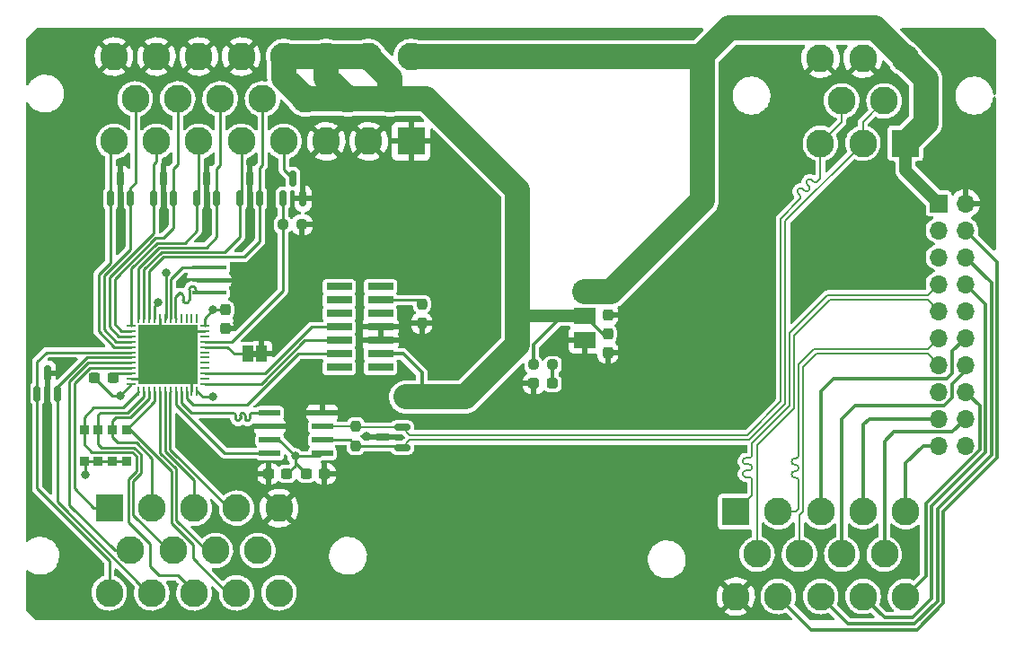
<source format=gbr>
%TF.GenerationSoftware,KiCad,Pcbnew,(6.0.1)*%
%TF.CreationDate,2022-02-14T11:56:50-05:00*%
%TF.ProjectId,driver-control-board,64726976-6572-42d6-936f-6e74726f6c2d,rev?*%
%TF.SameCoordinates,Original*%
%TF.FileFunction,Copper,L1,Top*%
%TF.FilePolarity,Positive*%
%FSLAX46Y46*%
G04 Gerber Fmt 4.6, Leading zero omitted, Abs format (unit mm)*
G04 Created by KiCad (PCBNEW (6.0.1)) date 2022-02-14 11:56:50*
%MOMM*%
%LPD*%
G01*
G04 APERTURE LIST*
G04 Aperture macros list*
%AMRoundRect*
0 Rectangle with rounded corners*
0 $1 Rounding radius*
0 $2 $3 $4 $5 $6 $7 $8 $9 X,Y pos of 4 corners*
0 Add a 4 corners polygon primitive as box body*
4,1,4,$2,$3,$4,$5,$6,$7,$8,$9,$2,$3,0*
0 Add four circle primitives for the rounded corners*
1,1,$1+$1,$2,$3*
1,1,$1+$1,$4,$5*
1,1,$1+$1,$6,$7*
1,1,$1+$1,$8,$9*
0 Add four rect primitives between the rounded corners*
20,1,$1+$1,$2,$3,$4,$5,0*
20,1,$1+$1,$4,$5,$6,$7,0*
20,1,$1+$1,$6,$7,$8,$9,0*
20,1,$1+$1,$8,$9,$2,$3,0*%
G04 Aperture macros list end*
%TA.AperFunction,ComponentPad*%
%ADD10R,2.625000X2.625000*%
%TD*%
%TA.AperFunction,ComponentPad*%
%ADD11C,2.625000*%
%TD*%
%TA.AperFunction,SMDPad,CuDef*%
%ADD12RoundRect,0.237500X0.300000X0.237500X-0.300000X0.237500X-0.300000X-0.237500X0.300000X-0.237500X0*%
%TD*%
%TA.AperFunction,SMDPad,CuDef*%
%ADD13RoundRect,0.237500X-0.237500X0.250000X-0.237500X-0.250000X0.237500X-0.250000X0.237500X0.250000X0*%
%TD*%
%TA.AperFunction,SMDPad,CuDef*%
%ADD14RoundRect,0.237500X-0.250000X-0.237500X0.250000X-0.237500X0.250000X0.237500X-0.250000X0.237500X0*%
%TD*%
%TA.AperFunction,SMDPad,CuDef*%
%ADD15RoundRect,0.237500X-0.300000X-0.237500X0.300000X-0.237500X0.300000X0.237500X-0.300000X0.237500X0*%
%TD*%
%TA.AperFunction,SMDPad,CuDef*%
%ADD16RoundRect,0.062500X-0.062500X0.375000X-0.062500X-0.375000X0.062500X-0.375000X0.062500X0.375000X0*%
%TD*%
%TA.AperFunction,SMDPad,CuDef*%
%ADD17RoundRect,0.062500X-0.375000X0.062500X-0.375000X-0.062500X0.375000X-0.062500X0.375000X0.062500X0*%
%TD*%
%TA.AperFunction,SMDPad,CuDef*%
%ADD18R,5.600000X5.600000*%
%TD*%
%TA.AperFunction,SMDPad,CuDef*%
%ADD19RoundRect,0.041300X-0.943700X-0.253700X0.943700X-0.253700X0.943700X0.253700X-0.943700X0.253700X0*%
%TD*%
%TA.AperFunction,SMDPad,CuDef*%
%ADD20RoundRect,0.237500X-0.237500X0.300000X-0.237500X-0.300000X0.237500X-0.300000X0.237500X0.300000X0*%
%TD*%
%TA.AperFunction,SMDPad,CuDef*%
%ADD21R,0.900000X0.900000*%
%TD*%
%TA.AperFunction,SMDPad,CuDef*%
%ADD22RoundRect,0.150000X0.150000X-0.587500X0.150000X0.587500X-0.150000X0.587500X-0.150000X-0.587500X0*%
%TD*%
%TA.AperFunction,SMDPad,CuDef*%
%ADD23R,1.000000X1.500000*%
%TD*%
%TA.AperFunction,SMDPad,CuDef*%
%ADD24RoundRect,0.237500X0.250000X0.237500X-0.250000X0.237500X-0.250000X-0.237500X0.250000X-0.237500X0*%
%TD*%
%TA.AperFunction,SMDPad,CuDef*%
%ADD25R,2.000000X1.500000*%
%TD*%
%TA.AperFunction,SMDPad,CuDef*%
%ADD26R,2.000000X3.800000*%
%TD*%
%TA.AperFunction,ComponentPad*%
%ADD27R,1.700000X1.700000*%
%TD*%
%TA.AperFunction,ComponentPad*%
%ADD28O,1.700000X1.700000*%
%TD*%
%TA.AperFunction,SMDPad,CuDef*%
%ADD29RoundRect,0.237500X-0.287500X-0.237500X0.287500X-0.237500X0.287500X0.237500X-0.287500X0.237500X0*%
%TD*%
%TA.AperFunction,SMDPad,CuDef*%
%ADD30RoundRect,0.150000X0.587500X0.150000X-0.587500X0.150000X-0.587500X-0.150000X0.587500X-0.150000X0*%
%TD*%
%TA.AperFunction,SMDPad,CuDef*%
%ADD31R,2.400000X0.740000*%
%TD*%
%TA.AperFunction,SMDPad,CuDef*%
%ADD32R,3.200000X0.400000*%
%TD*%
%TA.AperFunction,SMDPad,CuDef*%
%ADD33RoundRect,0.237500X0.237500X-0.250000X0.237500X0.250000X-0.237500X0.250000X-0.237500X-0.250000X0*%
%TD*%
%TA.AperFunction,ViaPad*%
%ADD34C,0.800000*%
%TD*%
%TA.AperFunction,Conductor*%
%ADD35C,0.250000*%
%TD*%
%TA.AperFunction,Conductor*%
%ADD36C,0.254000*%
%TD*%
%TA.AperFunction,Conductor*%
%ADD37C,2.400000*%
%TD*%
%TA.AperFunction,Conductor*%
%ADD38C,0.360000*%
%TD*%
%TA.AperFunction,Conductor*%
%ADD39C,1.200000*%
%TD*%
%TA.AperFunction,Conductor*%
%ADD40C,0.200000*%
%TD*%
G04 APERTURE END LIST*
%TO.C,JP1*%
G36*
X87880000Y-109774000D02*
G01*
X87380000Y-109774000D01*
X87380000Y-109174000D01*
X87880000Y-109174000D01*
X87880000Y-109774000D01*
G37*
%TD*%
D10*
%TO.P,J4,1,Pin_1*%
%TO.N,GND*%
X102362000Y-89408000D03*
D11*
%TO.P,J4,2,Pin_2*%
X98362000Y-89408000D03*
%TO.P,J4,3,Pin_3*%
X94362000Y-89408000D03*
%TO.P,J4,4,Pin_4*%
%TO.N,/RTD_IND_OUT*%
X90362000Y-89408000D03*
%TO.P,J4,5,Pin_5*%
%TO.N,/WHEEL_R*%
X86362000Y-89408000D03*
%TO.P,J4,6,Pin_6*%
%TO.N,/SUSPENSION_R*%
X82362000Y-89408000D03*
%TO.P,J4,7,Pin_7*%
%TO.N,/BRAKE_2*%
X78362000Y-89408000D03*
%TO.P,J4,8,Pin_8*%
%TO.N,/PEDAL_2*%
X74362000Y-89408000D03*
%TO.P,J4,9,Pin_9*%
%TO.N,+3V3*%
X100362000Y-85408000D03*
%TO.P,J4,10,Pin_10*%
X96362000Y-85408000D03*
%TO.P,J4,11,Pin_11*%
X92362000Y-85408000D03*
%TO.P,J4,12,Pin_12*%
%TO.N,/WHEEL_L*%
X88362000Y-85408000D03*
%TO.P,J4,13,Pin_13*%
%TO.N,/SUSPENSION_L*%
X84362000Y-85408000D03*
%TO.P,J4,14,Pin_14*%
%TO.N,/BRAKE_1*%
X80362000Y-85408000D03*
%TO.P,J4,15,Pin_15*%
%TO.N,/PEDAL_1*%
X76362000Y-85408000D03*
%TO.P,J4,16,Pin_16*%
%TO.N,+12V*%
X102362000Y-81408000D03*
%TO.P,J4,17,Pin_17*%
%TO.N,+3V3*%
X98362000Y-81408000D03*
%TO.P,J4,18,Pin_18*%
X94362000Y-81408000D03*
%TO.P,J4,19,Pin_19*%
X90362000Y-81408000D03*
%TO.P,J4,20,Pin_20*%
%TO.N,GND*%
X86362000Y-81408000D03*
%TO.P,J4,21,Pin_21*%
X82362000Y-81408000D03*
%TO.P,J4,22,Pin_22*%
X78362000Y-81408000D03*
%TO.P,J4,23,Pin_23*%
X74362000Y-81408000D03*
%TD*%
D12*
%TO.P,C12,1*%
%TO.N,+3V3*%
X90651500Y-120777000D03*
%TO.P,C12,2*%
%TO.N,GND*%
X88926500Y-120777000D03*
%TD*%
D13*
%TO.P,R6,1*%
%TO.N,/CAN_P*%
X97155000Y-116308500D03*
%TO.P,R6,2*%
%TO.N,/CAN_N*%
X97155000Y-118133500D03*
%TD*%
D14*
%TO.P,R1,1*%
%TO.N,/RTD_IND_SIG*%
X90273500Y-97282000D03*
%TO.P,R1,2*%
%TO.N,GND*%
X92098500Y-97282000D03*
%TD*%
D15*
%TO.P,C8,1*%
%TO.N,+3V3*%
X92482500Y-120777000D03*
%TO.P,C8,2*%
%TO.N,GND*%
X94207500Y-120777000D03*
%TD*%
D10*
%TO.P,J3,1,Pin_1*%
%TO.N,+12V*%
X148948000Y-89590000D03*
D11*
%TO.P,J3,2,Pin_2*%
%TO.N,/CAN_N*%
X144948000Y-89590000D03*
%TO.P,J3,3,Pin_3*%
%TO.N,/CAN_P*%
X140948000Y-89590000D03*
%TO.P,J3,4,Pin_4*%
%TO.N,/CAN_N*%
X146948000Y-85590000D03*
%TO.P,J3,5,Pin_5*%
%TO.N,/CAN_P*%
X142948000Y-85590000D03*
%TO.P,J3,6,Pin_6*%
%TO.N,+12V*%
X148948000Y-81590000D03*
%TO.P,J3,7,Pin_7*%
%TO.N,GND*%
X144948000Y-81590000D03*
%TO.P,J3,8,Pin_8*%
X140948000Y-81590000D03*
%TD*%
D16*
%TO.P,U1,1,VBAT*%
%TO.N,unconnected-(U1-Pad1)*%
X82189200Y-106121200D03*
%TO.P,U1,2,PC13*%
%TO.N,unconnected-(U1-Pad2)*%
X81689200Y-106121200D03*
%TO.P,U1,3,PC14*%
%TO.N,unconnected-(U1-Pad3)*%
X81189200Y-106121200D03*
%TO.P,U1,4,PC15*%
%TO.N,unconnected-(U1-Pad4)*%
X80689200Y-106121200D03*
%TO.P,U1,5,PH0*%
%TO.N,Net-(U1-Pad5)*%
X80189200Y-106121200D03*
%TO.P,U1,6,PH1*%
%TO.N,Net-(U1-Pad6)*%
X79689200Y-106121200D03*
%TO.P,U1,7,NRST*%
%TO.N,Net-(C5-Pad1)*%
X79189200Y-106121200D03*
%TO.P,U1,8,VSSA*%
%TO.N,GND*%
X78689200Y-106121200D03*
%TO.P,U1,9,VDDA*%
%TO.N,+3V3*%
X78189200Y-106121200D03*
%TO.P,U1,10,PA0*%
%TO.N,/WHEEL_L*%
X77689200Y-106121200D03*
%TO.P,U1,11,PA1*%
%TO.N,/WHEEL_R*%
X77189200Y-106121200D03*
%TO.P,U1,12,PA2*%
%TO.N,/SUSPENSION_L*%
X76689200Y-106121200D03*
D17*
%TO.P,U1,13,PA3*%
%TO.N,/SUSPENSION_R*%
X76001700Y-106808700D03*
%TO.P,U1,14,PA4*%
%TO.N,/BRAKE_1*%
X76001700Y-107308700D03*
%TO.P,U1,15,PA5*%
%TO.N,/BRAKE_2*%
X76001700Y-107808700D03*
%TO.P,U1,16,PA6*%
%TO.N,/PEDAL_1*%
X76001700Y-108308700D03*
%TO.P,U1,17,PA7*%
%TO.N,/PEDAL_2*%
X76001700Y-108808700D03*
%TO.P,U1,18,PB0*%
%TO.N,/POT_REGEN*%
X76001700Y-109308700D03*
%TO.P,U1,19,PB1*%
%TO.N,/POT_BRAKE*%
X76001700Y-109808700D03*
%TO.P,U1,20,PB2*%
%TO.N,/IMD_LED*%
X76001700Y-110308700D03*
%TO.P,U1,21,PB10*%
%TO.N,/RTD_LED*%
X76001700Y-110808700D03*
%TO.P,U1,22,VCAP_1*%
%TO.N,Net-(C4-Pad1)*%
X76001700Y-111308700D03*
%TO.P,U1,23,VSS*%
%TO.N,GND*%
X76001700Y-111808700D03*
%TO.P,U1,24,VDD*%
%TO.N,+3V3*%
X76001700Y-112308700D03*
D16*
%TO.P,U1,25,PB12*%
%TO.N,/SW_COOLING*%
X76689200Y-112996200D03*
%TO.P,U1,26,PB13*%
%TO.N,/SW_DIRECTION*%
X77189200Y-112996200D03*
%TO.P,U1,27,PB14*%
%TO.N,/LCD_BTN*%
X77689200Y-112996200D03*
%TO.P,U1,28,PB15*%
%TO.N,/START_BTN*%
X78189200Y-112996200D03*
%TO.P,U1,29,PA8*%
%TO.N,/LCD_SDA*%
X78689200Y-112996200D03*
%TO.P,U1,30,PA9*%
%TO.N,/LCD_SCL*%
X79189200Y-112996200D03*
%TO.P,U1,31,PA10*%
%TO.N,/AMS_LED*%
X79689200Y-112996200D03*
%TO.P,U1,32,PA11*%
%TO.N,/CAN_RX*%
X80189200Y-112996200D03*
%TO.P,U1,33,PA12*%
%TO.N,/CAN_TX*%
X80689200Y-112996200D03*
%TO.P,U1,34,PA13*%
%TO.N,A13_SWDIO*%
X81189200Y-112996200D03*
%TO.P,U1,35,VSS*%
%TO.N,GND*%
X81689200Y-112996200D03*
%TO.P,U1,36,VDD*%
%TO.N,+3V3*%
X82189200Y-112996200D03*
D17*
%TO.P,U1,37,PA14*%
%TO.N,A14_SWCLK*%
X82876700Y-112308700D03*
%TO.P,U1,38,PA15*%
%TO.N,unconnected-(U1-Pad38)*%
X82876700Y-111808700D03*
%TO.P,U1,39,PB3*%
%TO.N,B3_TRACESWO*%
X82876700Y-111308700D03*
%TO.P,U1,40,PB4*%
%TO.N,unconnected-(U1-Pad40)*%
X82876700Y-110808700D03*
%TO.P,U1,41,PB5*%
%TO.N,unconnected-(U1-Pad41)*%
X82876700Y-110308700D03*
%TO.P,U1,42,PB6*%
%TO.N,unconnected-(U1-Pad42)*%
X82876700Y-109808700D03*
%TO.P,U1,43,PB7*%
%TO.N,unconnected-(U1-Pad43)*%
X82876700Y-109308700D03*
%TO.P,U1,44,BOOT0*%
%TO.N,Net-(JP1-Pad2)*%
X82876700Y-108808700D03*
%TO.P,U1,45,PB8*%
%TO.N,/RTD_IND_SIG*%
X82876700Y-108308700D03*
%TO.P,U1,46,PB9*%
%TO.N,unconnected-(U1-Pad46)*%
X82876700Y-107808700D03*
%TO.P,U1,47,VSS*%
%TO.N,GND*%
X82876700Y-107308700D03*
%TO.P,U1,48,VDD*%
%TO.N,+3V3*%
X82876700Y-106808700D03*
D18*
%TO.P,U1,49,VSS*%
%TO.N,GND*%
X79439200Y-109558700D03*
%TD*%
D19*
%TO.P,U4,1,TXD*%
%TO.N,/CAN_TX*%
X89039000Y-115036600D03*
%TO.P,U4,2,GND*%
%TO.N,GND*%
X89039000Y-116306600D03*
%TO.P,U4,3,VDD*%
%TO.N,+3V3*%
X89039000Y-117576600D03*
%TO.P,U4,4,RXD*%
%TO.N,/CAN_RX*%
X89039000Y-118846600D03*
%TO.P,U4,5,VL*%
%TO.N,+3V3*%
X93989000Y-118846600D03*
%TO.P,U4,6,CANL*%
%TO.N,/CAN_N*%
X93989000Y-117576600D03*
%TO.P,U4,7,CANH*%
%TO.N,/CAN_P*%
X93989000Y-116306600D03*
%TO.P,U4,8,STBY*%
%TO.N,GND*%
X93989000Y-115036600D03*
%TD*%
D20*
%TO.P,C1,1*%
%TO.N,+12V*%
X120904000Y-104039500D03*
%TO.P,C1,2*%
%TO.N,GND*%
X120904000Y-105764500D03*
%TD*%
D21*
%TO.P,RN1,1,R1.1*%
%TO.N,/START_BTN*%
X75533000Y-116610000D03*
%TO.P,RN1,2,R2.1*%
%TO.N,/LCD_BTN*%
X74193000Y-116610000D03*
%TO.P,RN1,3,R3.1*%
%TO.N,/SW_DIRECTION*%
X72873000Y-116610000D03*
%TO.P,RN1,4,R4.1*%
%TO.N,/SW_COOLING*%
X71533000Y-116610000D03*
%TO.P,RN1,5,R4.2*%
%TO.N,+3V3*%
X71533000Y-119610000D03*
%TO.P,RN1,6,R3.2*%
X72873000Y-119610000D03*
%TO.P,RN1,7,R2.2*%
X74193000Y-119610000D03*
%TO.P,RN1,8,R1.2*%
X75533000Y-119610000D03*
%TD*%
D22*
%TO.P,Q1,1,G*%
%TO.N,/RTD_IND_SIG*%
X90286800Y-94815900D03*
%TO.P,Q1,2,S*%
%TO.N,GND*%
X92186800Y-94815900D03*
%TO.P,Q1,3,D*%
%TO.N,/RTD_IND_OUT*%
X91236800Y-92940900D03*
%TD*%
D10*
%TO.P,J6,1,Pin_1*%
%TO.N,/DISP+*%
X132970000Y-124353500D03*
D11*
%TO.P,J6,2,Pin_2*%
%TO.N,/USB_D+*%
X136970000Y-124353500D03*
%TO.P,J6,3,Pin_3*%
%TO.N,/USB_GND*%
X140970000Y-124353500D03*
%TO.P,J6,4,Pin_4*%
%TO.N,/CURRENT_1*%
X144970000Y-124353500D03*
%TO.P,J6,5,Pin_5*%
%TO.N,/CURRENT_3*%
X148970000Y-124353500D03*
%TO.P,J6,6,Pin_6*%
%TO.N,/DISP-*%
X134970000Y-128353500D03*
%TO.P,J6,7,Pin_7*%
%TO.N,/USB_D-*%
X138970000Y-128353500D03*
%TO.P,J6,8,Pin_8*%
%TO.N,/USB_PWR*%
X142970000Y-128353500D03*
%TO.P,J6,9,Pin_9*%
%TO.N,/CURRENT_2*%
X146970000Y-128353500D03*
%TO.P,J6,10,Pin_10*%
%TO.N,GND*%
X132970000Y-132353500D03*
%TO.P,J6,11,Pin_11*%
%TO.N,/12V_OUT*%
X136970000Y-132353500D03*
%TO.P,J6,12,Pin_12*%
%TO.N,/5V_OUT*%
X140970000Y-132353500D03*
%TO.P,J6,13,Pin_13*%
%TO.N,/Heater*%
X144970000Y-132353500D03*
%TO.P,J6,14,Pin_14*%
%TO.N,/CURRENT_GND*%
X148970000Y-132353500D03*
%TD*%
D20*
%TO.P,C6,1*%
%TO.N,+3V3*%
X120904000Y-107595500D03*
%TO.P,C6,2*%
%TO.N,GND*%
X120904000Y-109320500D03*
%TD*%
D23*
%TO.P,JP1,1,A*%
%TO.N,GND*%
X88280000Y-109474000D03*
%TO.P,JP1,2,B*%
%TO.N,Net-(JP1-Pad2)*%
X86980000Y-109474000D03*
%TD*%
D24*
%TO.P,R2,1*%
%TO.N,Net-(D1-Pad2)*%
X115720500Y-110490000D03*
%TO.P,R2,2*%
%TO.N,+3V3*%
X113895500Y-110490000D03*
%TD*%
D12*
%TO.P,C4,1*%
%TO.N,Net-(C4-Pad1)*%
X74268500Y-111760000D03*
%TO.P,C4,2*%
%TO.N,+3V3*%
X72543500Y-111760000D03*
%TD*%
D10*
%TO.P,J2,1,Pin_1*%
%TO.N,/RTD_LED*%
X73915000Y-124016000D03*
D11*
%TO.P,J2,2,Pin_2*%
%TO.N,/LCD_BTN*%
X77915000Y-124016000D03*
%TO.P,J2,3,Pin_3*%
%TO.N,/LCD_SCL*%
X81915000Y-124016000D03*
%TO.P,J2,4,Pin_4*%
%TO.N,/AMS_LED*%
X85915000Y-124016000D03*
%TO.P,J2,5,Pin_5*%
%TO.N,GND*%
X89915000Y-124016000D03*
%TO.P,J2,6,Pin_6*%
%TO.N,/IMD_LED*%
X75915000Y-128016000D03*
%TO.P,J2,7,Pin_7*%
%TO.N,/SW_DIRECTION*%
X79915000Y-128016000D03*
%TO.P,J2,8,Pin_8*%
%TO.N,/LCD_SDA*%
X83915000Y-128016000D03*
%TO.P,J2,9,Pin_9*%
%TO.N,unconnected-(J2-Pad9)*%
X87915000Y-128016000D03*
%TO.P,J2,10,Pin_10*%
%TO.N,/POT_REGEN*%
X73915000Y-132016000D03*
%TO.P,J2,11,Pin_11*%
%TO.N,/POT_BRAKE*%
X77915000Y-132016000D03*
%TO.P,J2,12,Pin_12*%
%TO.N,/SW_COOLING*%
X81915000Y-132016000D03*
%TO.P,J2,13,Pin_13*%
%TO.N,/START_BTN*%
X85915000Y-132016000D03*
%TO.P,J2,14,Pin_14*%
%TO.N,+3V3*%
X89915000Y-132016000D03*
%TD*%
D25*
%TO.P,U3,1,GND*%
%TO.N,GND*%
X118720000Y-108175500D03*
D26*
%TO.P,U3,2,VO*%
%TO.N,+3V3*%
X112420000Y-105875500D03*
D25*
X118720000Y-105875500D03*
%TO.P,U3,3,VI*%
%TO.N,+12V*%
X118720000Y-103575500D03*
%TD*%
D27*
%TO.P,J5,1,Pin_1*%
%TO.N,+12V*%
X152084000Y-95255000D03*
D28*
%TO.P,J5,2,Pin_2*%
%TO.N,GND*%
X154624000Y-95255000D03*
%TO.P,J5,3,Pin_3*%
%TO.N,/CAN_N*%
X152084000Y-97795000D03*
%TO.P,J5,4,Pin_4*%
%TO.N,/12V_OUT*%
X154624000Y-97795000D03*
%TO.P,J5,5,Pin_5*%
%TO.N,/CAN_P*%
X152084000Y-100335000D03*
%TO.P,J5,6,Pin_6*%
%TO.N,/5V_OUT*%
X154624000Y-100335000D03*
%TO.P,J5,7,Pin_7*%
%TO.N,/DISP+*%
X152084000Y-102875000D03*
%TO.P,J5,8,Pin_8*%
%TO.N,/Heater*%
X154624000Y-102875000D03*
%TO.P,J5,9,Pin_9*%
%TO.N,/DISP-*%
X152084000Y-105415000D03*
%TO.P,J5,10,Pin_10*%
%TO.N,/FAN*%
X154624000Y-105415000D03*
%TO.P,J5,11,Pin_11*%
%TO.N,/USB_D+*%
X152084000Y-107955000D03*
%TO.P,J5,12,Pin_12*%
%TO.N,/USB_GND*%
X154624000Y-107955000D03*
%TO.P,J5,13,Pin_13*%
%TO.N,/USB_D-*%
X152084000Y-110495000D03*
%TO.P,J5,14,Pin_14*%
%TO.N,/USB_PWR*%
X154624000Y-110495000D03*
%TO.P,J5,15,Pin_15*%
%TO.N,/BUZZER*%
X152084000Y-113035000D03*
%TO.P,J5,16,Pin_16*%
%TO.N,/CURRENT_GND*%
X154624000Y-113035000D03*
%TO.P,J5,17,Pin_17*%
%TO.N,/CURRENT_1*%
X152084000Y-115575000D03*
%TO.P,J5,18,Pin_18*%
%TO.N,/CURRENT_2*%
X154624000Y-115575000D03*
%TO.P,J5,19,Pin_19*%
%TO.N,/CURRENT_3*%
X152084000Y-118115000D03*
%TO.P,J5,20,Pin_20*%
%TO.N,unconnected-(J5-Pad20)*%
X154624000Y-118115000D03*
%TD*%
D29*
%TO.P,D1,1,K*%
%TO.N,GND*%
X113933000Y-112268000D03*
%TO.P,D1,2,A*%
%TO.N,Net-(D1-Pad2)*%
X115683000Y-112268000D03*
%TD*%
D22*
%TO.P,D6,1,K*%
%TO.N,/WHEEL_R*%
X86222800Y-94815900D03*
%TO.P,D6,2,K*%
%TO.N,/WHEEL_L*%
X88122800Y-94815900D03*
%TO.P,D6,3,A*%
%TO.N,GND*%
X87172800Y-92940900D03*
%TD*%
%TO.P,D4,1,K*%
%TO.N,/BRAKE_2*%
X78094800Y-94815900D03*
%TO.P,D4,2,K*%
%TO.N,/BRAKE_1*%
X79994800Y-94815900D03*
%TO.P,D4,3,A*%
%TO.N,GND*%
X79044800Y-92940900D03*
%TD*%
D30*
%TO.P,D9,1,K*%
%TO.N,/CAN_N*%
X101521500Y-118298000D03*
%TO.P,D9,2,K*%
%TO.N,/CAN_P*%
X101521500Y-116398000D03*
%TO.P,D9,3,A*%
%TO.N,GND*%
X99646500Y-117348000D03*
%TD*%
D20*
%TO.P,C10,1*%
%TO.N,+3V3*%
X84836000Y-105309500D03*
%TO.P,C10,2*%
%TO.N,GND*%
X84836000Y-107034500D03*
%TD*%
D31*
%TO.P,J7,1,Pin_1*%
%TO.N,unconnected-(J7-Pad1)*%
X99486000Y-110744000D03*
%TO.P,J7,2,Pin_2*%
%TO.N,unconnected-(J7-Pad2)*%
X95586000Y-110744000D03*
%TO.P,J7,3,Pin_3*%
%TO.N,+3V3*%
X99486000Y-109474000D03*
%TO.P,J7,4,Pin_4*%
%TO.N,A13_SWDIO*%
X95586000Y-109474000D03*
%TO.P,J7,5,Pin_5*%
%TO.N,GND*%
X99486000Y-108204000D03*
%TO.P,J7,6,Pin_6*%
%TO.N,A14_SWCLK*%
X95586000Y-108204000D03*
%TO.P,J7,7,Pin_7*%
%TO.N,GND*%
X99486000Y-106934000D03*
%TO.P,J7,8,Pin_8*%
%TO.N,B3_TRACESWO*%
X95586000Y-106934000D03*
%TO.P,J7,9,Pin_9*%
%TO.N,unconnected-(J7-Pad9)*%
X99486000Y-105664000D03*
%TO.P,J7,10,Pin_10*%
%TO.N,unconnected-(J7-Pad10)*%
X95586000Y-105664000D03*
%TO.P,J7,11,Pin_11*%
%TO.N,Net-(J7-Pad11)*%
X99486000Y-104394000D03*
%TO.P,J7,12,Pin_12*%
%TO.N,unconnected-(J7-Pad12)*%
X95586000Y-104394000D03*
%TO.P,J7,13,Pin_13*%
%TO.N,unconnected-(J7-Pad13)*%
X99486000Y-103124000D03*
%TO.P,J7,14,Pin_14*%
%TO.N,unconnected-(J7-Pad14)*%
X95586000Y-103124000D03*
%TD*%
D22*
%TO.P,D2,1,K*%
%TO.N,/POT_REGEN*%
X67122000Y-113205500D03*
%TO.P,D2,2,K*%
%TO.N,/POT_BRAKE*%
X69022000Y-113205500D03*
%TO.P,D2,3,A*%
%TO.N,GND*%
X68072000Y-111330500D03*
%TD*%
%TO.P,D5,1,K*%
%TO.N,/SUSPENSION_R*%
X82158800Y-94815900D03*
%TO.P,D5,2,K*%
%TO.N,/SUSPENSION_L*%
X84058800Y-94815900D03*
%TO.P,D5,3,A*%
%TO.N,GND*%
X83108800Y-92940900D03*
%TD*%
D32*
%TO.P,Y1,1,1*%
%TO.N,Net-(U1-Pad5)*%
X83312000Y-103714400D03*
%TO.P,Y1,2,2*%
%TO.N,GND*%
X83312000Y-102514400D03*
%TO.P,Y1,3,3*%
%TO.N,Net-(U1-Pad6)*%
X83312000Y-101314400D03*
%TD*%
D22*
%TO.P,D3,1,K*%
%TO.N,/PEDAL_2*%
X74030800Y-94815900D03*
%TO.P,D3,2,K*%
%TO.N,/PEDAL_1*%
X75930800Y-94815900D03*
%TO.P,D3,3,A*%
%TO.N,GND*%
X74980800Y-92940900D03*
%TD*%
D33*
%TO.P,R10,1*%
%TO.N,GND*%
X103378000Y-106576500D03*
%TO.P,R10,2*%
%TO.N,Net-(J7-Pad11)*%
X103378000Y-104751500D03*
%TD*%
D34*
%TO.N,GND*%
X74930000Y-96139000D03*
X88138000Y-104140000D03*
X78994000Y-96139000D03*
X83058000Y-96139000D03*
X83312000Y-120650000D03*
X96012000Y-120650000D03*
X91948000Y-112522000D03*
X91186000Y-104140000D03*
X81471200Y-107526700D03*
X69469000Y-110490000D03*
X94996000Y-112522000D03*
X77407200Y-111590700D03*
X88900000Y-106426000D03*
X79512950Y-109484950D03*
X93472000Y-112522000D03*
X87122000Y-116840000D03*
X98171000Y-117221000D03*
X89154000Y-103124000D03*
X92456000Y-104140000D03*
X77407200Y-107526700D03*
X81471200Y-111590700D03*
X91440000Y-106426000D03*
X96012000Y-114808000D03*
X90170000Y-106426000D03*
X80772000Y-118110000D03*
X82550000Y-118110000D03*
X87122000Y-120650000D03*
X87122000Y-96139000D03*
X85979000Y-106553000D03*
%TO.N,+3V3*%
X78486000Y-104648000D03*
X106172000Y-113538000D03*
X101600000Y-113538000D03*
X83666500Y-105309500D03*
X104648000Y-113538000D03*
X71628000Y-120904000D03*
X107696000Y-113538000D03*
X103124000Y-113538000D03*
X91440000Y-119126000D03*
X83693000Y-113538000D03*
X74930000Y-113411000D03*
%TO.N,Net-(C5-Pad1)*%
X79248000Y-101854000D03*
%TD*%
D35*
%TO.N,GND*%
X78689200Y-108808700D02*
X79439200Y-109558700D01*
D36*
X81689200Y-112996200D02*
X81689200Y-111808700D01*
X77407200Y-111590700D02*
X79439200Y-109558700D01*
X81689200Y-107308700D02*
X81471200Y-107526700D01*
D35*
X78689200Y-106121200D02*
X78689200Y-108808700D01*
D36*
X82876700Y-107308700D02*
X81689200Y-107308700D01*
X81471200Y-111590700D02*
X79439200Y-109558700D01*
X79512950Y-109484950D02*
X79439200Y-109558700D01*
X77189200Y-111808700D02*
X79439200Y-109558700D01*
X81471200Y-107526700D02*
X79512950Y-109484950D01*
X81689200Y-111808700D02*
X79439200Y-109558700D01*
X76001700Y-111808700D02*
X77189200Y-111808700D01*
D37*
%TO.N,+3V3*%
X112420000Y-108560000D02*
X108458000Y-112522000D01*
X100362000Y-85408000D02*
X92362000Y-85408000D01*
X112420000Y-105875500D02*
X112420000Y-94041978D01*
X103786022Y-85408000D02*
X100362000Y-85408000D01*
D38*
X113895500Y-108608500D02*
X116628500Y-105875500D01*
D36*
X71628000Y-120904000D02*
X71628000Y-119705000D01*
D37*
X107442000Y-113538000D02*
X101854000Y-113538000D01*
X90362000Y-81408000D02*
X90362000Y-83408000D01*
D35*
X82876700Y-106099300D02*
X82876700Y-106808700D01*
X84836000Y-105309500D02*
X83666500Y-105309500D01*
D36*
X71533000Y-119610000D02*
X75533000Y-119610000D01*
D37*
X98362000Y-81408000D02*
X90362000Y-81408000D01*
X112420000Y-105875500D02*
X112420000Y-108560000D01*
D36*
X89890600Y-117576600D02*
X89039000Y-117576600D01*
X83693000Y-113538000D02*
X82731000Y-113538000D01*
X91440000Y-119734500D02*
X92482500Y-120777000D01*
D37*
X100362000Y-83408000D02*
X98362000Y-81408000D01*
D36*
X74194500Y-113411000D02*
X72543500Y-111760000D01*
D38*
X120904000Y-107595500D02*
X120440000Y-107595500D01*
X103378000Y-111252000D02*
X101600000Y-109474000D01*
D37*
X100362000Y-85408000D02*
X100362000Y-83408000D01*
D38*
X103378000Y-113538000D02*
X103378000Y-111252000D01*
D36*
X93709600Y-119126000D02*
X93989000Y-118846600D01*
D37*
X94362000Y-81408000D02*
X94362000Y-83408000D01*
D36*
X71628000Y-119705000D02*
X71533000Y-119610000D01*
X91440000Y-119126000D02*
X91440000Y-119734500D01*
D37*
X108458000Y-112522000D02*
X107442000Y-113538000D01*
D36*
X74930000Y-113411000D02*
X74194500Y-113411000D01*
D37*
X107696000Y-113284000D02*
X107442000Y-113538000D01*
D38*
X116628500Y-105875500D02*
X118720000Y-105875500D01*
D37*
X90362000Y-83408000D02*
X92362000Y-85408000D01*
D38*
X113895500Y-110490000D02*
X113895500Y-108608500D01*
D35*
X78189200Y-104944800D02*
X78189200Y-106121200D01*
X83666500Y-105309500D02*
X82876700Y-106099300D01*
D37*
X108458000Y-112522000D02*
X107696000Y-113284000D01*
D38*
X101600000Y-109474000D02*
X99486000Y-109474000D01*
D36*
X74930000Y-113411000D02*
X74930000Y-113380400D01*
X91440000Y-119988500D02*
X90651500Y-120777000D01*
X91440000Y-119126000D02*
X93709600Y-119126000D01*
X91440000Y-119126000D02*
X91440000Y-119988500D01*
D37*
X112420000Y-94041978D02*
X103786022Y-85408000D01*
D36*
X82731000Y-113538000D02*
X82189200Y-112996200D01*
D37*
X107442000Y-113538000D02*
X106680000Y-113538000D01*
X94362000Y-83408000D02*
X96362000Y-85408000D01*
D35*
X78486000Y-104648000D02*
X78189200Y-104944800D01*
D38*
X120440000Y-107595500D02*
X118720000Y-105875500D01*
D36*
X91440000Y-119126000D02*
X89890600Y-117576600D01*
X74930000Y-113380400D02*
X76001700Y-112308700D01*
D39*
X118720000Y-105875500D02*
X112420000Y-105875500D01*
D35*
%TO.N,Net-(C5-Pad1)*%
X79239680Y-106070720D02*
X79239680Y-101862320D01*
X79239680Y-101862320D02*
X79248000Y-101854000D01*
X79189200Y-106121200D02*
X79239680Y-106070720D01*
D37*
%TO.N,+12V*%
X129794000Y-81280000D02*
X129794000Y-94996000D01*
D39*
X148948000Y-92119000D02*
X152084000Y-95255000D01*
D37*
X131572000Y-79502000D02*
X129794000Y-81280000D01*
X132334000Y-78740000D02*
X131572000Y-79502000D01*
D39*
X148948000Y-89590000D02*
X148948000Y-92119000D01*
D37*
X121214500Y-103575500D02*
X118720000Y-103575500D01*
X129794000Y-94996000D02*
X121214500Y-103575500D01*
X146098000Y-78740000D02*
X132334000Y-78740000D01*
X148948000Y-81590000D02*
X150876000Y-83518000D01*
X148948000Y-81590000D02*
X146098000Y-78740000D01*
X150876000Y-87662000D02*
X148948000Y-89590000D01*
X129666000Y-81408000D02*
X131572000Y-79502000D01*
X150876000Y-83518000D02*
X150876000Y-87662000D01*
X102362000Y-81408000D02*
X129666000Y-81408000D01*
D35*
%TO.N,Net-(U1-Pad5)*%
X82597458Y-103714400D02*
X83312000Y-103714400D01*
X80138720Y-106070720D02*
X80138720Y-104140000D01*
X81464320Y-104392076D02*
X81464320Y-104014400D01*
X81464320Y-104014400D02*
X81464320Y-103386724D01*
X82364320Y-103714400D02*
X82597458Y-103714400D01*
X80864320Y-104014400D02*
X80864320Y-104392076D01*
X80138720Y-104140000D02*
X80564320Y-103714400D01*
X82064320Y-103386724D02*
X82064320Y-103414400D01*
X80189200Y-106121200D02*
X80138720Y-106070720D01*
X82064320Y-103386724D02*
G75*
G03*
X81764320Y-103086724I-300000J0D01*
G01*
X81164320Y-104692076D02*
G75*
G02*
X80864320Y-104392076I0J300000D01*
G01*
X81764320Y-103086724D02*
G75*
G03*
X81464320Y-103386724I0J-300000D01*
G01*
X82364320Y-103714400D02*
G75*
G02*
X82064320Y-103414400I0J300000D01*
G01*
X80864320Y-104014400D02*
G75*
G03*
X80564320Y-103714400I-300000J0D01*
G01*
X81464320Y-104392076D02*
G75*
G02*
X81164320Y-104692076I-300000J0D01*
G01*
D36*
%TO.N,Net-(C4-Pad1)*%
X76001700Y-111308700D02*
X74719800Y-111308700D01*
X74719800Y-111308700D02*
X74268500Y-111760000D01*
%TO.N,A13_SWDIO*%
X81189200Y-113701200D02*
X81788000Y-114300000D01*
X81788000Y-114300000D02*
X86880748Y-114300000D01*
X86880748Y-114300000D02*
X91706748Y-109474000D01*
X91706748Y-109474000D02*
X95586000Y-109474000D01*
X81189200Y-112996200D02*
X81189200Y-113701200D01*
%TO.N,A14_SWCLK*%
X92335374Y-108204000D02*
X95586000Y-108204000D01*
X88230674Y-112308700D02*
X92335374Y-108204000D01*
X82876700Y-112308700D02*
X88230674Y-112308700D01*
%TO.N,B3_TRACESWO*%
X92964000Y-106934000D02*
X95586000Y-106934000D01*
X82876700Y-111308700D02*
X88589300Y-111308700D01*
X88589300Y-111308700D02*
X92964000Y-106934000D01*
%TO.N,/START_BTN*%
X75862122Y-116610000D02*
X79744924Y-120492802D01*
X75533000Y-116610000D02*
X75862122Y-116610000D01*
X78189200Y-112996200D02*
X78189200Y-113953800D01*
X79744924Y-120492802D02*
X79744924Y-125401011D01*
X79744924Y-125401011D02*
X81788000Y-127444087D01*
X81788000Y-128778000D02*
X85026000Y-132016000D01*
X78189200Y-113953800D02*
X75533000Y-116610000D01*
X81788000Y-127444087D02*
X81788000Y-128778000D01*
%TO.N,/RTD_LED*%
X74042000Y-124016000D02*
X72454000Y-124016000D01*
X70612000Y-122174000D02*
X70612000Y-112268000D01*
X72071300Y-110808700D02*
X76001700Y-110808700D01*
X70612000Y-112268000D02*
X72071300Y-110808700D01*
X72454000Y-124016000D02*
X70612000Y-122174000D01*
D35*
%TO.N,/IMD_LED*%
X70160480Y-112080974D02*
X71932754Y-110308700D01*
X74422000Y-128016000D02*
X70160480Y-123754480D01*
X70160480Y-123754480D02*
X70160480Y-112080974D01*
X71932754Y-110308700D02*
X76001700Y-110308700D01*
X75915000Y-128016000D02*
X74422000Y-128016000D01*
D36*
%TO.N,/AMS_LED*%
X79642720Y-113042680D02*
X79642720Y-118466476D01*
X85192244Y-124016000D02*
X85915000Y-124016000D01*
X79689200Y-112996200D02*
X79642720Y-113042680D01*
X79642720Y-118466476D02*
X85192244Y-124016000D01*
D35*
%TO.N,/POT_REGEN*%
X73915000Y-128966802D02*
X67122000Y-122173802D01*
X67983300Y-109308700D02*
X76001700Y-109308700D01*
X67122000Y-110170000D02*
X67983300Y-109308700D01*
X73915000Y-132016000D02*
X73915000Y-128966802D01*
X67122000Y-113205500D02*
X67122000Y-110170000D01*
X67122000Y-122173802D02*
X67122000Y-113205500D01*
%TO.N,/POT_BRAKE*%
X69022000Y-113205500D02*
X69022000Y-112583737D01*
X69022000Y-123438084D02*
X69022000Y-113205500D01*
D36*
X77406000Y-132016000D02*
X78042000Y-132016000D01*
D35*
X77599916Y-132016000D02*
X69022000Y-123438084D01*
X77915000Y-132016000D02*
X77599916Y-132016000D01*
X71797037Y-109808700D02*
X76001700Y-109808700D01*
X69022000Y-112583737D02*
X71797037Y-109808700D01*
D36*
%TO.N,/LCD_BTN*%
X77915000Y-119304252D02*
X77915000Y-124016000D01*
X74530960Y-115461040D02*
X74193000Y-115799000D01*
X74716960Y-117837960D02*
X76448708Y-117837960D01*
X77689200Y-113625231D02*
X75853391Y-115461040D01*
X77689200Y-112996200D02*
X77689200Y-113625231D01*
X75853391Y-115461040D02*
X74530960Y-115461040D01*
X74193000Y-116610000D02*
X74193000Y-117314000D01*
X76448708Y-117837960D02*
X77915000Y-119304252D01*
X74193000Y-117314000D02*
X74716960Y-117837960D01*
X74193000Y-115799000D02*
X74193000Y-116610000D01*
%TO.N,/LCD_SCL*%
X79189200Y-118654330D02*
X79189200Y-112996200D01*
X81915000Y-121380130D02*
X79189200Y-118654330D01*
X81915000Y-124016000D02*
X81915000Y-121380130D01*
%TO.N,/LCD_SDA*%
X78689200Y-118795704D02*
X78689200Y-112996200D01*
X80198444Y-125156444D02*
X80198444Y-120304948D01*
X84042000Y-128016000D02*
X83058000Y-128016000D01*
X80198444Y-120304948D02*
X78689200Y-118795704D01*
X83058000Y-128016000D02*
X80198444Y-125156444D01*
%TO.N,/SW_COOLING*%
X72263000Y-118745000D02*
X76073000Y-118745000D01*
X71533000Y-115411000D02*
X71533000Y-116610000D01*
X71533000Y-116610000D02*
X71533000Y-118015000D01*
X75692000Y-125349000D02*
X77723087Y-127380087D01*
X72390000Y-114554000D02*
X71533000Y-115411000D01*
X78560989Y-130376989D02*
X80402989Y-130376989D01*
X75184000Y-114554000D02*
X72390000Y-114554000D01*
X76689200Y-112996200D02*
X76689200Y-113048800D01*
X80402989Y-130376989D02*
X82042000Y-132016000D01*
X76454000Y-119126000D02*
X76454000Y-120523000D01*
X77724000Y-127380087D02*
X77724000Y-129540000D01*
X77724000Y-129540000D02*
X78560989Y-130376989D01*
X76073000Y-118745000D02*
X76454000Y-119126000D01*
X71533000Y-118015000D02*
X72263000Y-118745000D01*
X76454000Y-120523000D02*
X75692000Y-121285000D01*
X76689200Y-113048800D02*
X75184000Y-114554000D01*
X75692000Y-121285000D02*
X75692000Y-125349000D01*
X77723087Y-127380087D02*
X77724000Y-127380087D01*
%TO.N,/SW_DIRECTION*%
X73079480Y-115007520D02*
X75665537Y-115007520D01*
X72873000Y-116610000D02*
X72873000Y-115214000D01*
X72873000Y-116610000D02*
X72873000Y-117958000D01*
X76145520Y-124659520D02*
X79502000Y-128016000D01*
X77189200Y-113483857D02*
X77189200Y-112996200D01*
X76907520Y-118938146D02*
X76907520Y-120710854D01*
X76145520Y-121472854D02*
X76145520Y-124659520D01*
X72873000Y-115214000D02*
X73079480Y-115007520D01*
X76260854Y-118291480D02*
X76907520Y-118938146D01*
X75665537Y-115007520D02*
X77189200Y-113483857D01*
X73206480Y-118291480D02*
X76260854Y-118291480D01*
X76907520Y-120710854D02*
X76145520Y-121472854D01*
X79502000Y-128016000D02*
X79915000Y-128016000D01*
X72873000Y-117958000D02*
X73206480Y-118291480D01*
D40*
%TO.N,/CAN_N*%
X137639000Y-114139200D02*
X134205199Y-117573001D01*
X144948000Y-87590000D02*
X146948000Y-85590000D01*
X134205199Y-117573001D02*
X102246499Y-117573001D01*
X144948000Y-89590000D02*
X144948000Y-87590000D01*
D36*
X93989000Y-117576600D02*
X96598100Y-117576600D01*
X97155000Y-118133500D02*
X101357000Y-118133500D01*
D40*
X102246499Y-117573001D02*
X101521500Y-118298000D01*
D36*
X101357000Y-118133500D02*
X101521500Y-118298000D01*
D40*
X137639000Y-96899000D02*
X137639000Y-114139200D01*
D36*
X96598100Y-117576600D02*
X97155000Y-118133500D01*
D40*
X144948000Y-89590000D02*
X137639000Y-96899000D01*
%TO.N,/CAN_P*%
X140275535Y-93201802D02*
X140275536Y-93201802D01*
X139002742Y-94898858D02*
X139002743Y-94898859D01*
X137189000Y-113952800D02*
X134018801Y-117122999D01*
X93990900Y-116308500D02*
X93989000Y-116306600D01*
X97155000Y-116308500D02*
X93990900Y-116308500D01*
X140948000Y-89590000D02*
X140948000Y-92953603D01*
X138853163Y-94325015D02*
X139002742Y-94474594D01*
X139851271Y-94050329D02*
X139851272Y-94050330D01*
X102246499Y-117122999D02*
X101521500Y-116398000D01*
X101521500Y-116398000D02*
X97244500Y-116398000D01*
X139427006Y-94050331D02*
X139427007Y-94050331D01*
X139002743Y-94898859D02*
X137189000Y-96712603D01*
X139701692Y-93476486D02*
X139851271Y-93626065D01*
X140948000Y-92953603D02*
X140699801Y-93201802D01*
X137189000Y-96712603D02*
X137189000Y-113952800D01*
X97244500Y-116398000D02*
X97155000Y-116308500D01*
X140275536Y-93201802D02*
X140125956Y-93052222D01*
X139851272Y-94050330D02*
X139851272Y-94050331D01*
X142948000Y-87590000D02*
X142948000Y-85590000D01*
X139427007Y-94050331D02*
X139277427Y-93900751D01*
X134018801Y-117122999D02*
X102246499Y-117122999D01*
X140948000Y-89590000D02*
X142948000Y-87590000D01*
X139701693Y-93476485D02*
G75*
G02*
X139701693Y-93052223I212131J212131D01*
G01*
X138853164Y-93900752D02*
G75*
G02*
X139277426Y-93900752I212131J-212131D01*
G01*
X138853164Y-94325014D02*
G75*
G02*
X138853164Y-93900752I212131J212131D01*
G01*
X139002741Y-94898857D02*
G75*
G03*
X139002741Y-94474595I-212131J212131D01*
G01*
X139851270Y-94050328D02*
G75*
G03*
X139851270Y-93626066I-212131J212131D01*
G01*
X139701693Y-93052223D02*
G75*
G02*
X140125955Y-93052223I212131J-212131D01*
G01*
X139427006Y-94050331D02*
G75*
G03*
X139851272Y-94050331I212133J212134D01*
G01*
X140275535Y-93201802D02*
G75*
G03*
X140699801Y-93201802I212133J212134D01*
G01*
D35*
%TO.N,/WHEEL_L*%
X77689200Y-106121200D02*
X77689200Y-101646284D01*
X88122800Y-98821200D02*
X88122800Y-94815900D01*
X77689200Y-101646284D02*
X79005484Y-100330000D01*
X88362000Y-91664000D02*
X88122800Y-91903200D01*
X79005484Y-100330000D02*
X86614000Y-100330000D01*
X86614000Y-100330000D02*
X88122800Y-98821200D01*
X88362000Y-85408000D02*
X88362000Y-91664000D01*
X88122800Y-91903200D02*
X88122800Y-94815900D01*
%TO.N,/WHEEL_R*%
X86362000Y-94676700D02*
X86362000Y-89408000D01*
X86222800Y-94815900D02*
X86362000Y-94676700D01*
X77189200Y-101510567D02*
X78819287Y-99880480D01*
X84777520Y-99880480D02*
X86222800Y-98435200D01*
X78819287Y-99880480D02*
X84777520Y-99880480D01*
X86222800Y-98435200D02*
X86222800Y-94815900D01*
X77189200Y-106121200D02*
X77189200Y-101510567D01*
%TO.N,/PEDAL_1*%
X75930800Y-94815900D02*
X75930800Y-93741200D01*
X74526700Y-108308700D02*
X73406000Y-107188000D01*
X75930800Y-93741200D02*
X76362000Y-93310000D01*
X76001700Y-108308700D02*
X74526700Y-108308700D01*
X75930800Y-99583200D02*
X75930800Y-94815900D01*
X73406000Y-102108000D02*
X75930800Y-99583200D01*
X73406000Y-107188000D02*
X73406000Y-102108000D01*
X76362000Y-93310000D02*
X76362000Y-85408000D01*
%TO.N,/PEDAL_2*%
X72898000Y-107315718D02*
X72898000Y-101980283D01*
X72898000Y-101980283D02*
X74030800Y-100847483D01*
X74030800Y-94815900D02*
X74030800Y-89739200D01*
X74390982Y-108808700D02*
X72898000Y-107315718D01*
X74030800Y-100847483D02*
X74030800Y-94815900D01*
X74030800Y-89739200D02*
X74362000Y-89408000D01*
X76001700Y-108808700D02*
X74390982Y-108808700D01*
%TO.N,/SUSPENSION_L*%
X84058800Y-98430160D02*
X84058800Y-94815900D01*
X76689200Y-101374849D02*
X78633090Y-99430960D01*
X83058000Y-99430960D02*
X84058800Y-98430160D01*
X84362000Y-91660000D02*
X84362000Y-85408000D01*
X84058800Y-94815900D02*
X84058800Y-91963200D01*
X76689200Y-106121200D02*
X76689200Y-101374849D01*
X78633090Y-99430960D02*
X83058000Y-99430960D01*
X84058800Y-91963200D02*
X84362000Y-91660000D01*
%TO.N,/SUSPENSION_R*%
X82158800Y-94815900D02*
X82362000Y-94612700D01*
X76001700Y-101426633D02*
X78446893Y-98981440D01*
X81026000Y-98981440D02*
X82158800Y-97848640D01*
X76001700Y-106808700D02*
X76001700Y-101426633D01*
X78446893Y-98981440D02*
X81026000Y-98981440D01*
X82362000Y-94612700D02*
X82362000Y-89408000D01*
X82158800Y-97848640D02*
X82158800Y-94815900D01*
%TO.N,/BRAKE_1*%
X79014080Y-98531920D02*
X79994800Y-97551200D01*
X75050700Y-107308700D02*
X74422000Y-106680000D01*
X79994800Y-97551200D02*
X79994800Y-94815900D01*
X74422000Y-102370616D02*
X78260696Y-98531920D01*
X79994800Y-91963200D02*
X80362000Y-91596000D01*
X74422000Y-106680000D02*
X74422000Y-102370616D01*
X80362000Y-91596000D02*
X80362000Y-85408000D01*
X79994800Y-94815900D02*
X79994800Y-91963200D01*
X78260696Y-98531920D02*
X79014080Y-98531920D01*
X76001700Y-107308700D02*
X75050700Y-107308700D01*
%TO.N,/BRAKE_2*%
X74788700Y-107808700D02*
X73914000Y-106934000D01*
X78094800Y-94815900D02*
X78094800Y-91577200D01*
X78094800Y-91577200D02*
X78362000Y-91310000D01*
X73914000Y-102242899D02*
X78094800Y-98062099D01*
X78362000Y-91310000D02*
X78362000Y-89408000D01*
X78094800Y-98062099D02*
X78094800Y-94815900D01*
X76001700Y-107808700D02*
X74788700Y-107808700D01*
X73914000Y-106934000D02*
X73914000Y-102242899D01*
D38*
%TO.N,Net-(D1-Pad2)*%
X115720500Y-112230500D02*
X115683000Y-112268000D01*
X115720500Y-110490000D02*
X115720500Y-112230500D01*
D35*
%TO.N,Net-(U1-Pad6)*%
X80812214Y-101314400D02*
X79689200Y-102437414D01*
X83312000Y-101314400D02*
X80812214Y-101314400D01*
X79689200Y-102437414D02*
X79689200Y-106121200D01*
%TO.N,/RTD_IND_OUT*%
X90362000Y-92066100D02*
X91236800Y-92940900D01*
X90362000Y-89408000D02*
X90362000Y-92066100D01*
D38*
%TO.N,/12V_OUT*%
X150069521Y-135485039D02*
X140101539Y-135485039D01*
X154624000Y-97795000D02*
X157634560Y-100805560D01*
X140101539Y-135485039D02*
X136970000Y-132353500D01*
X157634560Y-100805560D02*
X157634560Y-119217072D01*
X152554558Y-133000002D02*
X150069521Y-135485039D01*
X157634560Y-119217072D02*
X152554560Y-124297072D01*
X152554560Y-124297072D02*
X152554558Y-133000002D01*
%TO.N,/CURRENT_GND*%
X150876000Y-130447500D02*
X148970000Y-132353500D01*
X154624000Y-113035000D02*
X155956000Y-114367000D01*
X150876000Y-123601792D02*
X150876000Y-130447500D01*
X155956000Y-114367000D02*
X155956000Y-118521792D01*
X155956000Y-118521792D02*
X150876000Y-123601792D01*
%TO.N,/5V_OUT*%
X157075038Y-118985314D02*
X151995040Y-124065312D01*
X151995040Y-124065312D02*
X151995039Y-132768241D01*
X151995039Y-132768241D02*
X149837760Y-134925520D01*
X157075040Y-107188000D02*
X157075038Y-118985314D01*
X157075040Y-102786040D02*
X157075040Y-107188000D01*
X143542020Y-134925520D02*
X140970000Y-132353500D01*
X149837760Y-134925520D02*
X143542020Y-134925520D01*
X154624000Y-100335000D02*
X157075040Y-102786040D01*
%TO.N,/CURRENT_3*%
X150617000Y-118115000D02*
X148970000Y-119762000D01*
X148970000Y-119762000D02*
X148970000Y-124353500D01*
X152084000Y-118115000D02*
X150617000Y-118115000D01*
%TO.N,/CURRENT_2*%
X147828000Y-116840000D02*
X146970000Y-117698000D01*
X146970000Y-117698000D02*
X146970000Y-128353500D01*
X153359000Y-116840000D02*
X147828000Y-116840000D01*
X154624000Y-115575000D02*
X153359000Y-116840000D01*
%TO.N,/CURRENT_1*%
X152084000Y-115575000D02*
X145537000Y-115575000D01*
X145537000Y-115575000D02*
X144970000Y-116142000D01*
X144970000Y-116142000D02*
X144970000Y-124353500D01*
%TO.N,/USB_GND*%
X142194511Y-111805489D02*
X140970000Y-113030000D01*
X153394489Y-109184511D02*
X153394489Y-111273511D01*
X152862511Y-111805489D02*
X142194511Y-111805489D01*
X154624000Y-107955000D02*
X153394489Y-109184511D01*
X153394489Y-111273511D02*
X152862511Y-111805489D01*
X140970000Y-113030000D02*
X140970000Y-124353500D01*
%TO.N,/USB_PWR*%
X153394489Y-113559511D02*
X152608511Y-114345489D01*
X154624000Y-111060000D02*
X153394489Y-112289511D01*
X144226511Y-114345489D02*
X142970000Y-115602000D01*
X152608511Y-114345489D02*
X144226511Y-114345489D01*
X154624000Y-110495000D02*
X154624000Y-111060000D01*
X153394489Y-112289511D02*
X153394489Y-113559511D01*
X142970000Y-115602000D02*
X142970000Y-128353500D01*
D40*
%TO.N,/USB_D-*%
X138970000Y-124671699D02*
X138970000Y-128353500D01*
X139338000Y-124303699D02*
X138970000Y-124671699D01*
X152084000Y-110495000D02*
X151039001Y-109450001D01*
X140550199Y-109450001D02*
X139338000Y-110662200D01*
X151039001Y-109450001D02*
X140550199Y-109450001D01*
X139338000Y-110662200D02*
X139338000Y-124303699D01*
%TO.N,/USB_D+*%
X138888000Y-124117301D02*
X138651801Y-124353500D01*
X138888000Y-123875200D02*
X138888000Y-124117301D01*
X138523674Y-121125200D02*
X138588000Y-121125200D01*
X138888000Y-110475800D02*
X138888000Y-119025200D01*
X138523674Y-119925200D02*
X138588000Y-119925200D01*
X152084000Y-107955000D02*
X151039001Y-108999999D01*
X138888000Y-121425200D02*
X138888000Y-123875200D01*
X138651801Y-124353500D02*
X136970000Y-124353500D01*
X138588000Y-119325200D02*
X138523674Y-119325200D01*
X140363801Y-108999999D02*
X138888000Y-110475800D01*
X151039001Y-108999999D02*
X140363801Y-108999999D01*
X138588000Y-120525200D02*
X138523674Y-120525200D01*
X138223674Y-119625200D02*
G75*
G02*
X138523674Y-119325200I300000J0D01*
G01*
X138588000Y-119325200D02*
G75*
G03*
X138888000Y-119025200I0J300000D01*
G01*
X138223674Y-120825200D02*
G75*
G02*
X138523674Y-120525200I300000J0D01*
G01*
X138588000Y-120525200D02*
G75*
G03*
X138888000Y-120225200I0J300000D01*
G01*
X138523674Y-119925200D02*
G75*
G02*
X138223674Y-119625200I0J300000D01*
G01*
X138888000Y-121425200D02*
G75*
G03*
X138588000Y-121125200I-300000J0D01*
G01*
X138523674Y-121125200D02*
G75*
G02*
X138223674Y-120825200I0J300000D01*
G01*
X138888000Y-120225200D02*
G75*
G03*
X138588000Y-119925200I-300000J0D01*
G01*
D38*
%TO.N,/Heater*%
X156515519Y-118753553D02*
X151435520Y-123833552D01*
X146982500Y-134366000D02*
X144970000Y-132353500D01*
X154624000Y-102875000D02*
X156515520Y-104766520D01*
X149606000Y-134366000D02*
X146982500Y-134366000D01*
X151435520Y-123833552D02*
X151435520Y-132536480D01*
X156515520Y-104766520D02*
X156515519Y-118753553D01*
X151435520Y-132536480D02*
X149606000Y-134366000D01*
D40*
%TO.N,/DISP+*%
X133909379Y-119875199D02*
X134219999Y-119875199D01*
X134519999Y-122803501D02*
X132970000Y-124353500D01*
X141633801Y-103919999D02*
X138038500Y-107515300D01*
X134219999Y-120475199D02*
X133909379Y-120475199D01*
X134219999Y-119275199D02*
X133909379Y-119275199D01*
X138038500Y-107515300D02*
X138038500Y-114373300D01*
X138038500Y-114373300D02*
X134519999Y-117891801D01*
X134519999Y-117891801D02*
X134519999Y-118975199D01*
X134519999Y-121375199D02*
X134519999Y-121425199D01*
X133909379Y-121075199D02*
X134219999Y-121075199D01*
X152084000Y-102875000D02*
X151039001Y-103919999D01*
X134519999Y-121425199D02*
X134519999Y-122803501D01*
X151039001Y-103919999D02*
X141633801Y-103919999D01*
X134219999Y-120475199D02*
G75*
G03*
X134519999Y-120175199I0J300000D01*
G01*
X134519999Y-121375199D02*
G75*
G03*
X134219999Y-121075199I-300000J0D01*
G01*
X133909379Y-121075199D02*
G75*
G02*
X133609379Y-120775199I0J300000D01*
G01*
X134219999Y-119275199D02*
G75*
G03*
X134519999Y-118975199I0J300000D01*
G01*
X133609379Y-120775199D02*
G75*
G02*
X133909379Y-120475199I300000J0D01*
G01*
X134519999Y-120175199D02*
G75*
G03*
X134219999Y-119875199I-300000J0D01*
G01*
X133909379Y-119875199D02*
G75*
G02*
X133609379Y-119575199I0J300000D01*
G01*
X133609379Y-119575199D02*
G75*
G02*
X133909379Y-119275199I300000J0D01*
G01*
%TO.N,/DISP-*%
X152084000Y-105415000D02*
X151039001Y-104370001D01*
X138488500Y-107701700D02*
X138488500Y-114559700D01*
X134970000Y-118078200D02*
X134970000Y-128353500D01*
X141820199Y-104370001D02*
X138488500Y-107701700D01*
X138488500Y-114559700D02*
X134970000Y-118078200D01*
X151039001Y-104370001D02*
X141820199Y-104370001D01*
D36*
%TO.N,Net-(J7-Pad11)*%
X103020500Y-104394000D02*
X99486000Y-104394000D01*
X103378000Y-104751500D02*
X103020500Y-104394000D01*
%TO.N,Net-(JP1-Pad2)*%
X85059700Y-108808700D02*
X85725000Y-109474000D01*
X82876700Y-108808700D02*
X85059700Y-108808700D01*
X85725000Y-109474000D02*
X86980000Y-109474000D01*
%TO.N,/RTD_IND_SIG*%
X85493300Y-108308700D02*
X90273500Y-103528500D01*
X90273500Y-94829200D02*
X90286800Y-94815900D01*
X90273500Y-97282000D02*
X90273500Y-94829200D01*
X90273500Y-103528500D02*
X90273500Y-97282000D01*
X82876700Y-108308700D02*
X85493300Y-108308700D01*
%TO.N,/CAN_RX*%
X89039000Y-118846600D02*
X84804226Y-118846600D01*
X84804226Y-118846600D02*
X80189200Y-114231574D01*
X80189200Y-114231574D02*
X80189200Y-112996200D01*
%TO.N,/CAN_TX*%
X81635600Y-115036600D02*
X80689200Y-114090200D01*
X85535400Y-115036600D02*
X81635600Y-115036600D01*
X85585400Y-115036600D02*
X85535400Y-115036600D01*
X85812400Y-115544708D02*
X85812400Y-115263600D01*
X86266400Y-115263600D02*
X86266400Y-115544708D01*
X87174400Y-115263600D02*
X87174400Y-115544708D01*
X80689200Y-114090200D02*
X80689200Y-112996200D01*
X89039000Y-115036600D02*
X87401400Y-115036600D01*
X86720400Y-115544708D02*
X86720400Y-115263600D01*
X85585400Y-115036600D02*
G75*
G02*
X85812400Y-115263600I-1J-227001D01*
G01*
X86493400Y-115036600D02*
G75*
G02*
X86720400Y-115263600I-1J-227001D01*
G01*
X86266400Y-115263600D02*
G75*
G02*
X86493400Y-115036600I227001J-1D01*
G01*
X87174400Y-115263600D02*
G75*
G02*
X87401400Y-115036600I227001J-1D01*
G01*
X85812400Y-115544708D02*
G75*
G03*
X86039400Y-115771708I227001J1D01*
G01*
X86720400Y-115544708D02*
G75*
G03*
X86947400Y-115771708I227001J1D01*
G01*
X86039400Y-115771708D02*
G75*
G03*
X86266400Y-115544708I-1J227001D01*
G01*
X86947400Y-115771708D02*
G75*
G03*
X87174400Y-115544708I-1J227001D01*
G01*
%TD*%
%TA.AperFunction,Conductor*%
%TO.N,GND*%
G36*
X129891051Y-78760002D02*
G01*
X129937544Y-78813658D01*
X129947648Y-78883932D01*
X129918154Y-78948512D01*
X129912025Y-78955095D01*
X129056525Y-79810595D01*
X128994213Y-79844621D01*
X128967430Y-79847500D01*
X102994616Y-79847500D01*
X102956203Y-79841502D01*
X102753649Y-79776664D01*
X102749042Y-79775914D01*
X102749039Y-79775913D01*
X102512831Y-79737444D01*
X102512832Y-79737444D01*
X102508220Y-79736693D01*
X102383899Y-79735065D01*
X102264255Y-79733499D01*
X102264252Y-79733499D01*
X102259579Y-79733438D01*
X102116009Y-79752977D01*
X102017822Y-79766340D01*
X102017818Y-79766341D01*
X102013188Y-79766971D01*
X101774460Y-79836553D01*
X101770207Y-79838513D01*
X101770206Y-79838514D01*
X101763725Y-79841502D01*
X101548639Y-79940658D01*
X101544730Y-79943221D01*
X101344599Y-80074432D01*
X101344594Y-80074436D01*
X101340686Y-80076998D01*
X101155170Y-80242578D01*
X100996166Y-80433760D01*
X100867166Y-80646344D01*
X100865357Y-80650658D01*
X100865355Y-80650662D01*
X100792494Y-80824418D01*
X100771006Y-80875661D01*
X100709797Y-81116672D01*
X100709328Y-81121330D01*
X100696869Y-81245057D01*
X100670143Y-81310831D01*
X100612099Y-81351714D01*
X100541166Y-81354726D01*
X100482408Y-81321528D01*
X99913859Y-80752979D01*
X99885521Y-80709552D01*
X99877952Y-80690089D01*
X99876259Y-80685735D01*
X99752869Y-80469847D01*
X99598924Y-80274568D01*
X99417805Y-80104189D01*
X99217825Y-79965458D01*
X99217331Y-79965115D01*
X99217326Y-79965112D01*
X99213493Y-79962453D01*
X99191609Y-79951661D01*
X98994662Y-79854537D01*
X98994659Y-79854536D01*
X98990474Y-79852472D01*
X98974942Y-79847500D01*
X98802152Y-79792190D01*
X98753649Y-79776664D01*
X98749042Y-79775914D01*
X98749039Y-79775913D01*
X98512831Y-79737444D01*
X98512832Y-79737444D01*
X98508220Y-79736693D01*
X98383899Y-79735065D01*
X98264255Y-79733499D01*
X98264252Y-79733499D01*
X98259579Y-79733438D01*
X98116009Y-79752977D01*
X98017822Y-79766340D01*
X98017818Y-79766341D01*
X98013188Y-79766971D01*
X97774460Y-79836553D01*
X97770206Y-79838514D01*
X97767510Y-79839522D01*
X97723386Y-79847500D01*
X94994616Y-79847500D01*
X94956203Y-79841502D01*
X94753649Y-79776664D01*
X94749042Y-79775914D01*
X94749039Y-79775913D01*
X94512831Y-79737444D01*
X94512832Y-79737444D01*
X94508220Y-79736693D01*
X94383899Y-79735065D01*
X94264255Y-79733499D01*
X94264252Y-79733499D01*
X94259579Y-79733438D01*
X94116009Y-79752977D01*
X94017822Y-79766340D01*
X94017818Y-79766341D01*
X94013188Y-79766971D01*
X93774460Y-79836553D01*
X93770206Y-79838514D01*
X93767510Y-79839522D01*
X93723386Y-79847500D01*
X90994616Y-79847500D01*
X90956203Y-79841502D01*
X90753649Y-79776664D01*
X90749042Y-79775914D01*
X90749039Y-79775913D01*
X90512831Y-79737444D01*
X90512832Y-79737444D01*
X90508220Y-79736693D01*
X90383899Y-79735065D01*
X90264255Y-79733499D01*
X90264252Y-79733499D01*
X90259579Y-79733438D01*
X90116009Y-79752977D01*
X90017822Y-79766340D01*
X90017818Y-79766341D01*
X90013188Y-79766971D01*
X89774460Y-79836553D01*
X89770207Y-79838513D01*
X89770206Y-79838514D01*
X89763725Y-79841502D01*
X89548639Y-79940658D01*
X89544730Y-79943221D01*
X89344599Y-80074432D01*
X89344594Y-80074436D01*
X89340686Y-80076998D01*
X89155170Y-80242578D01*
X88996166Y-80433760D01*
X88867166Y-80646344D01*
X88865357Y-80650658D01*
X88865355Y-80650662D01*
X88792494Y-80824418D01*
X88771006Y-80875661D01*
X88709797Y-81116672D01*
X88684884Y-81364083D01*
X88685108Y-81368750D01*
X88685108Y-81368755D01*
X88687609Y-81420812D01*
X88696814Y-81612459D01*
X88745326Y-81856343D01*
X88746904Y-81860738D01*
X88794088Y-81992157D01*
X88801500Y-82034734D01*
X88801500Y-83383220D01*
X88801451Y-83386737D01*
X88798952Y-83476233D01*
X88798569Y-83489936D01*
X88799238Y-83494950D01*
X88799238Y-83494951D01*
X88801453Y-83511550D01*
X88805151Y-83539263D01*
X88809333Y-83570608D01*
X88810033Y-83577158D01*
X88810897Y-83587900D01*
X88814147Y-83628299D01*
X88799672Y-83697804D01*
X88749917Y-83748450D01*
X88680679Y-83764156D01*
X88668299Y-83762763D01*
X88512844Y-83737445D01*
X88512830Y-83737444D01*
X88508220Y-83736693D01*
X88383899Y-83735065D01*
X88264255Y-83733499D01*
X88264252Y-83733499D01*
X88259579Y-83733438D01*
X88116009Y-83752977D01*
X88017822Y-83766340D01*
X88017818Y-83766341D01*
X88013188Y-83766971D01*
X87774460Y-83836553D01*
X87770207Y-83838513D01*
X87770206Y-83838514D01*
X87747751Y-83848866D01*
X87548639Y-83940658D01*
X87522321Y-83957913D01*
X87344599Y-84074432D01*
X87344594Y-84074436D01*
X87340686Y-84076998D01*
X87155170Y-84242578D01*
X87119514Y-84285450D01*
X87003803Y-84424578D01*
X86996166Y-84433760D01*
X86867166Y-84646344D01*
X86865357Y-84650658D01*
X86865355Y-84650662D01*
X86789037Y-84832662D01*
X86771006Y-84875661D01*
X86709797Y-85116672D01*
X86684884Y-85364083D01*
X86685108Y-85368750D01*
X86685108Y-85368755D01*
X86691059Y-85492647D01*
X86696814Y-85612459D01*
X86745326Y-85856343D01*
X86829353Y-86090378D01*
X86831570Y-86094504D01*
X86904908Y-86230992D01*
X86947050Y-86309423D01*
X86949845Y-86313166D01*
X86949847Y-86313169D01*
X87093039Y-86504926D01*
X87093044Y-86504932D01*
X87095831Y-86508664D01*
X87099140Y-86511944D01*
X87099145Y-86511950D01*
X87195667Y-86607633D01*
X87272427Y-86683726D01*
X87276189Y-86686484D01*
X87276192Y-86686487D01*
X87435506Y-86803301D01*
X87472959Y-86830763D01*
X87477090Y-86832937D01*
X87477091Y-86832937D01*
X87688887Y-86944368D01*
X87688893Y-86944370D01*
X87693022Y-86946543D01*
X87697429Y-86948082D01*
X87697436Y-86948085D01*
X87792041Y-86981122D01*
X87849759Y-87022464D01*
X87875962Y-87088448D01*
X87876500Y-87100077D01*
X87876500Y-88263318D01*
X87856498Y-88331439D01*
X87802842Y-88377932D01*
X87732568Y-88388036D01*
X87667988Y-88358542D01*
X87651550Y-88341324D01*
X87638639Y-88324947D01*
X87598924Y-88274568D01*
X87417805Y-88104189D01*
X87269954Y-88001621D01*
X87217331Y-87965115D01*
X87217326Y-87965112D01*
X87213493Y-87962453D01*
X87209302Y-87960386D01*
X86994662Y-87854537D01*
X86994659Y-87854536D01*
X86990474Y-87852472D01*
X86965036Y-87844329D01*
X86855707Y-87809333D01*
X86753649Y-87776664D01*
X86749042Y-87775914D01*
X86749039Y-87775913D01*
X86512831Y-87737444D01*
X86512832Y-87737444D01*
X86508220Y-87736693D01*
X86383900Y-87735066D01*
X86264255Y-87733499D01*
X86264252Y-87733499D01*
X86259579Y-87733438D01*
X86116009Y-87752977D01*
X86017822Y-87766340D01*
X86017818Y-87766341D01*
X86013188Y-87766971D01*
X85774460Y-87836553D01*
X85770207Y-87838513D01*
X85770206Y-87838514D01*
X85743016Y-87851049D01*
X85548639Y-87940658D01*
X85531857Y-87951661D01*
X85344599Y-88074432D01*
X85344594Y-88074436D01*
X85340686Y-88076998D01*
X85286657Y-88125221D01*
X85173238Y-88226452D01*
X85155170Y-88242578D01*
X85120726Y-88283992D01*
X85070374Y-88344534D01*
X85011437Y-88384118D01*
X84940454Y-88385554D01*
X84879964Y-88348387D01*
X84849171Y-88284416D01*
X84847500Y-88263965D01*
X84847500Y-87103371D01*
X84867502Y-87035250D01*
X84923761Y-86987604D01*
X85136671Y-86896130D01*
X85170289Y-86875327D01*
X85344150Y-86767739D01*
X85344151Y-86767739D01*
X85348122Y-86765281D01*
X85351685Y-86762264D01*
X85351690Y-86762261D01*
X85534343Y-86607633D01*
X85534344Y-86607632D01*
X85537909Y-86604614D01*
X85607047Y-86525778D01*
X85698782Y-86421175D01*
X85698786Y-86421170D01*
X85701864Y-86417660D01*
X85712040Y-86401840D01*
X85833859Y-86212451D01*
X85833861Y-86212448D01*
X85836384Y-86208525D01*
X85938514Y-85981804D01*
X86000862Y-85760736D01*
X86004741Y-85746982D01*
X86004742Y-85746979D01*
X86006011Y-85742478D01*
X86025409Y-85590000D01*
X86036994Y-85498935D01*
X86036994Y-85498929D01*
X86037392Y-85495804D01*
X86039691Y-85408000D01*
X86034788Y-85342021D01*
X86021609Y-85164673D01*
X86021608Y-85164669D01*
X86021263Y-85160021D01*
X85966384Y-84917491D01*
X85930162Y-84824346D01*
X85877952Y-84690088D01*
X85877951Y-84690086D01*
X85876259Y-84685735D01*
X85856891Y-84651847D01*
X85755188Y-84473905D01*
X85752869Y-84469847D01*
X85598924Y-84274568D01*
X85417805Y-84104189D01*
X85272576Y-84003440D01*
X85217331Y-83965115D01*
X85217326Y-83965112D01*
X85213493Y-83962453D01*
X85209302Y-83960386D01*
X84994662Y-83854537D01*
X84994659Y-83854536D01*
X84990474Y-83852472D01*
X84981315Y-83849540D01*
X84779784Y-83785030D01*
X84753649Y-83776664D01*
X84749042Y-83775914D01*
X84749039Y-83775913D01*
X84554507Y-83744231D01*
X84508220Y-83736693D01*
X84383899Y-83735065D01*
X84264255Y-83733499D01*
X84264252Y-83733499D01*
X84259579Y-83733438D01*
X84116009Y-83752977D01*
X84017822Y-83766340D01*
X84017818Y-83766341D01*
X84013188Y-83766971D01*
X83774460Y-83836553D01*
X83770207Y-83838513D01*
X83770206Y-83838514D01*
X83747751Y-83848866D01*
X83548639Y-83940658D01*
X83522321Y-83957913D01*
X83344599Y-84074432D01*
X83344594Y-84074436D01*
X83340686Y-84076998D01*
X83155170Y-84242578D01*
X83119514Y-84285450D01*
X83003803Y-84424578D01*
X82996166Y-84433760D01*
X82867166Y-84646344D01*
X82865357Y-84650658D01*
X82865355Y-84650662D01*
X82789037Y-84832662D01*
X82771006Y-84875661D01*
X82709797Y-85116672D01*
X82684884Y-85364083D01*
X82685108Y-85368750D01*
X82685108Y-85368755D01*
X82691059Y-85492647D01*
X82696814Y-85612459D01*
X82745326Y-85856343D01*
X82829353Y-86090378D01*
X82831570Y-86094504D01*
X82904908Y-86230992D01*
X82947050Y-86309423D01*
X82949845Y-86313166D01*
X82949847Y-86313169D01*
X83093039Y-86504926D01*
X83093044Y-86504932D01*
X83095831Y-86508664D01*
X83099140Y-86511944D01*
X83099145Y-86511950D01*
X83195667Y-86607633D01*
X83272427Y-86683726D01*
X83276189Y-86686484D01*
X83276192Y-86686487D01*
X83435506Y-86803301D01*
X83472959Y-86830763D01*
X83477090Y-86832937D01*
X83477091Y-86832937D01*
X83688887Y-86944368D01*
X83688893Y-86944370D01*
X83693022Y-86946543D01*
X83697429Y-86948082D01*
X83697436Y-86948085D01*
X83792041Y-86981122D01*
X83849759Y-87022464D01*
X83875962Y-87088448D01*
X83876500Y-87100077D01*
X83876500Y-88263318D01*
X83856498Y-88331439D01*
X83802842Y-88377932D01*
X83732568Y-88388036D01*
X83667988Y-88358542D01*
X83651550Y-88341324D01*
X83638639Y-88324947D01*
X83598924Y-88274568D01*
X83417805Y-88104189D01*
X83269954Y-88001621D01*
X83217331Y-87965115D01*
X83217326Y-87965112D01*
X83213493Y-87962453D01*
X83209302Y-87960386D01*
X82994662Y-87854537D01*
X82994659Y-87854536D01*
X82990474Y-87852472D01*
X82965036Y-87844329D01*
X82855707Y-87809333D01*
X82753649Y-87776664D01*
X82749042Y-87775914D01*
X82749039Y-87775913D01*
X82512831Y-87737444D01*
X82512832Y-87737444D01*
X82508220Y-87736693D01*
X82383900Y-87735066D01*
X82264255Y-87733499D01*
X82264252Y-87733499D01*
X82259579Y-87733438D01*
X82116009Y-87752977D01*
X82017822Y-87766340D01*
X82017818Y-87766341D01*
X82013188Y-87766971D01*
X81774460Y-87836553D01*
X81770207Y-87838513D01*
X81770206Y-87838514D01*
X81743016Y-87851049D01*
X81548639Y-87940658D01*
X81531857Y-87951661D01*
X81344599Y-88074432D01*
X81344594Y-88074436D01*
X81340686Y-88076998D01*
X81286657Y-88125221D01*
X81173238Y-88226452D01*
X81155170Y-88242578D01*
X81120726Y-88283992D01*
X81070374Y-88344534D01*
X81011437Y-88384118D01*
X80940454Y-88385554D01*
X80879964Y-88348387D01*
X80849171Y-88284416D01*
X80847500Y-88263965D01*
X80847500Y-87103371D01*
X80867502Y-87035250D01*
X80923761Y-86987604D01*
X81136671Y-86896130D01*
X81170289Y-86875327D01*
X81344150Y-86767739D01*
X81344151Y-86767739D01*
X81348122Y-86765281D01*
X81351685Y-86762264D01*
X81351690Y-86762261D01*
X81534343Y-86607633D01*
X81534344Y-86607632D01*
X81537909Y-86604614D01*
X81607047Y-86525778D01*
X81698782Y-86421175D01*
X81698786Y-86421170D01*
X81701864Y-86417660D01*
X81712040Y-86401840D01*
X81833859Y-86212451D01*
X81833861Y-86212448D01*
X81836384Y-86208525D01*
X81938514Y-85981804D01*
X82000862Y-85760736D01*
X82004741Y-85746982D01*
X82004742Y-85746979D01*
X82006011Y-85742478D01*
X82025409Y-85590000D01*
X82036994Y-85498935D01*
X82036994Y-85498929D01*
X82037392Y-85495804D01*
X82039691Y-85408000D01*
X82034788Y-85342021D01*
X82021609Y-85164673D01*
X82021608Y-85164669D01*
X82021263Y-85160021D01*
X81966384Y-84917491D01*
X81930162Y-84824346D01*
X81877952Y-84690088D01*
X81877951Y-84690086D01*
X81876259Y-84685735D01*
X81856891Y-84651847D01*
X81755188Y-84473905D01*
X81752869Y-84469847D01*
X81598924Y-84274568D01*
X81417805Y-84104189D01*
X81272576Y-84003440D01*
X81217331Y-83965115D01*
X81217326Y-83965112D01*
X81213493Y-83962453D01*
X81209302Y-83960386D01*
X80994662Y-83854537D01*
X80994659Y-83854536D01*
X80990474Y-83852472D01*
X80981315Y-83849540D01*
X80779784Y-83785030D01*
X80753649Y-83776664D01*
X80749042Y-83775914D01*
X80749039Y-83775913D01*
X80554507Y-83744231D01*
X80508220Y-83736693D01*
X80383899Y-83735065D01*
X80264255Y-83733499D01*
X80264252Y-83733499D01*
X80259579Y-83733438D01*
X80116009Y-83752977D01*
X80017822Y-83766340D01*
X80017818Y-83766341D01*
X80013188Y-83766971D01*
X79774460Y-83836553D01*
X79770207Y-83838513D01*
X79770206Y-83838514D01*
X79747751Y-83848866D01*
X79548639Y-83940658D01*
X79522321Y-83957913D01*
X79344599Y-84074432D01*
X79344594Y-84074436D01*
X79340686Y-84076998D01*
X79155170Y-84242578D01*
X79119514Y-84285450D01*
X79003803Y-84424578D01*
X78996166Y-84433760D01*
X78867166Y-84646344D01*
X78865357Y-84650658D01*
X78865355Y-84650662D01*
X78789037Y-84832662D01*
X78771006Y-84875661D01*
X78709797Y-85116672D01*
X78684884Y-85364083D01*
X78685108Y-85368750D01*
X78685108Y-85368755D01*
X78691059Y-85492647D01*
X78696814Y-85612459D01*
X78745326Y-85856343D01*
X78829353Y-86090378D01*
X78831570Y-86094504D01*
X78904908Y-86230992D01*
X78947050Y-86309423D01*
X78949845Y-86313166D01*
X78949847Y-86313169D01*
X79093039Y-86504926D01*
X79093044Y-86504932D01*
X79095831Y-86508664D01*
X79099140Y-86511944D01*
X79099145Y-86511950D01*
X79195667Y-86607633D01*
X79272427Y-86683726D01*
X79276189Y-86686484D01*
X79276192Y-86686487D01*
X79435506Y-86803301D01*
X79472959Y-86830763D01*
X79477090Y-86832937D01*
X79477091Y-86832937D01*
X79688887Y-86944368D01*
X79688893Y-86944370D01*
X79693022Y-86946543D01*
X79697429Y-86948082D01*
X79697436Y-86948085D01*
X79792041Y-86981122D01*
X79849759Y-87022464D01*
X79875962Y-87088448D01*
X79876500Y-87100077D01*
X79876500Y-88263318D01*
X79856498Y-88331439D01*
X79802842Y-88377932D01*
X79732568Y-88388036D01*
X79667988Y-88358542D01*
X79651550Y-88341324D01*
X79638639Y-88324947D01*
X79598924Y-88274568D01*
X79417805Y-88104189D01*
X79269954Y-88001621D01*
X79217331Y-87965115D01*
X79217326Y-87965112D01*
X79213493Y-87962453D01*
X79209302Y-87960386D01*
X78994662Y-87854537D01*
X78994659Y-87854536D01*
X78990474Y-87852472D01*
X78965036Y-87844329D01*
X78855707Y-87809333D01*
X78753649Y-87776664D01*
X78749042Y-87775914D01*
X78749039Y-87775913D01*
X78512831Y-87737444D01*
X78512832Y-87737444D01*
X78508220Y-87736693D01*
X78383900Y-87735066D01*
X78264255Y-87733499D01*
X78264252Y-87733499D01*
X78259579Y-87733438D01*
X78116009Y-87752977D01*
X78017822Y-87766340D01*
X78017818Y-87766341D01*
X78013188Y-87766971D01*
X77774460Y-87836553D01*
X77770207Y-87838513D01*
X77770206Y-87838514D01*
X77743016Y-87851049D01*
X77548639Y-87940658D01*
X77531857Y-87951661D01*
X77344599Y-88074432D01*
X77344594Y-88074436D01*
X77340686Y-88076998D01*
X77286657Y-88125221D01*
X77173238Y-88226452D01*
X77155170Y-88242578D01*
X77120726Y-88283992D01*
X77070374Y-88344534D01*
X77011437Y-88384118D01*
X76940454Y-88385554D01*
X76879964Y-88348387D01*
X76849171Y-88284416D01*
X76847500Y-88263965D01*
X76847500Y-87103371D01*
X76867502Y-87035250D01*
X76923761Y-86987604D01*
X77136671Y-86896130D01*
X77170289Y-86875327D01*
X77344150Y-86767739D01*
X77344151Y-86767739D01*
X77348122Y-86765281D01*
X77351685Y-86762264D01*
X77351690Y-86762261D01*
X77534343Y-86607633D01*
X77534344Y-86607632D01*
X77537909Y-86604614D01*
X77607047Y-86525778D01*
X77698782Y-86421175D01*
X77698786Y-86421170D01*
X77701864Y-86417660D01*
X77712040Y-86401840D01*
X77833859Y-86212451D01*
X77833861Y-86212448D01*
X77836384Y-86208525D01*
X77938514Y-85981804D01*
X78000862Y-85760736D01*
X78004741Y-85746982D01*
X78004742Y-85746979D01*
X78006011Y-85742478D01*
X78025409Y-85590000D01*
X78036994Y-85498935D01*
X78036994Y-85498929D01*
X78037392Y-85495804D01*
X78039691Y-85408000D01*
X78034788Y-85342021D01*
X78021609Y-85164673D01*
X78021608Y-85164669D01*
X78021263Y-85160021D01*
X77966384Y-84917491D01*
X77930162Y-84824346D01*
X77877952Y-84690088D01*
X77877951Y-84690086D01*
X77876259Y-84685735D01*
X77856891Y-84651847D01*
X77755188Y-84473905D01*
X77752869Y-84469847D01*
X77598924Y-84274568D01*
X77417805Y-84104189D01*
X77272576Y-84003440D01*
X77217331Y-83965115D01*
X77217326Y-83965112D01*
X77213493Y-83962453D01*
X77209302Y-83960386D01*
X76994662Y-83854537D01*
X76994659Y-83854536D01*
X76990474Y-83852472D01*
X76981315Y-83849540D01*
X76779784Y-83785030D01*
X76753649Y-83776664D01*
X76749042Y-83775914D01*
X76749039Y-83775913D01*
X76554507Y-83744231D01*
X76508220Y-83736693D01*
X76383899Y-83735065D01*
X76264255Y-83733499D01*
X76264252Y-83733499D01*
X76259579Y-83733438D01*
X76116009Y-83752977D01*
X76017822Y-83766340D01*
X76017818Y-83766341D01*
X76013188Y-83766971D01*
X75774460Y-83836553D01*
X75770207Y-83838513D01*
X75770206Y-83838514D01*
X75747751Y-83848866D01*
X75548639Y-83940658D01*
X75522321Y-83957913D01*
X75344599Y-84074432D01*
X75344594Y-84074436D01*
X75340686Y-84076998D01*
X75155170Y-84242578D01*
X75119514Y-84285450D01*
X75003803Y-84424578D01*
X74996166Y-84433760D01*
X74867166Y-84646344D01*
X74865357Y-84650658D01*
X74865355Y-84650662D01*
X74789037Y-84832662D01*
X74771006Y-84875661D01*
X74709797Y-85116672D01*
X74684884Y-85364083D01*
X74685108Y-85368750D01*
X74685108Y-85368755D01*
X74691059Y-85492647D01*
X74696814Y-85612459D01*
X74745326Y-85856343D01*
X74829353Y-86090378D01*
X74831570Y-86094504D01*
X74904908Y-86230992D01*
X74947050Y-86309423D01*
X74949845Y-86313166D01*
X74949847Y-86313169D01*
X75093039Y-86504926D01*
X75093044Y-86504932D01*
X75095831Y-86508664D01*
X75099140Y-86511944D01*
X75099145Y-86511950D01*
X75195667Y-86607633D01*
X75272427Y-86683726D01*
X75276189Y-86686484D01*
X75276192Y-86686487D01*
X75435506Y-86803301D01*
X75472959Y-86830763D01*
X75477090Y-86832937D01*
X75477091Y-86832937D01*
X75688887Y-86944368D01*
X75688893Y-86944370D01*
X75693022Y-86946543D01*
X75697429Y-86948082D01*
X75697436Y-86948085D01*
X75792041Y-86981122D01*
X75849759Y-87022464D01*
X75875962Y-87088448D01*
X75876500Y-87100077D01*
X75876500Y-88263318D01*
X75856498Y-88331439D01*
X75802842Y-88377932D01*
X75732568Y-88388036D01*
X75667988Y-88358542D01*
X75651550Y-88341324D01*
X75638639Y-88324947D01*
X75598924Y-88274568D01*
X75417805Y-88104189D01*
X75269954Y-88001621D01*
X75217331Y-87965115D01*
X75217326Y-87965112D01*
X75213493Y-87962453D01*
X75209302Y-87960386D01*
X74994662Y-87854537D01*
X74994659Y-87854536D01*
X74990474Y-87852472D01*
X74965036Y-87844329D01*
X74855707Y-87809333D01*
X74753649Y-87776664D01*
X74749042Y-87775914D01*
X74749039Y-87775913D01*
X74512831Y-87737444D01*
X74512832Y-87737444D01*
X74508220Y-87736693D01*
X74383900Y-87735066D01*
X74264255Y-87733499D01*
X74264252Y-87733499D01*
X74259579Y-87733438D01*
X74116009Y-87752977D01*
X74017822Y-87766340D01*
X74017818Y-87766341D01*
X74013188Y-87766971D01*
X73774460Y-87836553D01*
X73770207Y-87838513D01*
X73770206Y-87838514D01*
X73743016Y-87851049D01*
X73548639Y-87940658D01*
X73531857Y-87951661D01*
X73344599Y-88074432D01*
X73344594Y-88074436D01*
X73340686Y-88076998D01*
X73286657Y-88125221D01*
X73173238Y-88226452D01*
X73155170Y-88242578D01*
X73051413Y-88367333D01*
X73003803Y-88424578D01*
X72996166Y-88433760D01*
X72867166Y-88646344D01*
X72865357Y-88650658D01*
X72865355Y-88650662D01*
X72789037Y-88832662D01*
X72771006Y-88875661D01*
X72709797Y-89116672D01*
X72684884Y-89364083D01*
X72685108Y-89368750D01*
X72685108Y-89368755D01*
X72687609Y-89420812D01*
X72696814Y-89612459D01*
X72745326Y-89856343D01*
X72829353Y-90090378D01*
X72831570Y-90094504D01*
X72932871Y-90283034D01*
X72947050Y-90309423D01*
X72949845Y-90313166D01*
X72949847Y-90313169D01*
X73093039Y-90504926D01*
X73093044Y-90504932D01*
X73095831Y-90508664D01*
X73099140Y-90511944D01*
X73099145Y-90511950D01*
X73195667Y-90607633D01*
X73272427Y-90683726D01*
X73276189Y-90686484D01*
X73276192Y-90686487D01*
X73416865Y-90789633D01*
X73472959Y-90830763D01*
X73477088Y-90832935D01*
X73477097Y-90832941D01*
X73477970Y-90833400D01*
X73478220Y-90833643D01*
X73481063Y-90835419D01*
X73480682Y-90836029D01*
X73528942Y-90882821D01*
X73545300Y-90944907D01*
X73545300Y-93784129D01*
X73525298Y-93852250D01*
X73516080Y-93863688D01*
X73516110Y-93863710D01*
X73428412Y-93980725D01*
X73377081Y-94117650D01*
X73370300Y-94180072D01*
X73370300Y-95451728D01*
X73377081Y-95514150D01*
X73428412Y-95651075D01*
X73459311Y-95692303D01*
X73516110Y-95768090D01*
X73514322Y-95769430D01*
X73542421Y-95820888D01*
X73545300Y-95847671D01*
X73545300Y-100594192D01*
X73525298Y-100662313D01*
X73508395Y-100683287D01*
X72603137Y-101588545D01*
X72594165Y-101595714D01*
X72594531Y-101596145D01*
X72587696Y-101601963D01*
X72580102Y-101606754D01*
X72563197Y-101625895D01*
X72546195Y-101645146D01*
X72540849Y-101650833D01*
X72530046Y-101661636D01*
X72527360Y-101665220D01*
X72524195Y-101669443D01*
X72517823Y-101677270D01*
X72488042Y-101710991D01*
X72484227Y-101719117D01*
X72481305Y-101723565D01*
X72475710Y-101732876D01*
X72473148Y-101737556D01*
X72467766Y-101744737D01*
X72464616Y-101753138D01*
X72464615Y-101753141D01*
X72451978Y-101786851D01*
X72448052Y-101796167D01*
X72428939Y-101836877D01*
X72427557Y-101845752D01*
X72426000Y-101850846D01*
X72423238Y-101861372D01*
X72422098Y-101866557D01*
X72418949Y-101874957D01*
X72418284Y-101883905D01*
X72418283Y-101883910D01*
X72415614Y-101919817D01*
X72414462Y-101929858D01*
X72412500Y-101942460D01*
X72412500Y-101957059D01*
X72412154Y-101966397D01*
X72408643Y-102013644D01*
X72410516Y-102022419D01*
X72411127Y-102031379D01*
X72411062Y-102031383D01*
X72412500Y-102045013D01*
X72412500Y-107247221D01*
X72411225Y-107258633D01*
X72411788Y-107258678D01*
X72411068Y-107267626D01*
X72409087Y-107276381D01*
X72410221Y-107294655D01*
X72412258Y-107327495D01*
X72412500Y-107335297D01*
X72412500Y-107350583D01*
X72413136Y-107355021D01*
X72413136Y-107355027D01*
X72413883Y-107360244D01*
X72414914Y-107370307D01*
X72416739Y-107399720D01*
X72417698Y-107415184D01*
X72420745Y-107423625D01*
X72421825Y-107428839D01*
X72424455Y-107439390D01*
X72425950Y-107444504D01*
X72427222Y-107453383D01*
X72430936Y-107461551D01*
X72430936Y-107461552D01*
X72445833Y-107494316D01*
X72449646Y-107503682D01*
X72461871Y-107537547D01*
X72461873Y-107537551D01*
X72464920Y-107545991D01*
X72470216Y-107553240D01*
X72472728Y-107557964D01*
X72478190Y-107567310D01*
X72481068Y-107571811D01*
X72484783Y-107579981D01*
X72490640Y-107586779D01*
X72490641Y-107586780D01*
X72514147Y-107614060D01*
X72520429Y-107621972D01*
X72527955Y-107632273D01*
X72538276Y-107642594D01*
X72544621Y-107649426D01*
X72575562Y-107685336D01*
X72583094Y-107690218D01*
X72589862Y-107696122D01*
X72589819Y-107696172D01*
X72600476Y-107704794D01*
X73503787Y-108608105D01*
X73537813Y-108670417D01*
X73532748Y-108741232D01*
X73490201Y-108798068D01*
X73423681Y-108822879D01*
X73414692Y-108823200D01*
X68051797Y-108823200D01*
X68040385Y-108821925D01*
X68040340Y-108822488D01*
X68031392Y-108821768D01*
X68022637Y-108819787D01*
X67979099Y-108822488D01*
X67971523Y-108822958D01*
X67963721Y-108823200D01*
X67948435Y-108823200D01*
X67943997Y-108823836D01*
X67943991Y-108823836D01*
X67938774Y-108824583D01*
X67928713Y-108825614D01*
X67883834Y-108828398D01*
X67875389Y-108831447D01*
X67870154Y-108832531D01*
X67859648Y-108835150D01*
X67854519Y-108836650D01*
X67845635Y-108837922D01*
X67837463Y-108841638D01*
X67837458Y-108841639D01*
X67804687Y-108856539D01*
X67795323Y-108860351D01*
X67761472Y-108872572D01*
X67753027Y-108875621D01*
X67745779Y-108880916D01*
X67741062Y-108883424D01*
X67731722Y-108888882D01*
X67727212Y-108891766D01*
X67719037Y-108895483D01*
X67712236Y-108901343D01*
X67712230Y-108901347D01*
X67684963Y-108924842D01*
X67677053Y-108931124D01*
X67666744Y-108938655D01*
X67656417Y-108948982D01*
X67649570Y-108955340D01*
X67613682Y-108986262D01*
X67608799Y-108993795D01*
X67602897Y-109000561D01*
X67602847Y-109000518D01*
X67594227Y-109011172D01*
X66827137Y-109778262D01*
X66818165Y-109785431D01*
X66818531Y-109785862D01*
X66811696Y-109791680D01*
X66804102Y-109796471D01*
X66782458Y-109820978D01*
X66770195Y-109834863D01*
X66764849Y-109840550D01*
X66754046Y-109851353D01*
X66751360Y-109854937D01*
X66748195Y-109859160D01*
X66741823Y-109866987D01*
X66712042Y-109900708D01*
X66708227Y-109908834D01*
X66705305Y-109913282D01*
X66699710Y-109922593D01*
X66697148Y-109927273D01*
X66691766Y-109934454D01*
X66688616Y-109942855D01*
X66688615Y-109942858D01*
X66675978Y-109976568D01*
X66672052Y-109985884D01*
X66652939Y-110026594D01*
X66651557Y-110035469D01*
X66650000Y-110040563D01*
X66647238Y-110051089D01*
X66646098Y-110056274D01*
X66642949Y-110064674D01*
X66642284Y-110073622D01*
X66642283Y-110073627D01*
X66639614Y-110109534D01*
X66638462Y-110119575D01*
X66636500Y-110132177D01*
X66636500Y-110146776D01*
X66636154Y-110156114D01*
X66632643Y-110203361D01*
X66634516Y-110212136D01*
X66635127Y-110221096D01*
X66635062Y-110221100D01*
X66636500Y-110234730D01*
X66636500Y-112173729D01*
X66616498Y-112241850D01*
X66607280Y-112253288D01*
X66607310Y-112253310D01*
X66519612Y-112370325D01*
X66468281Y-112507250D01*
X66461500Y-112569672D01*
X66461500Y-113841328D01*
X66468281Y-113903750D01*
X66519612Y-114040675D01*
X66566918Y-114103795D01*
X66607310Y-114157690D01*
X66605522Y-114159030D01*
X66633621Y-114210488D01*
X66636500Y-114237271D01*
X66636500Y-122105305D01*
X66635225Y-122116717D01*
X66635788Y-122116762D01*
X66635068Y-122125710D01*
X66633087Y-122134465D01*
X66633643Y-122143425D01*
X66636258Y-122185579D01*
X66636500Y-122193381D01*
X66636500Y-122208667D01*
X66637136Y-122213105D01*
X66637136Y-122213111D01*
X66637883Y-122218328D01*
X66638914Y-122228389D01*
X66641698Y-122273268D01*
X66644745Y-122281709D01*
X66645825Y-122286923D01*
X66648455Y-122297474D01*
X66649950Y-122302588D01*
X66651222Y-122311467D01*
X66654936Y-122319635D01*
X66654936Y-122319636D01*
X66669833Y-122352400D01*
X66673646Y-122361766D01*
X66685871Y-122395631D01*
X66685873Y-122395635D01*
X66688920Y-122404075D01*
X66694216Y-122411324D01*
X66696728Y-122416048D01*
X66702190Y-122425394D01*
X66705068Y-122429895D01*
X66708783Y-122438065D01*
X66714640Y-122444863D01*
X66714641Y-122444864D01*
X66738147Y-122472144D01*
X66744429Y-122480056D01*
X66751955Y-122490357D01*
X66762276Y-122500678D01*
X66768621Y-122507510D01*
X66799562Y-122543420D01*
X66807094Y-122548302D01*
X66813862Y-122554206D01*
X66813819Y-122554256D01*
X66824476Y-122562878D01*
X73392595Y-129130998D01*
X73426621Y-129193310D01*
X73429500Y-129220093D01*
X73429500Y-130320294D01*
X73409498Y-130388415D01*
X73355842Y-130434908D01*
X73338757Y-130441260D01*
X73337156Y-130441727D01*
X73331953Y-130443243D01*
X73331948Y-130443245D01*
X73327460Y-130444553D01*
X73323213Y-130446511D01*
X73323210Y-130446512D01*
X73273161Y-130469585D01*
X73101639Y-130548658D01*
X73097730Y-130551221D01*
X72897599Y-130682432D01*
X72897594Y-130682436D01*
X72893686Y-130684998D01*
X72859630Y-130715394D01*
X72713415Y-130845897D01*
X72708170Y-130850578D01*
X72549166Y-131041760D01*
X72546743Y-131045753D01*
X72438740Y-131223736D01*
X72420166Y-131254344D01*
X72418357Y-131258658D01*
X72418355Y-131258662D01*
X72363509Y-131389456D01*
X72324006Y-131483661D01*
X72262797Y-131724672D01*
X72237884Y-131972083D01*
X72238108Y-131976749D01*
X72238108Y-131976755D01*
X72238701Y-131989092D01*
X72249814Y-132220459D01*
X72298326Y-132464343D01*
X72382353Y-132698378D01*
X72384570Y-132702504D01*
X72445836Y-132816525D01*
X72500050Y-132917423D01*
X72502845Y-132921166D01*
X72502847Y-132921169D01*
X72646039Y-133112926D01*
X72646044Y-133112932D01*
X72648831Y-133116664D01*
X72652140Y-133119944D01*
X72652145Y-133119950D01*
X72822110Y-133288438D01*
X72825427Y-133291726D01*
X72829189Y-133294484D01*
X72829192Y-133294487D01*
X72958084Y-133388995D01*
X73025959Y-133438763D01*
X73030090Y-133440937D01*
X73030091Y-133440937D01*
X73241887Y-133552368D01*
X73241893Y-133552370D01*
X73246022Y-133554543D01*
X73250429Y-133556082D01*
X73250436Y-133556085D01*
X73467787Y-133631987D01*
X73480782Y-133636525D01*
X73725080Y-133682907D01*
X73843103Y-133687544D01*
X73968883Y-133692486D01*
X73968888Y-133692486D01*
X73973551Y-133692669D01*
X74050548Y-133684237D01*
X74216082Y-133666108D01*
X74216087Y-133666107D01*
X74220735Y-133665598D01*
X74225259Y-133664407D01*
X74456680Y-133603479D01*
X74456682Y-133603478D01*
X74461203Y-133602288D01*
X74541453Y-133567810D01*
X74685381Y-133505973D01*
X74689671Y-133504130D01*
X74791791Y-133440937D01*
X74897150Y-133375739D01*
X74897151Y-133375739D01*
X74901122Y-133373281D01*
X74904685Y-133370264D01*
X74904690Y-133370261D01*
X75087343Y-133215633D01*
X75087344Y-133215632D01*
X75090909Y-133212614D01*
X75172174Y-133119950D01*
X75251782Y-133029175D01*
X75251786Y-133029170D01*
X75254864Y-133025660D01*
X75258499Y-133020009D01*
X75386859Y-132820451D01*
X75386861Y-132820448D01*
X75389384Y-132816525D01*
X75491514Y-132589804D01*
X75550620Y-132380230D01*
X75557741Y-132354982D01*
X75557742Y-132354979D01*
X75559011Y-132350478D01*
X75590392Y-132103804D01*
X75592691Y-132016000D01*
X75581659Y-131867548D01*
X75574609Y-131772673D01*
X75574608Y-131772669D01*
X75574263Y-131768021D01*
X75519384Y-131525491D01*
X75517519Y-131520695D01*
X75430952Y-131298088D01*
X75430951Y-131298086D01*
X75429259Y-131293735D01*
X75305869Y-131077847D01*
X75151924Y-130882568D01*
X74970805Y-130712189D01*
X74842686Y-130623310D01*
X74770331Y-130573115D01*
X74770326Y-130573112D01*
X74766493Y-130570453D01*
X74762302Y-130568386D01*
X74547662Y-130462537D01*
X74547659Y-130462536D01*
X74543474Y-130460472D01*
X74488088Y-130442743D01*
X74429308Y-130402926D01*
X74401385Y-130337651D01*
X74400500Y-130322741D01*
X74400500Y-129807375D01*
X74420502Y-129739254D01*
X74474158Y-129692761D01*
X74544432Y-129682657D01*
X74609012Y-129712151D01*
X74615595Y-129718280D01*
X76284879Y-131387564D01*
X76318905Y-131449876D01*
X76317907Y-131507674D01*
X76297546Y-131587846D01*
X76262797Y-131724672D01*
X76237884Y-131972083D01*
X76238108Y-131976749D01*
X76238108Y-131976755D01*
X76238701Y-131989092D01*
X76249814Y-132220459D01*
X76298326Y-132464343D01*
X76382353Y-132698378D01*
X76384570Y-132702504D01*
X76445836Y-132816525D01*
X76500050Y-132917423D01*
X76502845Y-132921166D01*
X76502847Y-132921169D01*
X76646039Y-133112926D01*
X76646044Y-133112932D01*
X76648831Y-133116664D01*
X76652140Y-133119944D01*
X76652145Y-133119950D01*
X76822110Y-133288438D01*
X76825427Y-133291726D01*
X76829189Y-133294484D01*
X76829192Y-133294487D01*
X76958084Y-133388995D01*
X77025959Y-133438763D01*
X77030090Y-133440937D01*
X77030091Y-133440937D01*
X77241887Y-133552368D01*
X77241893Y-133552370D01*
X77246022Y-133554543D01*
X77250429Y-133556082D01*
X77250436Y-133556085D01*
X77467787Y-133631987D01*
X77480782Y-133636525D01*
X77725080Y-133682907D01*
X77843103Y-133687544D01*
X77968883Y-133692486D01*
X77968888Y-133692486D01*
X77973551Y-133692669D01*
X78050548Y-133684237D01*
X78216082Y-133666108D01*
X78216087Y-133666107D01*
X78220735Y-133665598D01*
X78225259Y-133664407D01*
X78456680Y-133603479D01*
X78456682Y-133603478D01*
X78461203Y-133602288D01*
X78541453Y-133567810D01*
X78685381Y-133505973D01*
X78689671Y-133504130D01*
X78791791Y-133440937D01*
X78897150Y-133375739D01*
X78897151Y-133375739D01*
X78901122Y-133373281D01*
X78904685Y-133370264D01*
X78904690Y-133370261D01*
X79087343Y-133215633D01*
X79087344Y-133215632D01*
X79090909Y-133212614D01*
X79172174Y-133119950D01*
X79251782Y-133029175D01*
X79251786Y-133029170D01*
X79254864Y-133025660D01*
X79258499Y-133020009D01*
X79386859Y-132820451D01*
X79386861Y-132820448D01*
X79389384Y-132816525D01*
X79491514Y-132589804D01*
X79550620Y-132380230D01*
X79557741Y-132354982D01*
X79557742Y-132354979D01*
X79559011Y-132350478D01*
X79590392Y-132103804D01*
X79592691Y-132016000D01*
X79581659Y-131867548D01*
X79574609Y-131772673D01*
X79574608Y-131772669D01*
X79574263Y-131768021D01*
X79519384Y-131525491D01*
X79517519Y-131520695D01*
X79430952Y-131298088D01*
X79430951Y-131298086D01*
X79429259Y-131293735D01*
X79305869Y-131077847D01*
X79302980Y-131074182D01*
X79302975Y-131074175D01*
X79298494Y-131068491D01*
X79272031Y-131002611D01*
X79285387Y-130932882D01*
X79334321Y-130881443D01*
X79397447Y-130864489D01*
X80148870Y-130864489D01*
X80216991Y-130884491D01*
X80237965Y-130901394D01*
X80414727Y-131078156D01*
X80448753Y-131140468D01*
X80443688Y-131211283D01*
X80433349Y-131232619D01*
X80422595Y-131250340D01*
X80422592Y-131250346D01*
X80420166Y-131254344D01*
X80418357Y-131258658D01*
X80418355Y-131258662D01*
X80363509Y-131389456D01*
X80324006Y-131483661D01*
X80262797Y-131724672D01*
X80237884Y-131972083D01*
X80238108Y-131976749D01*
X80238108Y-131976755D01*
X80238701Y-131989092D01*
X80249814Y-132220459D01*
X80298326Y-132464343D01*
X80382353Y-132698378D01*
X80384570Y-132702504D01*
X80445836Y-132816525D01*
X80500050Y-132917423D01*
X80502845Y-132921166D01*
X80502847Y-132921169D01*
X80646039Y-133112926D01*
X80646044Y-133112932D01*
X80648831Y-133116664D01*
X80652140Y-133119944D01*
X80652145Y-133119950D01*
X80822110Y-133288438D01*
X80825427Y-133291726D01*
X80829189Y-133294484D01*
X80829192Y-133294487D01*
X80958084Y-133388995D01*
X81025959Y-133438763D01*
X81030090Y-133440937D01*
X81030091Y-133440937D01*
X81241887Y-133552368D01*
X81241893Y-133552370D01*
X81246022Y-133554543D01*
X81250429Y-133556082D01*
X81250436Y-133556085D01*
X81467787Y-133631987D01*
X81480782Y-133636525D01*
X81725080Y-133682907D01*
X81843103Y-133687544D01*
X81968883Y-133692486D01*
X81968888Y-133692486D01*
X81973551Y-133692669D01*
X82050548Y-133684237D01*
X82216082Y-133666108D01*
X82216087Y-133666107D01*
X82220735Y-133665598D01*
X82225259Y-133664407D01*
X82456680Y-133603479D01*
X82456682Y-133603478D01*
X82461203Y-133602288D01*
X82541453Y-133567810D01*
X82685381Y-133505973D01*
X82689671Y-133504130D01*
X82791791Y-133440937D01*
X82897150Y-133375739D01*
X82897151Y-133375739D01*
X82901122Y-133373281D01*
X82904685Y-133370264D01*
X82904690Y-133370261D01*
X83087343Y-133215633D01*
X83087344Y-133215632D01*
X83090909Y-133212614D01*
X83172174Y-133119950D01*
X83251782Y-133029175D01*
X83251786Y-133029170D01*
X83254864Y-133025660D01*
X83258499Y-133020009D01*
X83386859Y-132820451D01*
X83386861Y-132820448D01*
X83389384Y-132816525D01*
X83491514Y-132589804D01*
X83550620Y-132380230D01*
X83557741Y-132354982D01*
X83557742Y-132354979D01*
X83559011Y-132350478D01*
X83590392Y-132103804D01*
X83592691Y-132016000D01*
X83581659Y-131867548D01*
X83574609Y-131772673D01*
X83574608Y-131772669D01*
X83574263Y-131768021D01*
X83544297Y-131635588D01*
X83520031Y-131528351D01*
X83524506Y-131457496D01*
X83566577Y-131400307D01*
X83632889Y-131374943D01*
X83702386Y-131389456D01*
X83732019Y-131411448D01*
X84201340Y-131880769D01*
X84235366Y-131943081D01*
X84237996Y-131970971D01*
X84237884Y-131972083D01*
X84238108Y-131976747D01*
X84238108Y-131976749D01*
X84238695Y-131988961D01*
X84249814Y-132220459D01*
X84298326Y-132464343D01*
X84382353Y-132698378D01*
X84384570Y-132702504D01*
X84445836Y-132816525D01*
X84500050Y-132917423D01*
X84502845Y-132921166D01*
X84502847Y-132921169D01*
X84646039Y-133112926D01*
X84646044Y-133112932D01*
X84648831Y-133116664D01*
X84652140Y-133119944D01*
X84652145Y-133119950D01*
X84822110Y-133288438D01*
X84825427Y-133291726D01*
X84829189Y-133294484D01*
X84829192Y-133294487D01*
X84958084Y-133388995D01*
X85025959Y-133438763D01*
X85030090Y-133440937D01*
X85030091Y-133440937D01*
X85241887Y-133552368D01*
X85241893Y-133552370D01*
X85246022Y-133554543D01*
X85250429Y-133556082D01*
X85250436Y-133556085D01*
X85467787Y-133631987D01*
X85480782Y-133636525D01*
X85725080Y-133682907D01*
X85843103Y-133687544D01*
X85968883Y-133692486D01*
X85968888Y-133692486D01*
X85973551Y-133692669D01*
X86050548Y-133684237D01*
X86216082Y-133666108D01*
X86216087Y-133666107D01*
X86220735Y-133665598D01*
X86225259Y-133664407D01*
X86456680Y-133603479D01*
X86456682Y-133603478D01*
X86461203Y-133602288D01*
X86541453Y-133567810D01*
X86685381Y-133505973D01*
X86689671Y-133504130D01*
X86791791Y-133440937D01*
X86897150Y-133375739D01*
X86897151Y-133375739D01*
X86901122Y-133373281D01*
X86904685Y-133370264D01*
X86904690Y-133370261D01*
X87087343Y-133215633D01*
X87087344Y-133215632D01*
X87090909Y-133212614D01*
X87172174Y-133119950D01*
X87251782Y-133029175D01*
X87251786Y-133029170D01*
X87254864Y-133025660D01*
X87258499Y-133020009D01*
X87386859Y-132820451D01*
X87386861Y-132820448D01*
X87389384Y-132816525D01*
X87491514Y-132589804D01*
X87550620Y-132380230D01*
X87557741Y-132354982D01*
X87557742Y-132354979D01*
X87559011Y-132350478D01*
X87590392Y-132103804D01*
X87592691Y-132016000D01*
X87589427Y-131972083D01*
X88237884Y-131972083D01*
X88238108Y-131976749D01*
X88238108Y-131976755D01*
X88238701Y-131989092D01*
X88249814Y-132220459D01*
X88298326Y-132464343D01*
X88382353Y-132698378D01*
X88384570Y-132702504D01*
X88445836Y-132816525D01*
X88500050Y-132917423D01*
X88502845Y-132921166D01*
X88502847Y-132921169D01*
X88646039Y-133112926D01*
X88646044Y-133112932D01*
X88648831Y-133116664D01*
X88652140Y-133119944D01*
X88652145Y-133119950D01*
X88822110Y-133288438D01*
X88825427Y-133291726D01*
X88829189Y-133294484D01*
X88829192Y-133294487D01*
X88958084Y-133388995D01*
X89025959Y-133438763D01*
X89030090Y-133440937D01*
X89030091Y-133440937D01*
X89241887Y-133552368D01*
X89241893Y-133552370D01*
X89246022Y-133554543D01*
X89250429Y-133556082D01*
X89250436Y-133556085D01*
X89467787Y-133631987D01*
X89480782Y-133636525D01*
X89725080Y-133682907D01*
X89843103Y-133687544D01*
X89968883Y-133692486D01*
X89968888Y-133692486D01*
X89973551Y-133692669D01*
X90050548Y-133684237D01*
X90216082Y-133666108D01*
X90216087Y-133666107D01*
X90220735Y-133665598D01*
X90225259Y-133664407D01*
X90456680Y-133603479D01*
X90456682Y-133603478D01*
X90461203Y-133602288D01*
X90541453Y-133567810D01*
X90685381Y-133505973D01*
X90689671Y-133504130D01*
X90791791Y-133440937D01*
X90897150Y-133375739D01*
X90897151Y-133375739D01*
X90901122Y-133373281D01*
X90904685Y-133370264D01*
X90904690Y-133370261D01*
X91087343Y-133215633D01*
X91087344Y-133215632D01*
X91090909Y-133212614D01*
X91172174Y-133119950D01*
X91251782Y-133029175D01*
X91251786Y-133029170D01*
X91254864Y-133025660D01*
X91258499Y-133020009D01*
X91386859Y-132820451D01*
X91386861Y-132820448D01*
X91389384Y-132816525D01*
X91491514Y-132589804D01*
X91550620Y-132380230D01*
X91557741Y-132354982D01*
X91557742Y-132354979D01*
X91559011Y-132350478D01*
X91564112Y-132310383D01*
X131145245Y-132310383D01*
X131157779Y-132571313D01*
X131158916Y-132580573D01*
X131209880Y-132836792D01*
X131212369Y-132845767D01*
X131300646Y-133091636D01*
X131304443Y-133100164D01*
X131428086Y-133330277D01*
X131433097Y-133338143D01*
X131504788Y-133434148D01*
X131516046Y-133442597D01*
X131528465Y-133435825D01*
X132597978Y-132366312D01*
X132604356Y-132354632D01*
X133334408Y-132354632D01*
X133334539Y-132356465D01*
X133338790Y-132363080D01*
X134415131Y-133439421D01*
X134429042Y-133447017D01*
X134433092Y-133444250D01*
X134571845Y-133228534D01*
X134576292Y-133220342D01*
X134683585Y-132982162D01*
X134686780Y-132973385D01*
X134757686Y-132721966D01*
X134759544Y-132712836D01*
X134792705Y-132452175D01*
X134793186Y-132445888D01*
X134795522Y-132356660D01*
X134795371Y-132350351D01*
X134775898Y-132088310D01*
X134774521Y-132079104D01*
X134716866Y-131824302D01*
X134714142Y-131815391D01*
X134619457Y-131571910D01*
X134615446Y-131563501D01*
X134485819Y-131336701D01*
X134480595Y-131328956D01*
X134435898Y-131272258D01*
X134423971Y-131263786D01*
X134412438Y-131270272D01*
X133342022Y-132340688D01*
X133334408Y-132354632D01*
X132604356Y-132354632D01*
X132605592Y-132352368D01*
X132605461Y-132350535D01*
X132601210Y-132343920D01*
X131526939Y-131269649D01*
X131513631Y-131262382D01*
X131503593Y-131269503D01*
X131486737Y-131289770D01*
X131481323Y-131297361D01*
X131345800Y-131520695D01*
X131341563Y-131529011D01*
X131240543Y-131769918D01*
X131237587Y-131778752D01*
X131173281Y-132031956D01*
X131171662Y-132041139D01*
X131145490Y-132301056D01*
X131145245Y-132310383D01*
X91564112Y-132310383D01*
X91590392Y-132103804D01*
X91592691Y-132016000D01*
X91581659Y-131867548D01*
X91574609Y-131772673D01*
X91574608Y-131772669D01*
X91574263Y-131768021D01*
X91519384Y-131525491D01*
X91517519Y-131520695D01*
X91430952Y-131298088D01*
X91430951Y-131298086D01*
X91429259Y-131293735D01*
X91305869Y-131077847D01*
X91163428Y-130897161D01*
X131878074Y-130897161D01*
X131882647Y-130906937D01*
X132957188Y-131981478D01*
X132971132Y-131989092D01*
X132972965Y-131988961D01*
X132979580Y-131984710D01*
X134053332Y-130910958D01*
X134059716Y-130899268D01*
X134050305Y-130887158D01*
X133900401Y-130783166D01*
X133892374Y-130778438D01*
X133658072Y-130662894D01*
X133649439Y-130659406D01*
X133400630Y-130579762D01*
X133391569Y-130577586D01*
X133133723Y-130535593D01*
X133124436Y-130534781D01*
X132863226Y-130531361D01*
X132853915Y-130531931D01*
X132595075Y-130567157D01*
X132585939Y-130569099D01*
X132335153Y-130642197D01*
X132326410Y-130645466D01*
X132089175Y-130754833D01*
X132081020Y-130759353D01*
X131887212Y-130886419D01*
X131878074Y-130897161D01*
X91163428Y-130897161D01*
X91151924Y-130882568D01*
X90970805Y-130712189D01*
X90842686Y-130623310D01*
X90770331Y-130573115D01*
X90770326Y-130573112D01*
X90766493Y-130570453D01*
X90762302Y-130568386D01*
X90547662Y-130462537D01*
X90547659Y-130462536D01*
X90543474Y-130460472D01*
X90539026Y-130459048D01*
X90415546Y-130419522D01*
X90306649Y-130384664D01*
X90302042Y-130383914D01*
X90302039Y-130383913D01*
X90065831Y-130345444D01*
X90065832Y-130345444D01*
X90061220Y-130344693D01*
X89936899Y-130343065D01*
X89817255Y-130341499D01*
X89817252Y-130341499D01*
X89812579Y-130341438D01*
X89669009Y-130360977D01*
X89570822Y-130374340D01*
X89570818Y-130374341D01*
X89566188Y-130374971D01*
X89327460Y-130444553D01*
X89323211Y-130446512D01*
X89323206Y-130446514D01*
X89314206Y-130450663D01*
X89101639Y-130548658D01*
X89097730Y-130551221D01*
X88897599Y-130682432D01*
X88897594Y-130682436D01*
X88893686Y-130684998D01*
X88859630Y-130715394D01*
X88713415Y-130845897D01*
X88708170Y-130850578D01*
X88549166Y-131041760D01*
X88546743Y-131045753D01*
X88438740Y-131223736D01*
X88420166Y-131254344D01*
X88418357Y-131258658D01*
X88418355Y-131258662D01*
X88363509Y-131389456D01*
X88324006Y-131483661D01*
X88262797Y-131724672D01*
X88237884Y-131972083D01*
X87589427Y-131972083D01*
X87581659Y-131867548D01*
X87574609Y-131772673D01*
X87574608Y-131772669D01*
X87574263Y-131768021D01*
X87519384Y-131525491D01*
X87517519Y-131520695D01*
X87430952Y-131298088D01*
X87430951Y-131298086D01*
X87429259Y-131293735D01*
X87305869Y-131077847D01*
X87151924Y-130882568D01*
X86970805Y-130712189D01*
X86842686Y-130623310D01*
X86770331Y-130573115D01*
X86770326Y-130573112D01*
X86766493Y-130570453D01*
X86762302Y-130568386D01*
X86547662Y-130462537D01*
X86547659Y-130462536D01*
X86543474Y-130460472D01*
X86539026Y-130459048D01*
X86415546Y-130419522D01*
X86306649Y-130384664D01*
X86302042Y-130383914D01*
X86302039Y-130383913D01*
X86065831Y-130345444D01*
X86065832Y-130345444D01*
X86061220Y-130344693D01*
X85936899Y-130343065D01*
X85817255Y-130341499D01*
X85817252Y-130341499D01*
X85812579Y-130341438D01*
X85669009Y-130360977D01*
X85570822Y-130374340D01*
X85570818Y-130374341D01*
X85566188Y-130374971D01*
X85327460Y-130444553D01*
X85323211Y-130446512D01*
X85323206Y-130446514D01*
X85314206Y-130450663D01*
X85101639Y-130548658D01*
X85097730Y-130551221D01*
X84897599Y-130682432D01*
X84897594Y-130682436D01*
X84893686Y-130684998D01*
X84859630Y-130715394D01*
X84713414Y-130845897D01*
X84649273Y-130876335D01*
X84578858Y-130867263D01*
X84540418Y-130840989D01*
X83591174Y-129891745D01*
X83557148Y-129829433D01*
X83562213Y-129758618D01*
X83604760Y-129701782D01*
X83671280Y-129676971D01*
X83703773Y-129678862D01*
X83720484Y-129682035D01*
X83720492Y-129682036D01*
X83725080Y-129682907D01*
X83843103Y-129687544D01*
X83968883Y-129692486D01*
X83968888Y-129692486D01*
X83973551Y-129692669D01*
X84050548Y-129684237D01*
X84216082Y-129666108D01*
X84216087Y-129666107D01*
X84220735Y-129665598D01*
X84294399Y-129646204D01*
X84456680Y-129603479D01*
X84456682Y-129603478D01*
X84461203Y-129602288D01*
X84478651Y-129594792D01*
X84685381Y-129505973D01*
X84689671Y-129504130D01*
X84791791Y-129440937D01*
X84897150Y-129375739D01*
X84897151Y-129375739D01*
X84901122Y-129373281D01*
X84904685Y-129370264D01*
X84904690Y-129370261D01*
X85087343Y-129215633D01*
X85087344Y-129215632D01*
X85090909Y-129212614D01*
X85112581Y-129187902D01*
X85251782Y-129029175D01*
X85251786Y-129029170D01*
X85254864Y-129025660D01*
X85257394Y-129021727D01*
X85386859Y-128820451D01*
X85386861Y-128820448D01*
X85389384Y-128816525D01*
X85491514Y-128589804D01*
X85555022Y-128364623D01*
X85557741Y-128354982D01*
X85557742Y-128354979D01*
X85559011Y-128350478D01*
X85574968Y-128225044D01*
X85589994Y-128106935D01*
X85589994Y-128106929D01*
X85590392Y-128103804D01*
X85592691Y-128016000D01*
X85589427Y-127972083D01*
X86237884Y-127972083D01*
X86238108Y-127976750D01*
X86238108Y-127976755D01*
X86239842Y-128012851D01*
X86249814Y-128220459D01*
X86298326Y-128464343D01*
X86382353Y-128698378D01*
X86384570Y-128702504D01*
X86497836Y-128913302D01*
X86500050Y-128917423D01*
X86502845Y-128921166D01*
X86502847Y-128921169D01*
X86646039Y-129112926D01*
X86646044Y-129112932D01*
X86648831Y-129116664D01*
X86652140Y-129119944D01*
X86652145Y-129119950D01*
X86819531Y-129285881D01*
X86825427Y-129291726D01*
X86829189Y-129294484D01*
X86829192Y-129294487D01*
X86945556Y-129379809D01*
X87025959Y-129438763D01*
X87030090Y-129440937D01*
X87030091Y-129440937D01*
X87241887Y-129552368D01*
X87241893Y-129552370D01*
X87246022Y-129554543D01*
X87250429Y-129556082D01*
X87250436Y-129556085D01*
X87464723Y-129630917D01*
X87480782Y-129636525D01*
X87485375Y-129637397D01*
X87703775Y-129678862D01*
X87725080Y-129682907D01*
X87843103Y-129687544D01*
X87968883Y-129692486D01*
X87968888Y-129692486D01*
X87973551Y-129692669D01*
X88050548Y-129684237D01*
X88216082Y-129666108D01*
X88216087Y-129666107D01*
X88220735Y-129665598D01*
X88294399Y-129646204D01*
X88456680Y-129603479D01*
X88456682Y-129603478D01*
X88461203Y-129602288D01*
X88478651Y-129594792D01*
X88685381Y-129505973D01*
X88689671Y-129504130D01*
X88791791Y-129440937D01*
X88897150Y-129375739D01*
X88897151Y-129375739D01*
X88901122Y-129373281D01*
X88904685Y-129370264D01*
X88904690Y-129370261D01*
X89087343Y-129215633D01*
X89087344Y-129215632D01*
X89090909Y-129212614D01*
X89112581Y-129187902D01*
X89251782Y-129029175D01*
X89251786Y-129029170D01*
X89254864Y-129025660D01*
X89257394Y-129021727D01*
X89386859Y-128820451D01*
X89386861Y-128820448D01*
X89389384Y-128816525D01*
X89475521Y-128625308D01*
X94627833Y-128625308D01*
X94663620Y-128888267D01*
X94737882Y-129143049D01*
X94739843Y-129147302D01*
X94739843Y-129147303D01*
X94745681Y-129159966D01*
X94848987Y-129384055D01*
X94851550Y-129387964D01*
X94991929Y-129602079D01*
X94991933Y-129602084D01*
X94994495Y-129605992D01*
X95048151Y-129666108D01*
X95134429Y-129762774D01*
X95171209Y-129803983D01*
X95375247Y-129973680D01*
X95602127Y-130111353D01*
X95606441Y-130113162D01*
X95606443Y-130113163D01*
X95842549Y-130212171D01*
X95842554Y-130212173D01*
X95846864Y-130213980D01*
X95851396Y-130215131D01*
X95851399Y-130215132D01*
X95947538Y-130239548D01*
X96104082Y-130279305D01*
X96324503Y-130301500D01*
X96482378Y-130301500D01*
X96484703Y-130301327D01*
X96484709Y-130301327D01*
X96675002Y-130287186D01*
X96675006Y-130287185D01*
X96679654Y-130286840D01*
X96684202Y-130285811D01*
X96684208Y-130285810D01*
X96888653Y-130239548D01*
X96938494Y-130228270D01*
X96942848Y-130226577D01*
X97181480Y-130133778D01*
X97181482Y-130133777D01*
X97185833Y-130132085D01*
X97275443Y-130080869D01*
X97412182Y-130002717D01*
X97412184Y-130002715D01*
X97416239Y-130000398D01*
X97548711Y-129895965D01*
X97620981Y-129838992D01*
X97620984Y-129838989D01*
X97624649Y-129836100D01*
X97721218Y-129733444D01*
X97803286Y-129646204D01*
X97803288Y-129646201D01*
X97806485Y-129642803D01*
X97915711Y-129485355D01*
X97955092Y-129428587D01*
X97955093Y-129428586D01*
X97957753Y-129424751D01*
X97959820Y-129420560D01*
X98073064Y-129190924D01*
X98073065Y-129190921D01*
X98075129Y-129186736D01*
X98081158Y-129167903D01*
X98131952Y-129009221D01*
X98146809Y-128962808D01*
X124682833Y-128962808D01*
X124718620Y-129225767D01*
X124792882Y-129480549D01*
X124794843Y-129484802D01*
X124794843Y-129484803D01*
X124802621Y-129501674D01*
X124903987Y-129721555D01*
X124906550Y-129725464D01*
X125046929Y-129939579D01*
X125046933Y-129939584D01*
X125049495Y-129943492D01*
X125226209Y-130141483D01*
X125430247Y-130311180D01*
X125657127Y-130448853D01*
X125661441Y-130450662D01*
X125661443Y-130450663D01*
X125897549Y-130549671D01*
X125897554Y-130549673D01*
X125901864Y-130551480D01*
X125906396Y-130552631D01*
X125906399Y-130552632D01*
X126013225Y-130579762D01*
X126159082Y-130616805D01*
X126379503Y-130639000D01*
X126537378Y-130639000D01*
X126539703Y-130638827D01*
X126539709Y-130638827D01*
X126730002Y-130624686D01*
X126730006Y-130624685D01*
X126734654Y-130624340D01*
X126739202Y-130623311D01*
X126739208Y-130623310D01*
X126972798Y-130570453D01*
X126993494Y-130565770D01*
X126997848Y-130564077D01*
X127236480Y-130471278D01*
X127236482Y-130471277D01*
X127240833Y-130469585D01*
X127256778Y-130460472D01*
X127467182Y-130340217D01*
X127467184Y-130340215D01*
X127471239Y-130337898D01*
X127626966Y-130215132D01*
X127675981Y-130176492D01*
X127675984Y-130176489D01*
X127679649Y-130173600D01*
X127775368Y-130071848D01*
X127858286Y-129983704D01*
X127858288Y-129983701D01*
X127861485Y-129980303D01*
X127922920Y-129891745D01*
X128010092Y-129766087D01*
X128010093Y-129766086D01*
X128012753Y-129762251D01*
X128014820Y-129758060D01*
X128128064Y-129528424D01*
X128128065Y-129528421D01*
X128130129Y-129524236D01*
X128136868Y-129503185D01*
X128177663Y-129375739D01*
X128211035Y-129271486D01*
X128213123Y-129258669D01*
X128252943Y-129014164D01*
X128253694Y-129009553D01*
X128256355Y-128806238D01*
X128257106Y-128748869D01*
X128257106Y-128748866D01*
X128257167Y-128744192D01*
X128221380Y-128481233D01*
X128147118Y-128226451D01*
X128036013Y-127985445D01*
X127969960Y-127884697D01*
X127893071Y-127767421D01*
X127893067Y-127767416D01*
X127890505Y-127763508D01*
X127737289Y-127591844D01*
X127716908Y-127569009D01*
X127716906Y-127569007D01*
X127713791Y-127565517D01*
X127509753Y-127395820D01*
X127282873Y-127258147D01*
X127219349Y-127231509D01*
X127042451Y-127157329D01*
X127042446Y-127157327D01*
X127038136Y-127155520D01*
X127033604Y-127154369D01*
X127033601Y-127154368D01*
X126905586Y-127121857D01*
X126780918Y-127090195D01*
X126560497Y-127068000D01*
X126402622Y-127068000D01*
X126400297Y-127068173D01*
X126400291Y-127068173D01*
X126209998Y-127082314D01*
X126209994Y-127082315D01*
X126205346Y-127082660D01*
X126200798Y-127083689D01*
X126200792Y-127083690D01*
X126011865Y-127126441D01*
X125946506Y-127141230D01*
X125942154Y-127142922D01*
X125942152Y-127142923D01*
X125703520Y-127235722D01*
X125703518Y-127235723D01*
X125699167Y-127237415D01*
X125695113Y-127239732D01*
X125695111Y-127239733D01*
X125593011Y-127298088D01*
X125468761Y-127369102D01*
X125364556Y-127451251D01*
X125317696Y-127488193D01*
X125260351Y-127533400D01*
X125209133Y-127587846D01*
X125084690Y-127720133D01*
X125078515Y-127726697D01*
X125075856Y-127730530D01*
X124968907Y-127884697D01*
X124927247Y-127944749D01*
X124925181Y-127948938D01*
X124925180Y-127948940D01*
X124847266Y-128106935D01*
X124809871Y-128182764D01*
X124808449Y-128187207D01*
X124808448Y-128187209D01*
X124777910Y-128282610D01*
X124728965Y-128435514D01*
X124728215Y-128440121D01*
X124728214Y-128440124D01*
X124699478Y-128616566D01*
X124686306Y-128697447D01*
X124686245Y-128702123D01*
X124683271Y-128929376D01*
X124682833Y-128962808D01*
X98146809Y-128962808D01*
X98156035Y-128933986D01*
X98158123Y-128921169D01*
X98197943Y-128676664D01*
X98198694Y-128672053D01*
X98200444Y-128538333D01*
X98202106Y-128411369D01*
X98202106Y-128411366D01*
X98202167Y-128406692D01*
X98166380Y-128143733D01*
X98092118Y-127888951D01*
X97981013Y-127647945D01*
X97904018Y-127530508D01*
X97838071Y-127429921D01*
X97838067Y-127429916D01*
X97835505Y-127426008D01*
X97682289Y-127254344D01*
X97661908Y-127231509D01*
X97661906Y-127231507D01*
X97658791Y-127228017D01*
X97454753Y-127058320D01*
X97227873Y-126920647D01*
X97223557Y-126918837D01*
X96987451Y-126819829D01*
X96987446Y-126819827D01*
X96983136Y-126818020D01*
X96978604Y-126816869D01*
X96978601Y-126816868D01*
X96836357Y-126780743D01*
X96725918Y-126752695D01*
X96505497Y-126730500D01*
X96347622Y-126730500D01*
X96345297Y-126730673D01*
X96345291Y-126730673D01*
X96154998Y-126744814D01*
X96154994Y-126744815D01*
X96150346Y-126745160D01*
X96145798Y-126746189D01*
X96145792Y-126746190D01*
X95978637Y-126784014D01*
X95891506Y-126803730D01*
X95887154Y-126805422D01*
X95887152Y-126805423D01*
X95648520Y-126898222D01*
X95648518Y-126898223D01*
X95644167Y-126899915D01*
X95640113Y-126902232D01*
X95640111Y-126902233D01*
X95429690Y-127022498D01*
X95413761Y-127031602D01*
X95337974Y-127091348D01*
X95210708Y-127191677D01*
X95205351Y-127195900D01*
X95146795Y-127258147D01*
X95029107Y-127383253D01*
X95023515Y-127389197D01*
X95016846Y-127398810D01*
X94901198Y-127565517D01*
X94872247Y-127607249D01*
X94870181Y-127611438D01*
X94870180Y-127611440D01*
X94768885Y-127816847D01*
X94754871Y-127845264D01*
X94753449Y-127849707D01*
X94753448Y-127849709D01*
X94724253Y-127940913D01*
X94673965Y-128098014D01*
X94673215Y-128102621D01*
X94673214Y-128102624D01*
X94654784Y-128215789D01*
X94631306Y-128359947D01*
X94631245Y-128364623D01*
X94628357Y-128585303D01*
X94627833Y-128625308D01*
X89475521Y-128625308D01*
X89491514Y-128589804D01*
X89555022Y-128364623D01*
X89557741Y-128354982D01*
X89557742Y-128354979D01*
X89559011Y-128350478D01*
X89574968Y-128225044D01*
X89589994Y-128106935D01*
X89589994Y-128106929D01*
X89590392Y-128103804D01*
X89592691Y-128016000D01*
X89581659Y-127867548D01*
X89574609Y-127772673D01*
X89574608Y-127772669D01*
X89574263Y-127768021D01*
X89519384Y-127525491D01*
X89478200Y-127419587D01*
X89430952Y-127298088D01*
X89430951Y-127298086D01*
X89429259Y-127293735D01*
X89389988Y-127225024D01*
X89312658Y-127089726D01*
X89305869Y-127077847D01*
X89151924Y-126882568D01*
X88970805Y-126712189D01*
X88855150Y-126631956D01*
X88770331Y-126573115D01*
X88770326Y-126573112D01*
X88766493Y-126570453D01*
X88762302Y-126568386D01*
X88547662Y-126462537D01*
X88547659Y-126462536D01*
X88543474Y-126460472D01*
X88489648Y-126443242D01*
X88448971Y-126430221D01*
X88306649Y-126384664D01*
X88302042Y-126383914D01*
X88302039Y-126383913D01*
X88065831Y-126345444D01*
X88065832Y-126345444D01*
X88061220Y-126344693D01*
X87936900Y-126343066D01*
X87817255Y-126341499D01*
X87817252Y-126341499D01*
X87812579Y-126341438D01*
X87669009Y-126360977D01*
X87570822Y-126374340D01*
X87570818Y-126374341D01*
X87566188Y-126374971D01*
X87327460Y-126444553D01*
X87101639Y-126548658D01*
X87097730Y-126551221D01*
X86897599Y-126682432D01*
X86897594Y-126682436D01*
X86893686Y-126684998D01*
X86825126Y-126746190D01*
X86730323Y-126830806D01*
X86708170Y-126850578D01*
X86549166Y-127041760D01*
X86546743Y-127045753D01*
X86438740Y-127223736D01*
X86420166Y-127254344D01*
X86418357Y-127258658D01*
X86418355Y-127258662D01*
X86326080Y-127478715D01*
X86324006Y-127483661D01*
X86262797Y-127724672D01*
X86237884Y-127972083D01*
X85589427Y-127972083D01*
X85581659Y-127867548D01*
X85574609Y-127772673D01*
X85574608Y-127772669D01*
X85574263Y-127768021D01*
X85519384Y-127525491D01*
X85478200Y-127419587D01*
X85430952Y-127298088D01*
X85430951Y-127298086D01*
X85429259Y-127293735D01*
X85389988Y-127225024D01*
X85312658Y-127089726D01*
X85305869Y-127077847D01*
X85151924Y-126882568D01*
X84970805Y-126712189D01*
X84855150Y-126631956D01*
X84770331Y-126573115D01*
X84770326Y-126573112D01*
X84766493Y-126570453D01*
X84762302Y-126568386D01*
X84547662Y-126462537D01*
X84547659Y-126462536D01*
X84543474Y-126460472D01*
X84489648Y-126443242D01*
X84448971Y-126430221D01*
X84306649Y-126384664D01*
X84302042Y-126383914D01*
X84302039Y-126383913D01*
X84065831Y-126345444D01*
X84065832Y-126345444D01*
X84061220Y-126344693D01*
X83936900Y-126343066D01*
X83817255Y-126341499D01*
X83817252Y-126341499D01*
X83812579Y-126341438D01*
X83669009Y-126360977D01*
X83570822Y-126374340D01*
X83570818Y-126374341D01*
X83566188Y-126374971D01*
X83327460Y-126444553D01*
X83101639Y-126548658D01*
X83097730Y-126551221D01*
X82897599Y-126682432D01*
X82897594Y-126682436D01*
X82893686Y-126684998D01*
X82735822Y-126825898D01*
X82730323Y-126830806D01*
X82666183Y-126861244D01*
X82595768Y-126852173D01*
X82557327Y-126825898D01*
X81629115Y-125897686D01*
X81595089Y-125835374D01*
X81600154Y-125764559D01*
X81642701Y-125707723D01*
X81709221Y-125682912D01*
X81725067Y-125683245D01*
X81725080Y-125682907D01*
X81968883Y-125692486D01*
X81968888Y-125692486D01*
X81973551Y-125692669D01*
X82059601Y-125683245D01*
X82216082Y-125666108D01*
X82216087Y-125666107D01*
X82220735Y-125665598D01*
X82286525Y-125648277D01*
X82456680Y-125603479D01*
X82456682Y-125603478D01*
X82461203Y-125602288D01*
X82479398Y-125594471D01*
X82614440Y-125536452D01*
X82689671Y-125504130D01*
X82712630Y-125489923D01*
X82897150Y-125375739D01*
X82897151Y-125375739D01*
X82901122Y-125373281D01*
X82904685Y-125370264D01*
X82904690Y-125370261D01*
X83087343Y-125215633D01*
X83087344Y-125215632D01*
X83090909Y-125212614D01*
X83126517Y-125172011D01*
X83251782Y-125029175D01*
X83251786Y-125029170D01*
X83254864Y-125025660D01*
X83260569Y-125016791D01*
X83386859Y-124820451D01*
X83386861Y-124820448D01*
X83389384Y-124816525D01*
X83491514Y-124589804D01*
X83545681Y-124397743D01*
X83557741Y-124354982D01*
X83557742Y-124354979D01*
X83559011Y-124350478D01*
X83590392Y-124103804D01*
X83592691Y-124016000D01*
X83588794Y-123963556D01*
X83574609Y-123772673D01*
X83574608Y-123772669D01*
X83574263Y-123768021D01*
X83519384Y-123525491D01*
X83517691Y-123521137D01*
X83430952Y-123298088D01*
X83430951Y-123298086D01*
X83429259Y-123293735D01*
X83426941Y-123289679D01*
X83424927Y-123285457D01*
X83426220Y-123284840D01*
X83411241Y-123221905D01*
X83434752Y-123154914D01*
X83490749Y-123111270D01*
X83561453Y-123104828D01*
X83626166Y-123139351D01*
X84215845Y-123729030D01*
X84249871Y-123791342D01*
X84252116Y-123830746D01*
X84237884Y-123972083D01*
X84238108Y-123976750D01*
X84238108Y-123976755D01*
X84240609Y-124028812D01*
X84249814Y-124220459D01*
X84298326Y-124464343D01*
X84382353Y-124698378D01*
X84384570Y-124702504D01*
X84485871Y-124891034D01*
X84500050Y-124917423D01*
X84502845Y-124921166D01*
X84502847Y-124921169D01*
X84646039Y-125112926D01*
X84646044Y-125112932D01*
X84648831Y-125116664D01*
X84652140Y-125119944D01*
X84652145Y-125119950D01*
X84811082Y-125277506D01*
X84825427Y-125291726D01*
X84829189Y-125294484D01*
X84829192Y-125294487D01*
X85001255Y-125420649D01*
X85025959Y-125438763D01*
X85030090Y-125440937D01*
X85030091Y-125440937D01*
X85241887Y-125552368D01*
X85241893Y-125552370D01*
X85246022Y-125554543D01*
X85250429Y-125556082D01*
X85250436Y-125556085D01*
X85476366Y-125634983D01*
X85480782Y-125636525D01*
X85485375Y-125637397D01*
X85702495Y-125678619D01*
X85725080Y-125682907D01*
X85843103Y-125687544D01*
X85968883Y-125692486D01*
X85968888Y-125692486D01*
X85973551Y-125692669D01*
X86059601Y-125683245D01*
X86216082Y-125666108D01*
X86216087Y-125666107D01*
X86220735Y-125665598D01*
X86286525Y-125648277D01*
X86456680Y-125603479D01*
X86456682Y-125603478D01*
X86461203Y-125602288D01*
X86479398Y-125594471D01*
X86614440Y-125536452D01*
X86689671Y-125504130D01*
X86712630Y-125489923D01*
X86745069Y-125469849D01*
X88825896Y-125469849D01*
X88834610Y-125481369D01*
X88943810Y-125561439D01*
X88951709Y-125566375D01*
X89182907Y-125688014D01*
X89191456Y-125691731D01*
X89438083Y-125777857D01*
X89447092Y-125780271D01*
X89703747Y-125828999D01*
X89713003Y-125830053D01*
X89974045Y-125840310D01*
X89983359Y-125839984D01*
X90243037Y-125811545D01*
X90252214Y-125809844D01*
X90504836Y-125743334D01*
X90513656Y-125740297D01*
X90753677Y-125637176D01*
X90761949Y-125632869D01*
X90984086Y-125495407D01*
X90991633Y-125489923D01*
X90998428Y-125484171D01*
X91006866Y-125471366D01*
X91000804Y-125461014D01*
X89927812Y-124388022D01*
X89913868Y-124380408D01*
X89912035Y-124380539D01*
X89905420Y-124384790D01*
X88832554Y-125457656D01*
X88825896Y-125469849D01*
X86745069Y-125469849D01*
X86897150Y-125375739D01*
X86897151Y-125375739D01*
X86901122Y-125373281D01*
X86904685Y-125370264D01*
X86904690Y-125370261D01*
X87087343Y-125215633D01*
X87087344Y-125215632D01*
X87090909Y-125212614D01*
X87126517Y-125172011D01*
X87251782Y-125029175D01*
X87251786Y-125029170D01*
X87254864Y-125025660D01*
X87260569Y-125016791D01*
X87386859Y-124820451D01*
X87386861Y-124820448D01*
X87389384Y-124816525D01*
X87491514Y-124589804D01*
X87545681Y-124397743D01*
X87557741Y-124354982D01*
X87557742Y-124354979D01*
X87559011Y-124350478D01*
X87590392Y-124103804D01*
X87592691Y-124016000D01*
X87589487Y-123972883D01*
X88090245Y-123972883D01*
X88102779Y-124233813D01*
X88103916Y-124243073D01*
X88154880Y-124499292D01*
X88157369Y-124508267D01*
X88245646Y-124754136D01*
X88249443Y-124762664D01*
X88373086Y-124992777D01*
X88378097Y-125000643D01*
X88449788Y-125096648D01*
X88461046Y-125105097D01*
X88473465Y-125098325D01*
X89542978Y-124028812D01*
X89549356Y-124017132D01*
X90279408Y-124017132D01*
X90279539Y-124018965D01*
X90283790Y-124025580D01*
X91360131Y-125101921D01*
X91374042Y-125109517D01*
X91378092Y-125106750D01*
X91516845Y-124891034D01*
X91521292Y-124882842D01*
X91628585Y-124644662D01*
X91631780Y-124635885D01*
X91702686Y-124384466D01*
X91704544Y-124375336D01*
X91737705Y-124114675D01*
X91738186Y-124108388D01*
X91740522Y-124019160D01*
X91740371Y-124012851D01*
X91720898Y-123750810D01*
X91719521Y-123741604D01*
X91661866Y-123486802D01*
X91659142Y-123477891D01*
X91564457Y-123234410D01*
X91560446Y-123226001D01*
X91430819Y-122999201D01*
X91425595Y-122991456D01*
X91380898Y-122934758D01*
X91368971Y-122926286D01*
X91357438Y-122932772D01*
X90287022Y-124003188D01*
X90279408Y-124017132D01*
X89549356Y-124017132D01*
X89550592Y-124014868D01*
X89550461Y-124013035D01*
X89546210Y-124006420D01*
X88471939Y-122932149D01*
X88458631Y-122924882D01*
X88448593Y-122932003D01*
X88431737Y-122952270D01*
X88426323Y-122959861D01*
X88290800Y-123183195D01*
X88286563Y-123191511D01*
X88185543Y-123432418D01*
X88182587Y-123441252D01*
X88118281Y-123694456D01*
X88116662Y-123703639D01*
X88090490Y-123963556D01*
X88090245Y-123972883D01*
X87589487Y-123972883D01*
X87588794Y-123963556D01*
X87574609Y-123772673D01*
X87574608Y-123772669D01*
X87574263Y-123768021D01*
X87519384Y-123525491D01*
X87517691Y-123521137D01*
X87430952Y-123298088D01*
X87430951Y-123298086D01*
X87429259Y-123293735D01*
X87411972Y-123263488D01*
X87354987Y-123163786D01*
X87305869Y-123077847D01*
X87151924Y-122882568D01*
X86970805Y-122712189D01*
X86805497Y-122597511D01*
X86770331Y-122573115D01*
X86770326Y-122573112D01*
X86766493Y-122570453D01*
X86762302Y-122568386D01*
X86744609Y-122559661D01*
X88823074Y-122559661D01*
X88827647Y-122569437D01*
X89902188Y-123643978D01*
X89916132Y-123651592D01*
X89917965Y-123651461D01*
X89924580Y-123647210D01*
X90998332Y-122573458D01*
X91004716Y-122561768D01*
X90995305Y-122549658D01*
X90845401Y-122445666D01*
X90837374Y-122440938D01*
X90603072Y-122325394D01*
X90594439Y-122321906D01*
X90345630Y-122242262D01*
X90336569Y-122240086D01*
X90078723Y-122198093D01*
X90069436Y-122197281D01*
X89808226Y-122193861D01*
X89798915Y-122194431D01*
X89540075Y-122229657D01*
X89530939Y-122231599D01*
X89280153Y-122304697D01*
X89271410Y-122307966D01*
X89034175Y-122417333D01*
X89026020Y-122421853D01*
X88832212Y-122548919D01*
X88823074Y-122559661D01*
X86744609Y-122559661D01*
X86547662Y-122462537D01*
X86547659Y-122462536D01*
X86543474Y-122460472D01*
X86539026Y-122459048D01*
X86365699Y-122403566D01*
X86306649Y-122384664D01*
X86302042Y-122383914D01*
X86302039Y-122383913D01*
X86065831Y-122345444D01*
X86065832Y-122345444D01*
X86061220Y-122344693D01*
X85936899Y-122343065D01*
X85817255Y-122341499D01*
X85817252Y-122341499D01*
X85812579Y-122341438D01*
X85692760Y-122357745D01*
X85570822Y-122374340D01*
X85570818Y-122374341D01*
X85566188Y-122374971D01*
X85327460Y-122444553D01*
X85101639Y-122548658D01*
X85084857Y-122559661D01*
X84897599Y-122682432D01*
X84897594Y-122682436D01*
X84893686Y-122684998D01*
X84866208Y-122709523D01*
X84801256Y-122767495D01*
X84737115Y-122797933D01*
X84666700Y-122788861D01*
X84628260Y-122762587D01*
X82926439Y-121060766D01*
X87881000Y-121060766D01*
X87881337Y-121067282D01*
X87891075Y-121161132D01*
X87893968Y-121174528D01*
X87944488Y-121325953D01*
X87950653Y-121339115D01*
X88034426Y-121474492D01*
X88043460Y-121485890D01*
X88156129Y-121598363D01*
X88167540Y-121607375D01*
X88303063Y-121690912D01*
X88316241Y-121697056D01*
X88467766Y-121747315D01*
X88481132Y-121750181D01*
X88573770Y-121759672D01*
X88580185Y-121760000D01*
X88654385Y-121760000D01*
X88669624Y-121755525D01*
X88670829Y-121754135D01*
X88672500Y-121746452D01*
X88672500Y-121049115D01*
X88668025Y-121033876D01*
X88666635Y-121032671D01*
X88658952Y-121031000D01*
X87899115Y-121031000D01*
X87883876Y-121035475D01*
X87882671Y-121036865D01*
X87881000Y-121044548D01*
X87881000Y-121060766D01*
X82926439Y-121060766D01*
X82370558Y-120504885D01*
X87881000Y-120504885D01*
X87885475Y-120520124D01*
X87886865Y-120521329D01*
X87894548Y-120523000D01*
X88654385Y-120523000D01*
X88669624Y-120518525D01*
X88670829Y-120517135D01*
X88672500Y-120509452D01*
X88672500Y-119812115D01*
X88668025Y-119796876D01*
X88666635Y-119795671D01*
X88658952Y-119794000D01*
X88580234Y-119794000D01*
X88573718Y-119794337D01*
X88479868Y-119804075D01*
X88466472Y-119806968D01*
X88315047Y-119857488D01*
X88301885Y-119863653D01*
X88166508Y-119947426D01*
X88155110Y-119956460D01*
X88042637Y-120069129D01*
X88033625Y-120080540D01*
X87950088Y-120216063D01*
X87943944Y-120229241D01*
X87893685Y-120380766D01*
X87890819Y-120394132D01*
X87881328Y-120486770D01*
X87881000Y-120493185D01*
X87881000Y-120504885D01*
X82370558Y-120504885D01*
X80167125Y-118301452D01*
X80133099Y-118239140D01*
X80130220Y-118212357D01*
X80130220Y-115166213D01*
X80150222Y-115098092D01*
X80203878Y-115051599D01*
X80274152Y-115041495D01*
X80338732Y-115070989D01*
X80345314Y-115077117D01*
X82385539Y-117117343D01*
X84410918Y-119142722D01*
X84418125Y-119151741D01*
X84418550Y-119151379D01*
X84424368Y-119158215D01*
X84429158Y-119165807D01*
X84435886Y-119171749D01*
X84467710Y-119199855D01*
X84473397Y-119205201D01*
X84484263Y-119216067D01*
X84492132Y-119221964D01*
X84499955Y-119228332D01*
X84533825Y-119258246D01*
X84541954Y-119262062D01*
X84546248Y-119264883D01*
X84556031Y-119270762D01*
X84560529Y-119273225D01*
X84567709Y-119278606D01*
X84576110Y-119281755D01*
X84576113Y-119281757D01*
X84610020Y-119294467D01*
X84619323Y-119298387D01*
X84660229Y-119317593D01*
X84669095Y-119318974D01*
X84673977Y-119320466D01*
X84685065Y-119323375D01*
X84690063Y-119324474D01*
X84698466Y-119327624D01*
X84707413Y-119328289D01*
X84707423Y-119328291D01*
X84743529Y-119330974D01*
X84753568Y-119332126D01*
X84761443Y-119333352D01*
X84761446Y-119333352D01*
X84766249Y-119334100D01*
X84780936Y-119334100D01*
X84790274Y-119334446D01*
X84837724Y-119337972D01*
X84846500Y-119336099D01*
X84855457Y-119335488D01*
X84855461Y-119335546D01*
X84869162Y-119334100D01*
X87708679Y-119334100D01*
X87776800Y-119354102D01*
X87797774Y-119371005D01*
X87856184Y-119429415D01*
X87914316Y-119459034D01*
X87960752Y-119482695D01*
X87960755Y-119482696D01*
X87969589Y-119487197D01*
X88063681Y-119502100D01*
X89038901Y-119502100D01*
X90014318Y-119502099D01*
X90108411Y-119487197D01*
X90221816Y-119429415D01*
X90311815Y-119339416D01*
X90349791Y-119264883D01*
X90365095Y-119234848D01*
X90365096Y-119234845D01*
X90369597Y-119226011D01*
X90384500Y-119131919D01*
X90384500Y-119064119D01*
X90404502Y-118995998D01*
X90458158Y-118949505D01*
X90528432Y-118939401D01*
X90593012Y-118968895D01*
X90599595Y-118975024D01*
X90638798Y-119014227D01*
X90672824Y-119076539D01*
X90675691Y-119105080D01*
X90675646Y-119108328D01*
X90674763Y-119115315D01*
X90675450Y-119122322D01*
X90675450Y-119122325D01*
X90680270Y-119171478D01*
X90691412Y-119285117D01*
X90745267Y-119447012D01*
X90762893Y-119476116D01*
X90829877Y-119586719D01*
X90833651Y-119592951D01*
X90838543Y-119598017D01*
X90838547Y-119598022D01*
X90901146Y-119662846D01*
X90934078Y-119725742D01*
X90927778Y-119796459D01*
X90899604Y-119839467D01*
X90834476Y-119904595D01*
X90772164Y-119938621D01*
X90745381Y-119941500D01*
X90312306Y-119941500D01*
X90308220Y-119942038D01*
X90308219Y-119942038D01*
X90203579Y-119955814D01*
X90195391Y-119956892D01*
X90049920Y-120017148D01*
X90043369Y-120022175D01*
X90043365Y-120022177D01*
X89972732Y-120076375D01*
X89906512Y-120101975D01*
X89836963Y-120087710D01*
X89807011Y-120065585D01*
X89696871Y-119955637D01*
X89685460Y-119946625D01*
X89549937Y-119863088D01*
X89536759Y-119856944D01*
X89385234Y-119806685D01*
X89371868Y-119803819D01*
X89279230Y-119794328D01*
X89272815Y-119794000D01*
X89198615Y-119794000D01*
X89183376Y-119798475D01*
X89182171Y-119799865D01*
X89180500Y-119807548D01*
X89180500Y-121741885D01*
X89184975Y-121757124D01*
X89186365Y-121758329D01*
X89194048Y-121760000D01*
X89272766Y-121760000D01*
X89279282Y-121759663D01*
X89373132Y-121749925D01*
X89386528Y-121747032D01*
X89537953Y-121696512D01*
X89551115Y-121690347D01*
X89686492Y-121606574D01*
X89697890Y-121597540D01*
X89806751Y-121488489D01*
X89869033Y-121454410D01*
X89939854Y-121459413D01*
X89972627Y-121477543D01*
X90049920Y-121536852D01*
X90195391Y-121597108D01*
X90203579Y-121598186D01*
X90204924Y-121598363D01*
X90312306Y-121612500D01*
X90990694Y-121612500D01*
X91098077Y-121598363D01*
X91099421Y-121598186D01*
X91107609Y-121597108D01*
X91253080Y-121536852D01*
X91377999Y-121440999D01*
X91412579Y-121395933D01*
X91467037Y-121324962D01*
X91524375Y-121283095D01*
X91595246Y-121278873D01*
X91657149Y-121313637D01*
X91666963Y-121324962D01*
X91721421Y-121395933D01*
X91756001Y-121440999D01*
X91880920Y-121536852D01*
X92026391Y-121597108D01*
X92034579Y-121598186D01*
X92035924Y-121598363D01*
X92143306Y-121612500D01*
X92821694Y-121612500D01*
X92929077Y-121598363D01*
X92930421Y-121598186D01*
X92938609Y-121597108D01*
X93084080Y-121536852D01*
X93090631Y-121531825D01*
X93090635Y-121531823D01*
X93161268Y-121477625D01*
X93227488Y-121452025D01*
X93297037Y-121466290D01*
X93326989Y-121488415D01*
X93437129Y-121598363D01*
X93448540Y-121607375D01*
X93584063Y-121690912D01*
X93597241Y-121697056D01*
X93748766Y-121747315D01*
X93762132Y-121750181D01*
X93854770Y-121759672D01*
X93861185Y-121760000D01*
X93935385Y-121760000D01*
X93950624Y-121755525D01*
X93951829Y-121754135D01*
X93953500Y-121746452D01*
X93953500Y-121741885D01*
X94461500Y-121741885D01*
X94465975Y-121757124D01*
X94467365Y-121758329D01*
X94475048Y-121760000D01*
X94553766Y-121760000D01*
X94560282Y-121759663D01*
X94654132Y-121749925D01*
X94667528Y-121747032D01*
X94818953Y-121696512D01*
X94832115Y-121690347D01*
X94967492Y-121606574D01*
X94978890Y-121597540D01*
X95091363Y-121484871D01*
X95100375Y-121473460D01*
X95183912Y-121337937D01*
X95190056Y-121324759D01*
X95240315Y-121173234D01*
X95243181Y-121159868D01*
X95252672Y-121067230D01*
X95253000Y-121060815D01*
X95253000Y-121049115D01*
X95248525Y-121033876D01*
X95247135Y-121032671D01*
X95239452Y-121031000D01*
X94479615Y-121031000D01*
X94464376Y-121035475D01*
X94463171Y-121036865D01*
X94461500Y-121044548D01*
X94461500Y-121741885D01*
X93953500Y-121741885D01*
X93953500Y-120504885D01*
X94461500Y-120504885D01*
X94465975Y-120520124D01*
X94467365Y-120521329D01*
X94475048Y-120523000D01*
X95234885Y-120523000D01*
X95250124Y-120518525D01*
X95251329Y-120517135D01*
X95253000Y-120509452D01*
X95253000Y-120493234D01*
X95252663Y-120486718D01*
X95242925Y-120392868D01*
X95240032Y-120379472D01*
X95189512Y-120228047D01*
X95183347Y-120214885D01*
X95099574Y-120079508D01*
X95090540Y-120068110D01*
X94977871Y-119955637D01*
X94966460Y-119946625D01*
X94830937Y-119863088D01*
X94817759Y-119856944D01*
X94666234Y-119806685D01*
X94652868Y-119803819D01*
X94560230Y-119794328D01*
X94553815Y-119794000D01*
X94479615Y-119794000D01*
X94464376Y-119798475D01*
X94463171Y-119799865D01*
X94461500Y-119807548D01*
X94461500Y-120504885D01*
X93953500Y-120504885D01*
X93953500Y-119812115D01*
X93949025Y-119796876D01*
X93931610Y-119781786D01*
X93900956Y-119765048D01*
X93866930Y-119702737D01*
X93871993Y-119631921D01*
X93914539Y-119575084D01*
X93930896Y-119564700D01*
X93932379Y-119563912D01*
X93940821Y-119560864D01*
X93948069Y-119555569D01*
X93952601Y-119553159D01*
X93962427Y-119547418D01*
X93966778Y-119544635D01*
X93974952Y-119540919D01*
X93984553Y-119532646D01*
X93987889Y-119531134D01*
X93989313Y-119530223D01*
X93989444Y-119530429D01*
X94049213Y-119503332D01*
X94066800Y-119502099D01*
X94964318Y-119502099D01*
X95058411Y-119487197D01*
X95171816Y-119429415D01*
X95261815Y-119339416D01*
X95299791Y-119264883D01*
X95315095Y-119234848D01*
X95315096Y-119234845D01*
X95319597Y-119226011D01*
X95334500Y-119131919D01*
X95334499Y-118561282D01*
X95319597Y-118467189D01*
X95261815Y-118353784D01*
X95208726Y-118300695D01*
X95174700Y-118238383D01*
X95179765Y-118167568D01*
X95208726Y-118122505D01*
X95230226Y-118101005D01*
X95292538Y-118066979D01*
X95319321Y-118064100D01*
X96193500Y-118064100D01*
X96261621Y-118084102D01*
X96308114Y-118137758D01*
X96319500Y-118190100D01*
X96319500Y-118422694D01*
X96334892Y-118539609D01*
X96395148Y-118685080D01*
X96400175Y-118691631D01*
X96482699Y-118799179D01*
X96491001Y-118809999D01*
X96615920Y-118905852D01*
X96761391Y-118966108D01*
X96769579Y-118967186D01*
X96782561Y-118968895D01*
X96878306Y-118981500D01*
X97431694Y-118981500D01*
X97527440Y-118968895D01*
X97540421Y-118967186D01*
X97548609Y-118966108D01*
X97694080Y-118905852D01*
X97818999Y-118809999D01*
X97827302Y-118799179D01*
X97909825Y-118691631D01*
X97914852Y-118685080D01*
X97915996Y-118682318D01*
X97965610Y-118635008D01*
X98023350Y-118621000D01*
X100367515Y-118621000D01*
X100435636Y-118641002D01*
X100478035Y-118686492D01*
X100478462Y-118687271D01*
X100481612Y-118695675D01*
X100486992Y-118702854D01*
X100486994Y-118702857D01*
X100505139Y-118727067D01*
X100569310Y-118812690D01*
X100686325Y-118900388D01*
X100823250Y-118951719D01*
X100885672Y-118958500D01*
X102157328Y-118958500D01*
X102219750Y-118951719D01*
X102356675Y-118900388D01*
X102473690Y-118812690D01*
X102561388Y-118695675D01*
X102612719Y-118558750D01*
X102619500Y-118496328D01*
X102619500Y-118159501D01*
X102639502Y-118091380D01*
X102693158Y-118044887D01*
X102745500Y-118033501D01*
X133933499Y-118033501D01*
X134001620Y-118053503D01*
X134048113Y-118107159D01*
X134059499Y-118159501D01*
X134059499Y-118685118D01*
X134039497Y-118753239D01*
X133985841Y-118799732D01*
X133923005Y-118810483D01*
X133920746Y-118810103D01*
X133909379Y-118809964D01*
X133904556Y-118810655D01*
X133904552Y-118810655D01*
X133888536Y-118812949D01*
X133883024Y-118813615D01*
X133766457Y-118825096D01*
X133766456Y-118825096D01*
X133760295Y-118825703D01*
X133754377Y-118827498D01*
X133754373Y-118827499D01*
X133622863Y-118867392D01*
X133622860Y-118867393D01*
X133616940Y-118869189D01*
X133484823Y-118939807D01*
X133480033Y-118943738D01*
X133394142Y-119014227D01*
X133369022Y-119034842D01*
X133365095Y-119039627D01*
X133350430Y-119057496D01*
X133273987Y-119150643D01*
X133203369Y-119282760D01*
X133201573Y-119288680D01*
X133201572Y-119288683D01*
X133170125Y-119392353D01*
X133159883Y-119426115D01*
X133159276Y-119432276D01*
X133159276Y-119432277D01*
X133148827Y-119538362D01*
X133147934Y-119545394D01*
X133145561Y-119560636D01*
X133145561Y-119560640D01*
X133144179Y-119569515D01*
X133144723Y-119573671D01*
X133145345Y-119578429D01*
X133145345Y-119578430D01*
X133145785Y-119581796D01*
X133146240Y-119585763D01*
X133159883Y-119724283D01*
X133161678Y-119730201D01*
X133161679Y-119730205D01*
X133198684Y-119852193D01*
X133203369Y-119867638D01*
X133273987Y-119999755D01*
X133352372Y-120095268D01*
X133380125Y-120160613D01*
X133368143Y-120230591D01*
X133352376Y-120255126D01*
X133273987Y-120350643D01*
X133203369Y-120482760D01*
X133201573Y-120488680D01*
X133201572Y-120488683D01*
X133171464Y-120587938D01*
X133159883Y-120626115D01*
X133159276Y-120632276D01*
X133159276Y-120632277D01*
X133148827Y-120738362D01*
X133147934Y-120745394D01*
X133145561Y-120760636D01*
X133145561Y-120760640D01*
X133144179Y-120769515D01*
X133144723Y-120773671D01*
X133145345Y-120778429D01*
X133145345Y-120778430D01*
X133145785Y-120781796D01*
X133146240Y-120785763D01*
X133159883Y-120924283D01*
X133161678Y-120930201D01*
X133161679Y-120930205D01*
X133197558Y-121048483D01*
X133203369Y-121067638D01*
X133273987Y-121199755D01*
X133369022Y-121315556D01*
X133373807Y-121319483D01*
X133466962Y-121395933D01*
X133484823Y-121410591D01*
X133616940Y-121481209D01*
X133622860Y-121483005D01*
X133622863Y-121483006D01*
X133735594Y-121517202D01*
X133760295Y-121524695D01*
X133796805Y-121528291D01*
X133809821Y-121529573D01*
X133822525Y-121532178D01*
X133822632Y-121531628D01*
X133829678Y-121533001D01*
X133836527Y-121535167D01*
X133843286Y-121535699D01*
X133860167Y-121535699D01*
X133881070Y-121537445D01*
X133893213Y-121539488D01*
X133893218Y-121539488D01*
X133898012Y-121540295D01*
X133903732Y-121540365D01*
X133904520Y-121540375D01*
X133904525Y-121540375D01*
X133909379Y-121540434D01*
X133915642Y-121539537D01*
X133916181Y-121539615D01*
X133919050Y-121539428D01*
X133919090Y-121540035D01*
X133985909Y-121549682D01*
X134039537Y-121596207D01*
X134059499Y-121664265D01*
X134059499Y-122554500D01*
X134039497Y-122622621D01*
X133985841Y-122669114D01*
X133933499Y-122680500D01*
X131623328Y-122680500D01*
X131618780Y-122681169D01*
X131618773Y-122681170D01*
X131562159Y-122689504D01*
X131562157Y-122689505D01*
X131552474Y-122690930D01*
X131543686Y-122695245D01*
X131543685Y-122695245D01*
X131503651Y-122714901D01*
X131444743Y-122743824D01*
X131359953Y-122828762D01*
X131355381Y-122838116D01*
X131312968Y-122924882D01*
X131307247Y-122936585D01*
X131305836Y-122946258D01*
X131305835Y-122946261D01*
X131301169Y-122978250D01*
X131297000Y-123006828D01*
X131297000Y-125700172D01*
X131297669Y-125704720D01*
X131297670Y-125704727D01*
X131306004Y-125761341D01*
X131307430Y-125771026D01*
X131311745Y-125779814D01*
X131311745Y-125779815D01*
X131326489Y-125809844D01*
X131360324Y-125878757D01*
X131373633Y-125892043D01*
X131421462Y-125939788D01*
X131445262Y-125963547D01*
X131506667Y-125993563D01*
X131544302Y-126011960D01*
X131544304Y-126011961D01*
X131553085Y-126016253D01*
X131562758Y-126017664D01*
X131562761Y-126017665D01*
X131594750Y-126022331D01*
X131623328Y-126026500D01*
X134316672Y-126026500D01*
X134321220Y-126025831D01*
X134321227Y-126025830D01*
X134365150Y-126019364D01*
X134435458Y-126029233D01*
X134489269Y-126075545D01*
X134509500Y-126144021D01*
X134509500Y-126650507D01*
X134489498Y-126718628D01*
X134435842Y-126765121D01*
X134418759Y-126771473D01*
X134382460Y-126782053D01*
X134156639Y-126886158D01*
X134152730Y-126888721D01*
X133952599Y-127019932D01*
X133952594Y-127019936D01*
X133948686Y-127022498D01*
X133880126Y-127083690D01*
X133773858Y-127178539D01*
X133763170Y-127188078D01*
X133604166Y-127379260D01*
X133601743Y-127383253D01*
X133508567Y-127536802D01*
X133475166Y-127591844D01*
X133473357Y-127596158D01*
X133473355Y-127596162D01*
X133421370Y-127720133D01*
X133379006Y-127821161D01*
X133317797Y-128062172D01*
X133292884Y-128309583D01*
X133293108Y-128314250D01*
X133293108Y-128314255D01*
X133297326Y-128402058D01*
X133304814Y-128557959D01*
X133353326Y-128801843D01*
X133437353Y-129035878D01*
X133439570Y-129040004D01*
X133536896Y-129221136D01*
X133555050Y-129254923D01*
X133557845Y-129258666D01*
X133557847Y-129258669D01*
X133701039Y-129450426D01*
X133701044Y-129450432D01*
X133703831Y-129454164D01*
X133707140Y-129457444D01*
X133707145Y-129457450D01*
X133853042Y-129602079D01*
X133880427Y-129629226D01*
X133884189Y-129631984D01*
X133884192Y-129631987D01*
X134077192Y-129773501D01*
X134080959Y-129776263D01*
X134085090Y-129778437D01*
X134085091Y-129778437D01*
X134296887Y-129889868D01*
X134296893Y-129889870D01*
X134301022Y-129892043D01*
X134305429Y-129893582D01*
X134305436Y-129893585D01*
X134531366Y-129972483D01*
X134535782Y-129974025D01*
X134540375Y-129974897D01*
X134769404Y-130018380D01*
X134780080Y-130020407D01*
X134898103Y-130025044D01*
X135023883Y-130029986D01*
X135023888Y-130029986D01*
X135028551Y-130030169D01*
X135110921Y-130021148D01*
X135271082Y-130003608D01*
X135271087Y-130003607D01*
X135275735Y-130003098D01*
X135281292Y-130001635D01*
X135511680Y-129940979D01*
X135511682Y-129940978D01*
X135516203Y-129939788D01*
X135537510Y-129930634D01*
X135642291Y-129885616D01*
X135744671Y-129841630D01*
X135753608Y-129836100D01*
X135952150Y-129713239D01*
X135952151Y-129713239D01*
X135956122Y-129710781D01*
X135959685Y-129707764D01*
X135959690Y-129707761D01*
X136142343Y-129553133D01*
X136142344Y-129553132D01*
X136145909Y-129550114D01*
X136167581Y-129525402D01*
X136306782Y-129366675D01*
X136306786Y-129366670D01*
X136309864Y-129363160D01*
X136354036Y-129294487D01*
X136441859Y-129157951D01*
X136441861Y-129157948D01*
X136444384Y-129154025D01*
X136546514Y-128927304D01*
X136611078Y-128698378D01*
X136612741Y-128692482D01*
X136612742Y-128692479D01*
X136614011Y-128687978D01*
X136627073Y-128585303D01*
X136644994Y-128444435D01*
X136644994Y-128444429D01*
X136645392Y-128441304D01*
X136647691Y-128353500D01*
X136637934Y-128222197D01*
X136629609Y-128110173D01*
X136629608Y-128110169D01*
X136629263Y-128105521D01*
X136574384Y-127862991D01*
X136569219Y-127849709D01*
X136485952Y-127635588D01*
X136485951Y-127635586D01*
X136484259Y-127631235D01*
X136468358Y-127603413D01*
X136402504Y-127488193D01*
X136360869Y-127415347D01*
X136206924Y-127220068D01*
X136025805Y-127049689D01*
X135910150Y-126969456D01*
X135825331Y-126910615D01*
X135825326Y-126910612D01*
X135821493Y-126907953D01*
X135801761Y-126898222D01*
X135602662Y-126800037D01*
X135602659Y-126800036D01*
X135598474Y-126797972D01*
X135586491Y-126794136D01*
X135518087Y-126772240D01*
X135459307Y-126732423D01*
X135431385Y-126667147D01*
X135430500Y-126652238D01*
X135430500Y-125467452D01*
X135450502Y-125399331D01*
X135504158Y-125352838D01*
X135574432Y-125342734D01*
X135639012Y-125372228D01*
X135657457Y-125392062D01*
X135703831Y-125454164D01*
X135707140Y-125457444D01*
X135707145Y-125457450D01*
X135853253Y-125602288D01*
X135880427Y-125629226D01*
X135884189Y-125631984D01*
X135884192Y-125631987D01*
X136073817Y-125771026D01*
X136080959Y-125776263D01*
X136085090Y-125778437D01*
X136085091Y-125778437D01*
X136296887Y-125889868D01*
X136296893Y-125889870D01*
X136301022Y-125892043D01*
X136305429Y-125893582D01*
X136305436Y-125893585D01*
X136531366Y-125972483D01*
X136535782Y-125974025D01*
X136540375Y-125974897D01*
X136765638Y-126017665D01*
X136780080Y-126020407D01*
X136898103Y-126025044D01*
X137023883Y-126029986D01*
X137023888Y-126029986D01*
X137028551Y-126030169D01*
X137105548Y-126021737D01*
X137271082Y-126003608D01*
X137271087Y-126003607D01*
X137275735Y-126003098D01*
X137392019Y-125972483D01*
X137511680Y-125940979D01*
X137511682Y-125940978D01*
X137516203Y-125939788D01*
X137744671Y-125841630D01*
X137825447Y-125791645D01*
X137952150Y-125713239D01*
X137952151Y-125713239D01*
X137956122Y-125710781D01*
X137959685Y-125707764D01*
X137959690Y-125707761D01*
X138142343Y-125553133D01*
X138142344Y-125553132D01*
X138145909Y-125550114D01*
X138288769Y-125387215D01*
X138348722Y-125349188D01*
X138419717Y-125349610D01*
X138479214Y-125388349D01*
X138508322Y-125453104D01*
X138509500Y-125470293D01*
X138509500Y-126650507D01*
X138489498Y-126718628D01*
X138435842Y-126765121D01*
X138418759Y-126771473D01*
X138382460Y-126782053D01*
X138156639Y-126886158D01*
X138152730Y-126888721D01*
X137952599Y-127019932D01*
X137952594Y-127019936D01*
X137948686Y-127022498D01*
X137880126Y-127083690D01*
X137773858Y-127178539D01*
X137763170Y-127188078D01*
X137604166Y-127379260D01*
X137601743Y-127383253D01*
X137508567Y-127536802D01*
X137475166Y-127591844D01*
X137473357Y-127596158D01*
X137473355Y-127596162D01*
X137421370Y-127720133D01*
X137379006Y-127821161D01*
X137317797Y-128062172D01*
X137292884Y-128309583D01*
X137293108Y-128314250D01*
X137293108Y-128314255D01*
X137297326Y-128402058D01*
X137304814Y-128557959D01*
X137353326Y-128801843D01*
X137437353Y-129035878D01*
X137439570Y-129040004D01*
X137536896Y-129221136D01*
X137555050Y-129254923D01*
X137557845Y-129258666D01*
X137557847Y-129258669D01*
X137701039Y-129450426D01*
X137701044Y-129450432D01*
X137703831Y-129454164D01*
X137707140Y-129457444D01*
X137707145Y-129457450D01*
X137853042Y-129602079D01*
X137880427Y-129629226D01*
X137884189Y-129631984D01*
X137884192Y-129631987D01*
X138077192Y-129773501D01*
X138080959Y-129776263D01*
X138085090Y-129778437D01*
X138085091Y-129778437D01*
X138296887Y-129889868D01*
X138296893Y-129889870D01*
X138301022Y-129892043D01*
X138305429Y-129893582D01*
X138305436Y-129893585D01*
X138531366Y-129972483D01*
X138535782Y-129974025D01*
X138540375Y-129974897D01*
X138769404Y-130018380D01*
X138780080Y-130020407D01*
X138898103Y-130025044D01*
X139023883Y-130029986D01*
X139023888Y-130029986D01*
X139028551Y-130030169D01*
X139110921Y-130021148D01*
X139271082Y-130003608D01*
X139271087Y-130003607D01*
X139275735Y-130003098D01*
X139281292Y-130001635D01*
X139511680Y-129940979D01*
X139511682Y-129940978D01*
X139516203Y-129939788D01*
X139537510Y-129930634D01*
X139642291Y-129885616D01*
X139744671Y-129841630D01*
X139753608Y-129836100D01*
X139952150Y-129713239D01*
X139952151Y-129713239D01*
X139956122Y-129710781D01*
X139959685Y-129707764D01*
X139959690Y-129707761D01*
X140142343Y-129553133D01*
X140142344Y-129553132D01*
X140145909Y-129550114D01*
X140167581Y-129525402D01*
X140306782Y-129366675D01*
X140306786Y-129366670D01*
X140309864Y-129363160D01*
X140354036Y-129294487D01*
X140441859Y-129157951D01*
X140441861Y-129157948D01*
X140444384Y-129154025D01*
X140546514Y-128927304D01*
X140611078Y-128698378D01*
X140612741Y-128692482D01*
X140612742Y-128692479D01*
X140614011Y-128687978D01*
X140627073Y-128585303D01*
X140644994Y-128444435D01*
X140644994Y-128444429D01*
X140645392Y-128441304D01*
X140647691Y-128353500D01*
X140637934Y-128222197D01*
X140629609Y-128110173D01*
X140629608Y-128110169D01*
X140629263Y-128105521D01*
X140574384Y-127862991D01*
X140569219Y-127849709D01*
X140485952Y-127635588D01*
X140485951Y-127635586D01*
X140484259Y-127631235D01*
X140468358Y-127603413D01*
X140402504Y-127488193D01*
X140360869Y-127415347D01*
X140206924Y-127220068D01*
X140025805Y-127049689D01*
X139910150Y-126969456D01*
X139825331Y-126910615D01*
X139825326Y-126910612D01*
X139821493Y-126907953D01*
X139801761Y-126898222D01*
X139602662Y-126800037D01*
X139602659Y-126800036D01*
X139598474Y-126797972D01*
X139586491Y-126794136D01*
X139518087Y-126772240D01*
X139459307Y-126732423D01*
X139431385Y-126667147D01*
X139430500Y-126652238D01*
X139430500Y-125467452D01*
X139450502Y-125399331D01*
X139504158Y-125352838D01*
X139574432Y-125342734D01*
X139639012Y-125372228D01*
X139657457Y-125392062D01*
X139703831Y-125454164D01*
X139707140Y-125457444D01*
X139707145Y-125457450D01*
X139853253Y-125602288D01*
X139880427Y-125629226D01*
X139884189Y-125631984D01*
X139884192Y-125631987D01*
X140073817Y-125771026D01*
X140080959Y-125776263D01*
X140085090Y-125778437D01*
X140085091Y-125778437D01*
X140296887Y-125889868D01*
X140296893Y-125889870D01*
X140301022Y-125892043D01*
X140305429Y-125893582D01*
X140305436Y-125893585D01*
X140531366Y-125972483D01*
X140535782Y-125974025D01*
X140540375Y-125974897D01*
X140765638Y-126017665D01*
X140780080Y-126020407D01*
X140898103Y-126025044D01*
X141023883Y-126029986D01*
X141023888Y-126029986D01*
X141028551Y-126030169D01*
X141105548Y-126021737D01*
X141271082Y-126003608D01*
X141271087Y-126003607D01*
X141275735Y-126003098D01*
X141392019Y-125972483D01*
X141511680Y-125940979D01*
X141511682Y-125940978D01*
X141516203Y-125939788D01*
X141744671Y-125841630D01*
X141825447Y-125791645D01*
X141952150Y-125713239D01*
X141952151Y-125713239D01*
X141956122Y-125710781D01*
X141959685Y-125707764D01*
X141959690Y-125707761D01*
X142142343Y-125553133D01*
X142142344Y-125553132D01*
X142145909Y-125550114D01*
X142208769Y-125478437D01*
X142268722Y-125440410D01*
X142339717Y-125440832D01*
X142399214Y-125479571D01*
X142428322Y-125544326D01*
X142429500Y-125561515D01*
X142429500Y-126679710D01*
X142409498Y-126747831D01*
X142356252Y-126794135D01*
X142156639Y-126886158D01*
X142152730Y-126888721D01*
X141952599Y-127019932D01*
X141952594Y-127019936D01*
X141948686Y-127022498D01*
X141880126Y-127083690D01*
X141773858Y-127178539D01*
X141763170Y-127188078D01*
X141604166Y-127379260D01*
X141601743Y-127383253D01*
X141508567Y-127536802D01*
X141475166Y-127591844D01*
X141473357Y-127596158D01*
X141473355Y-127596162D01*
X141421370Y-127720133D01*
X141379006Y-127821161D01*
X141317797Y-128062172D01*
X141292884Y-128309583D01*
X141293108Y-128314250D01*
X141293108Y-128314255D01*
X141297326Y-128402058D01*
X141304814Y-128557959D01*
X141353326Y-128801843D01*
X141437353Y-129035878D01*
X141439570Y-129040004D01*
X141536896Y-129221136D01*
X141555050Y-129254923D01*
X141557845Y-129258666D01*
X141557847Y-129258669D01*
X141701039Y-129450426D01*
X141701044Y-129450432D01*
X141703831Y-129454164D01*
X141707140Y-129457444D01*
X141707145Y-129457450D01*
X141853042Y-129602079D01*
X141880427Y-129629226D01*
X141884189Y-129631984D01*
X141884192Y-129631987D01*
X142077192Y-129773501D01*
X142080959Y-129776263D01*
X142085090Y-129778437D01*
X142085091Y-129778437D01*
X142296887Y-129889868D01*
X142296893Y-129889870D01*
X142301022Y-129892043D01*
X142305429Y-129893582D01*
X142305436Y-129893585D01*
X142531366Y-129972483D01*
X142535782Y-129974025D01*
X142540375Y-129974897D01*
X142769404Y-130018380D01*
X142780080Y-130020407D01*
X142898103Y-130025044D01*
X143023883Y-130029986D01*
X143023888Y-130029986D01*
X143028551Y-130030169D01*
X143110921Y-130021148D01*
X143271082Y-130003608D01*
X143271087Y-130003607D01*
X143275735Y-130003098D01*
X143281292Y-130001635D01*
X143511680Y-129940979D01*
X143511682Y-129940978D01*
X143516203Y-129939788D01*
X143537510Y-129930634D01*
X143642291Y-129885616D01*
X143744671Y-129841630D01*
X143753608Y-129836100D01*
X143952150Y-129713239D01*
X143952151Y-129713239D01*
X143956122Y-129710781D01*
X143959685Y-129707764D01*
X143959690Y-129707761D01*
X144142343Y-129553133D01*
X144142344Y-129553132D01*
X144145909Y-129550114D01*
X144167581Y-129525402D01*
X144306782Y-129366675D01*
X144306786Y-129366670D01*
X144309864Y-129363160D01*
X144354036Y-129294487D01*
X144441859Y-129157951D01*
X144441861Y-129157948D01*
X144444384Y-129154025D01*
X144546514Y-128927304D01*
X144611078Y-128698378D01*
X144612741Y-128692482D01*
X144612742Y-128692479D01*
X144614011Y-128687978D01*
X144627073Y-128585303D01*
X144644994Y-128444435D01*
X144644994Y-128444429D01*
X144645392Y-128441304D01*
X144647691Y-128353500D01*
X144637934Y-128222197D01*
X144629609Y-128110173D01*
X144629608Y-128110169D01*
X144629263Y-128105521D01*
X144574384Y-127862991D01*
X144569219Y-127849709D01*
X144485952Y-127635588D01*
X144485951Y-127635586D01*
X144484259Y-127631235D01*
X144468358Y-127603413D01*
X144402504Y-127488193D01*
X144360869Y-127415347D01*
X144206924Y-127220068D01*
X144025805Y-127049689D01*
X143910150Y-126969456D01*
X143825331Y-126910615D01*
X143825326Y-126910612D01*
X143821493Y-126907953D01*
X143801761Y-126898222D01*
X143602662Y-126800037D01*
X143602659Y-126800036D01*
X143598474Y-126797972D01*
X143594030Y-126796549D01*
X143589685Y-126794794D01*
X143590519Y-126792730D01*
X143539284Y-126758003D01*
X143511381Y-126692720D01*
X143510500Y-126677846D01*
X143510500Y-125564836D01*
X143530502Y-125496715D01*
X143584158Y-125450222D01*
X143654432Y-125440118D01*
X143719012Y-125469612D01*
X143725201Y-125475348D01*
X143880427Y-125629226D01*
X143884189Y-125631984D01*
X143884192Y-125631987D01*
X144073817Y-125771026D01*
X144080959Y-125776263D01*
X144085090Y-125778437D01*
X144085091Y-125778437D01*
X144296887Y-125889868D01*
X144296893Y-125889870D01*
X144301022Y-125892043D01*
X144305429Y-125893582D01*
X144305436Y-125893585D01*
X144531366Y-125972483D01*
X144535782Y-125974025D01*
X144540375Y-125974897D01*
X144765638Y-126017665D01*
X144780080Y-126020407D01*
X144898103Y-126025044D01*
X145023883Y-126029986D01*
X145023888Y-126029986D01*
X145028551Y-126030169D01*
X145105548Y-126021737D01*
X145271082Y-126003608D01*
X145271087Y-126003607D01*
X145275735Y-126003098D01*
X145392019Y-125972483D01*
X145511680Y-125940979D01*
X145511682Y-125940978D01*
X145516203Y-125939788D01*
X145744671Y-125841630D01*
X145825447Y-125791645D01*
X145952150Y-125713239D01*
X145952151Y-125713239D01*
X145956122Y-125710781D01*
X145959685Y-125707764D01*
X145959690Y-125707761D01*
X146142343Y-125553133D01*
X146142344Y-125553132D01*
X146145909Y-125550114D01*
X146208769Y-125478437D01*
X146268722Y-125440410D01*
X146339717Y-125440832D01*
X146399214Y-125479571D01*
X146428322Y-125544326D01*
X146429500Y-125561515D01*
X146429500Y-126679710D01*
X146409498Y-126747831D01*
X146356252Y-126794135D01*
X146156639Y-126886158D01*
X146152730Y-126888721D01*
X145952599Y-127019932D01*
X145952594Y-127019936D01*
X145948686Y-127022498D01*
X145880126Y-127083690D01*
X145773858Y-127178539D01*
X145763170Y-127188078D01*
X145604166Y-127379260D01*
X145601743Y-127383253D01*
X145508567Y-127536802D01*
X145475166Y-127591844D01*
X145473357Y-127596158D01*
X145473355Y-127596162D01*
X145421370Y-127720133D01*
X145379006Y-127821161D01*
X145317797Y-128062172D01*
X145292884Y-128309583D01*
X145293108Y-128314250D01*
X145293108Y-128314255D01*
X145297326Y-128402058D01*
X145304814Y-128557959D01*
X145353326Y-128801843D01*
X145437353Y-129035878D01*
X145439570Y-129040004D01*
X145536896Y-129221136D01*
X145555050Y-129254923D01*
X145557845Y-129258666D01*
X145557847Y-129258669D01*
X145701039Y-129450426D01*
X145701044Y-129450432D01*
X145703831Y-129454164D01*
X145707140Y-129457444D01*
X145707145Y-129457450D01*
X145853042Y-129602079D01*
X145880427Y-129629226D01*
X145884189Y-129631984D01*
X145884192Y-129631987D01*
X146077192Y-129773501D01*
X146080959Y-129776263D01*
X146085090Y-129778437D01*
X146085091Y-129778437D01*
X146296887Y-129889868D01*
X146296893Y-129889870D01*
X146301022Y-129892043D01*
X146305429Y-129893582D01*
X146305436Y-129893585D01*
X146531366Y-129972483D01*
X146535782Y-129974025D01*
X146540375Y-129974897D01*
X146769404Y-130018380D01*
X146780080Y-130020407D01*
X146898103Y-130025044D01*
X147023883Y-130029986D01*
X147023888Y-130029986D01*
X147028551Y-130030169D01*
X147110921Y-130021148D01*
X147271082Y-130003608D01*
X147271087Y-130003607D01*
X147275735Y-130003098D01*
X147281292Y-130001635D01*
X147511680Y-129940979D01*
X147511682Y-129940978D01*
X147516203Y-129939788D01*
X147537510Y-129930634D01*
X147642291Y-129885616D01*
X147744671Y-129841630D01*
X147753608Y-129836100D01*
X147952150Y-129713239D01*
X147952151Y-129713239D01*
X147956122Y-129710781D01*
X147959685Y-129707764D01*
X147959690Y-129707761D01*
X148142343Y-129553133D01*
X148142344Y-129553132D01*
X148145909Y-129550114D01*
X148167581Y-129525402D01*
X148306782Y-129366675D01*
X148306786Y-129366670D01*
X148309864Y-129363160D01*
X148354036Y-129294487D01*
X148441859Y-129157951D01*
X148441861Y-129157948D01*
X148444384Y-129154025D01*
X148546514Y-128927304D01*
X148611078Y-128698378D01*
X148612741Y-128692482D01*
X148612742Y-128692479D01*
X148614011Y-128687978D01*
X148627073Y-128585303D01*
X148644994Y-128444435D01*
X148644994Y-128444429D01*
X148645392Y-128441304D01*
X148647691Y-128353500D01*
X148637934Y-128222197D01*
X148629609Y-128110173D01*
X148629608Y-128110169D01*
X148629263Y-128105521D01*
X148574384Y-127862991D01*
X148569219Y-127849709D01*
X148485952Y-127635588D01*
X148485951Y-127635586D01*
X148484259Y-127631235D01*
X148468358Y-127603413D01*
X148402504Y-127488193D01*
X148360869Y-127415347D01*
X148206924Y-127220068D01*
X148025805Y-127049689D01*
X147910150Y-126969456D01*
X147825331Y-126910615D01*
X147825326Y-126910612D01*
X147821493Y-126907953D01*
X147801761Y-126898222D01*
X147602662Y-126800037D01*
X147602659Y-126800036D01*
X147598474Y-126797972D01*
X147594030Y-126796549D01*
X147589685Y-126794794D01*
X147590519Y-126792730D01*
X147539284Y-126758003D01*
X147511381Y-126692720D01*
X147510500Y-126677846D01*
X147510500Y-125564836D01*
X147530502Y-125496715D01*
X147584158Y-125450222D01*
X147654432Y-125440118D01*
X147719012Y-125469612D01*
X147725201Y-125475348D01*
X147880427Y-125629226D01*
X147884189Y-125631984D01*
X147884192Y-125631987D01*
X148073817Y-125771026D01*
X148080959Y-125776263D01*
X148085090Y-125778437D01*
X148085091Y-125778437D01*
X148296887Y-125889868D01*
X148296893Y-125889870D01*
X148301022Y-125892043D01*
X148305429Y-125893582D01*
X148305436Y-125893585D01*
X148531366Y-125972483D01*
X148535782Y-125974025D01*
X148540375Y-125974897D01*
X148765638Y-126017665D01*
X148780080Y-126020407D01*
X148898103Y-126025044D01*
X149023883Y-126029986D01*
X149023888Y-126029986D01*
X149028551Y-126030169D01*
X149105548Y-126021737D01*
X149271082Y-126003608D01*
X149271087Y-126003607D01*
X149275735Y-126003098D01*
X149392019Y-125972483D01*
X149511680Y-125940979D01*
X149511682Y-125940978D01*
X149516203Y-125939788D01*
X149744671Y-125841630D01*
X149825447Y-125791645D01*
X149952150Y-125713239D01*
X149952151Y-125713239D01*
X149956122Y-125710781D01*
X149959685Y-125707764D01*
X149959690Y-125707761D01*
X150128088Y-125565201D01*
X150193004Y-125536452D01*
X150263157Y-125547364D01*
X150316275Y-125594471D01*
X150335500Y-125661368D01*
X150335500Y-130171427D01*
X150315498Y-130239548D01*
X150298595Y-130260522D01*
X149771264Y-130787853D01*
X149708952Y-130821879D01*
X149638137Y-130816814D01*
X149626448Y-130811767D01*
X149598474Y-130797972D01*
X149361649Y-130722164D01*
X149357042Y-130721414D01*
X149357039Y-130721413D01*
X149120831Y-130682944D01*
X149120832Y-130682944D01*
X149116220Y-130682193D01*
X148991900Y-130680566D01*
X148872255Y-130678999D01*
X148872252Y-130678999D01*
X148867579Y-130678938D01*
X148724009Y-130698477D01*
X148625822Y-130711840D01*
X148625818Y-130711841D01*
X148621188Y-130712471D01*
X148382460Y-130782053D01*
X148156639Y-130886158D01*
X148152730Y-130888721D01*
X147952599Y-131019932D01*
X147952594Y-131019936D01*
X147948686Y-131022498D01*
X147763170Y-131188078D01*
X147604166Y-131379260D01*
X147475166Y-131591844D01*
X147473357Y-131596158D01*
X147473355Y-131596162D01*
X147434853Y-131687980D01*
X147379006Y-131821161D01*
X147317797Y-132062172D01*
X147292884Y-132309583D01*
X147293108Y-132314250D01*
X147293108Y-132314255D01*
X147299059Y-132438147D01*
X147304814Y-132557959D01*
X147353326Y-132801843D01*
X147437353Y-133035878D01*
X147439570Y-133040004D01*
X147543958Y-133234279D01*
X147555050Y-133254923D01*
X147557845Y-133258666D01*
X147557847Y-133258669D01*
X147701039Y-133450426D01*
X147701044Y-133450432D01*
X147703831Y-133454164D01*
X147707140Y-133457444D01*
X147707145Y-133457450D01*
X147806645Y-133556085D01*
X147854455Y-133603479D01*
X147861050Y-133610017D01*
X147895346Y-133672180D01*
X147890591Y-133743017D01*
X147848292Y-133800038D01*
X147781881Y-133825139D01*
X147772344Y-133825500D01*
X147258573Y-133825500D01*
X147190452Y-133805498D01*
X147169478Y-133788595D01*
X146534018Y-133153135D01*
X146499992Y-133090823D01*
X146505057Y-133020008D01*
X146508231Y-133012290D01*
X146521486Y-132982865D01*
X146546514Y-132927304D01*
X146587657Y-132781421D01*
X146612741Y-132692482D01*
X146612742Y-132692479D01*
X146614011Y-132687978D01*
X146642461Y-132464343D01*
X146644994Y-132444435D01*
X146644994Y-132444429D01*
X146645392Y-132441304D01*
X146647691Y-132353500D01*
X146638145Y-132225044D01*
X146629609Y-132110173D01*
X146629608Y-132110169D01*
X146629263Y-132105521D01*
X146574384Y-131862991D01*
X146556440Y-131816847D01*
X146485952Y-131635588D01*
X146485951Y-131635586D01*
X146484259Y-131631235D01*
X146476262Y-131617242D01*
X146402504Y-131488193D01*
X146360869Y-131415347D01*
X146206924Y-131220068D01*
X146025805Y-131049689D01*
X145910150Y-130969456D01*
X145825331Y-130910615D01*
X145825326Y-130910612D01*
X145821493Y-130907953D01*
X145799609Y-130897161D01*
X145602662Y-130800037D01*
X145602659Y-130800036D01*
X145598474Y-130797972D01*
X145544648Y-130780742D01*
X145463707Y-130754833D01*
X145361649Y-130722164D01*
X145357042Y-130721414D01*
X145357039Y-130721413D01*
X145120831Y-130682944D01*
X145120832Y-130682944D01*
X145116220Y-130682193D01*
X144991900Y-130680566D01*
X144872255Y-130678999D01*
X144872252Y-130678999D01*
X144867579Y-130678938D01*
X144724009Y-130698477D01*
X144625822Y-130711840D01*
X144625818Y-130711841D01*
X144621188Y-130712471D01*
X144382460Y-130782053D01*
X144156639Y-130886158D01*
X144152730Y-130888721D01*
X143952599Y-131019932D01*
X143952594Y-131019936D01*
X143948686Y-131022498D01*
X143763170Y-131188078D01*
X143604166Y-131379260D01*
X143475166Y-131591844D01*
X143473357Y-131596158D01*
X143473355Y-131596162D01*
X143434853Y-131687980D01*
X143379006Y-131821161D01*
X143317797Y-132062172D01*
X143292884Y-132309583D01*
X143293108Y-132314250D01*
X143293108Y-132314255D01*
X143299059Y-132438147D01*
X143304814Y-132557959D01*
X143353326Y-132801843D01*
X143437353Y-133035878D01*
X143439570Y-133040004D01*
X143543958Y-133234279D01*
X143555050Y-133254923D01*
X143557845Y-133258666D01*
X143557847Y-133258669D01*
X143701039Y-133450426D01*
X143701044Y-133450432D01*
X143703831Y-133454164D01*
X143707140Y-133457444D01*
X143707145Y-133457450D01*
X143877110Y-133625938D01*
X143880427Y-133629226D01*
X143884189Y-133631984D01*
X143884192Y-133631987D01*
X144035617Y-133743017D01*
X144080959Y-133776263D01*
X144085090Y-133778437D01*
X144085091Y-133778437D01*
X144296887Y-133889868D01*
X144296893Y-133889870D01*
X144301022Y-133892043D01*
X144305429Y-133893582D01*
X144305436Y-133893585D01*
X144531366Y-133972483D01*
X144535782Y-133974025D01*
X144780080Y-134020407D01*
X144898103Y-134025044D01*
X145023883Y-134029986D01*
X145023888Y-134029986D01*
X145028551Y-134030169D01*
X145105548Y-134021737D01*
X145271082Y-134003608D01*
X145271087Y-134003607D01*
X145275735Y-134003098D01*
X145382850Y-133974897D01*
X145511680Y-133940979D01*
X145511682Y-133940978D01*
X145516203Y-133939788D01*
X145520502Y-133937941D01*
X145520505Y-133937940D01*
X145630598Y-133890641D01*
X145701082Y-133882129D01*
X145769430Y-133917313D01*
X145969889Y-134117771D01*
X146022042Y-134169924D01*
X146056067Y-134232237D01*
X146051003Y-134303052D01*
X146008456Y-134359888D01*
X145941936Y-134384699D01*
X145932947Y-134385020D01*
X143818092Y-134385020D01*
X143749971Y-134365018D01*
X143728997Y-134348115D01*
X142534018Y-133153136D01*
X142499992Y-133090824D01*
X142505057Y-133020009D01*
X142508231Y-133012291D01*
X142544591Y-132931573D01*
X142544593Y-132931568D01*
X142546514Y-132927304D01*
X142583189Y-132797266D01*
X142612741Y-132692482D01*
X142612742Y-132692479D01*
X142614011Y-132687978D01*
X142642461Y-132464343D01*
X142644994Y-132444435D01*
X142644994Y-132444429D01*
X142645392Y-132441304D01*
X142647691Y-132353500D01*
X142638145Y-132225044D01*
X142629609Y-132110173D01*
X142629608Y-132110169D01*
X142629263Y-132105521D01*
X142574384Y-131862991D01*
X142556440Y-131816847D01*
X142485952Y-131635588D01*
X142485951Y-131635586D01*
X142484259Y-131631235D01*
X142476262Y-131617242D01*
X142402504Y-131488193D01*
X142360869Y-131415347D01*
X142206924Y-131220068D01*
X142025805Y-131049689D01*
X141910150Y-130969456D01*
X141825331Y-130910615D01*
X141825326Y-130910612D01*
X141821493Y-130907953D01*
X141799609Y-130897161D01*
X141602662Y-130800037D01*
X141602659Y-130800036D01*
X141598474Y-130797972D01*
X141544648Y-130780742D01*
X141463707Y-130754833D01*
X141361649Y-130722164D01*
X141357042Y-130721414D01*
X141357039Y-130721413D01*
X141120831Y-130682944D01*
X141120832Y-130682944D01*
X141116220Y-130682193D01*
X140991900Y-130680566D01*
X140872255Y-130678999D01*
X140872252Y-130678999D01*
X140867579Y-130678938D01*
X140724009Y-130698477D01*
X140625822Y-130711840D01*
X140625818Y-130711841D01*
X140621188Y-130712471D01*
X140382460Y-130782053D01*
X140156639Y-130886158D01*
X140152730Y-130888721D01*
X139952599Y-131019932D01*
X139952594Y-131019936D01*
X139948686Y-131022498D01*
X139763170Y-131188078D01*
X139604166Y-131379260D01*
X139475166Y-131591844D01*
X139473357Y-131596158D01*
X139473355Y-131596162D01*
X139434853Y-131687980D01*
X139379006Y-131821161D01*
X139317797Y-132062172D01*
X139292884Y-132309583D01*
X139293108Y-132314250D01*
X139293108Y-132314255D01*
X139299059Y-132438147D01*
X139304814Y-132557959D01*
X139353326Y-132801843D01*
X139437353Y-133035878D01*
X139439570Y-133040004D01*
X139543958Y-133234279D01*
X139555050Y-133254923D01*
X139557845Y-133258666D01*
X139557847Y-133258669D01*
X139701039Y-133450426D01*
X139701044Y-133450432D01*
X139703831Y-133454164D01*
X139707140Y-133457444D01*
X139707145Y-133457450D01*
X139877110Y-133625938D01*
X139880427Y-133629226D01*
X139884189Y-133631984D01*
X139884192Y-133631987D01*
X140035617Y-133743017D01*
X140080959Y-133776263D01*
X140085090Y-133778437D01*
X140085091Y-133778437D01*
X140296887Y-133889868D01*
X140296893Y-133889870D01*
X140301022Y-133892043D01*
X140305429Y-133893582D01*
X140305436Y-133893585D01*
X140531366Y-133972483D01*
X140535782Y-133974025D01*
X140780080Y-134020407D01*
X140898103Y-134025044D01*
X141023883Y-134029986D01*
X141023888Y-134029986D01*
X141028551Y-134030169D01*
X141105548Y-134021737D01*
X141271082Y-134003608D01*
X141271087Y-134003607D01*
X141275735Y-134003098D01*
X141382850Y-133974897D01*
X141511680Y-133940979D01*
X141511682Y-133940978D01*
X141516203Y-133939788D01*
X141520502Y-133937941D01*
X141520505Y-133937940D01*
X141630598Y-133890641D01*
X141701082Y-133882129D01*
X141769430Y-133917313D01*
X142257023Y-134404905D01*
X142291047Y-134467217D01*
X142285983Y-134538032D01*
X142243436Y-134594868D01*
X142176916Y-134619679D01*
X142167927Y-134620000D01*
X140053073Y-134620000D01*
X139984952Y-134599998D01*
X139963978Y-134583095D01*
X138534018Y-133153136D01*
X138499993Y-133090824D01*
X138505057Y-133020009D01*
X138508231Y-133012291D01*
X138544591Y-132931573D01*
X138544593Y-132931568D01*
X138546514Y-132927304D01*
X138583189Y-132797266D01*
X138612741Y-132692482D01*
X138612742Y-132692479D01*
X138614011Y-132687978D01*
X138642461Y-132464343D01*
X138644994Y-132444435D01*
X138644994Y-132444429D01*
X138645392Y-132441304D01*
X138647691Y-132353500D01*
X138638145Y-132225044D01*
X138629609Y-132110173D01*
X138629608Y-132110169D01*
X138629263Y-132105521D01*
X138574384Y-131862991D01*
X138556440Y-131816847D01*
X138485952Y-131635588D01*
X138485951Y-131635586D01*
X138484259Y-131631235D01*
X138476262Y-131617242D01*
X138402504Y-131488193D01*
X138360869Y-131415347D01*
X138206924Y-131220068D01*
X138025805Y-131049689D01*
X137910150Y-130969456D01*
X137825331Y-130910615D01*
X137825326Y-130910612D01*
X137821493Y-130907953D01*
X137799609Y-130897161D01*
X137602662Y-130800037D01*
X137602659Y-130800036D01*
X137598474Y-130797972D01*
X137544648Y-130780742D01*
X137463707Y-130754833D01*
X137361649Y-130722164D01*
X137357042Y-130721414D01*
X137357039Y-130721413D01*
X137120831Y-130682944D01*
X137120832Y-130682944D01*
X137116220Y-130682193D01*
X136991900Y-130680566D01*
X136872255Y-130678999D01*
X136872252Y-130678999D01*
X136867579Y-130678938D01*
X136724009Y-130698477D01*
X136625822Y-130711840D01*
X136625818Y-130711841D01*
X136621188Y-130712471D01*
X136382460Y-130782053D01*
X136156639Y-130886158D01*
X136152730Y-130888721D01*
X135952599Y-131019932D01*
X135952594Y-131019936D01*
X135948686Y-131022498D01*
X135763170Y-131188078D01*
X135604166Y-131379260D01*
X135475166Y-131591844D01*
X135473357Y-131596158D01*
X135473355Y-131596162D01*
X135434853Y-131687980D01*
X135379006Y-131821161D01*
X135317797Y-132062172D01*
X135292884Y-132309583D01*
X135293108Y-132314250D01*
X135293108Y-132314255D01*
X135299059Y-132438147D01*
X135304814Y-132557959D01*
X135353326Y-132801843D01*
X135437353Y-133035878D01*
X135439570Y-133040004D01*
X135543958Y-133234279D01*
X135555050Y-133254923D01*
X135557845Y-133258666D01*
X135557847Y-133258669D01*
X135701039Y-133450426D01*
X135701044Y-133450432D01*
X135703831Y-133454164D01*
X135707140Y-133457444D01*
X135707145Y-133457450D01*
X135877110Y-133625938D01*
X135880427Y-133629226D01*
X135884189Y-133631984D01*
X135884192Y-133631987D01*
X136035617Y-133743017D01*
X136080959Y-133776263D01*
X136085090Y-133778437D01*
X136085091Y-133778437D01*
X136296887Y-133889868D01*
X136296893Y-133889870D01*
X136301022Y-133892043D01*
X136305429Y-133893582D01*
X136305436Y-133893585D01*
X136531366Y-133972483D01*
X136535782Y-133974025D01*
X136780080Y-134020407D01*
X136898103Y-134025044D01*
X137023883Y-134029986D01*
X137023888Y-134029986D01*
X137028551Y-134030169D01*
X137105548Y-134021737D01*
X137271082Y-134003608D01*
X137271087Y-134003607D01*
X137275735Y-134003098D01*
X137382850Y-133974897D01*
X137511680Y-133940979D01*
X137511682Y-133940978D01*
X137516203Y-133939788D01*
X137630599Y-133890640D01*
X137701081Y-133882128D01*
X137769430Y-133917313D01*
X138257022Y-134404905D01*
X138291048Y-134467217D01*
X138285983Y-134538032D01*
X138243436Y-134594868D01*
X138176916Y-134619679D01*
X138167927Y-134620000D01*
X67092190Y-134620000D01*
X67024069Y-134599998D01*
X67003095Y-134583095D01*
X66227349Y-133807349D01*
X131880896Y-133807349D01*
X131889610Y-133818869D01*
X131998810Y-133898939D01*
X132006709Y-133903875D01*
X132237907Y-134025514D01*
X132246456Y-134029231D01*
X132493083Y-134115357D01*
X132502092Y-134117771D01*
X132758747Y-134166499D01*
X132768003Y-134167553D01*
X133029045Y-134177810D01*
X133038359Y-134177484D01*
X133298037Y-134149045D01*
X133307214Y-134147344D01*
X133559836Y-134080834D01*
X133568656Y-134077797D01*
X133808677Y-133974676D01*
X133816949Y-133970369D01*
X134039086Y-133832907D01*
X134046633Y-133827423D01*
X134053428Y-133821671D01*
X134061866Y-133808866D01*
X134055804Y-133798514D01*
X132982812Y-132725522D01*
X132968868Y-132717908D01*
X132967035Y-132718039D01*
X132960420Y-132722290D01*
X131887554Y-133795156D01*
X131880896Y-133807349D01*
X66227349Y-133807349D01*
X66076905Y-133656905D01*
X66042879Y-133594593D01*
X66040000Y-133567810D01*
X66040000Y-129963533D01*
X66060002Y-129895412D01*
X66113658Y-129848919D01*
X66183932Y-129838815D01*
X66246567Y-129866658D01*
X66375247Y-129973680D01*
X66602127Y-130111353D01*
X66606441Y-130113162D01*
X66606443Y-130113163D01*
X66842549Y-130212171D01*
X66842554Y-130212173D01*
X66846864Y-130213980D01*
X66851396Y-130215131D01*
X66851399Y-130215132D01*
X66947538Y-130239548D01*
X67104082Y-130279305D01*
X67324503Y-130301500D01*
X67482378Y-130301500D01*
X67484703Y-130301327D01*
X67484709Y-130301327D01*
X67675002Y-130287186D01*
X67675006Y-130287185D01*
X67679654Y-130286840D01*
X67684202Y-130285811D01*
X67684208Y-130285810D01*
X67888653Y-130239548D01*
X67938494Y-130228270D01*
X67942848Y-130226577D01*
X68181480Y-130133778D01*
X68181482Y-130133777D01*
X68185833Y-130132085D01*
X68275443Y-130080869D01*
X68412182Y-130002717D01*
X68412184Y-130002715D01*
X68416239Y-130000398D01*
X68548711Y-129895965D01*
X68620981Y-129838992D01*
X68620984Y-129838989D01*
X68624649Y-129836100D01*
X68721218Y-129733444D01*
X68803286Y-129646204D01*
X68803288Y-129646201D01*
X68806485Y-129642803D01*
X68915711Y-129485355D01*
X68955092Y-129428587D01*
X68955093Y-129428586D01*
X68957753Y-129424751D01*
X68959820Y-129420560D01*
X69073064Y-129190924D01*
X69073065Y-129190921D01*
X69075129Y-129186736D01*
X69081158Y-129167903D01*
X69131952Y-129009221D01*
X69156035Y-128933986D01*
X69158123Y-128921169D01*
X69197943Y-128676664D01*
X69198694Y-128672053D01*
X69200444Y-128538333D01*
X69202106Y-128411369D01*
X69202106Y-128411366D01*
X69202167Y-128406692D01*
X69166380Y-128143733D01*
X69092118Y-127888951D01*
X68981013Y-127647945D01*
X68904018Y-127530508D01*
X68838071Y-127429921D01*
X68838067Y-127429916D01*
X68835505Y-127426008D01*
X68682289Y-127254344D01*
X68661908Y-127231509D01*
X68661906Y-127231507D01*
X68658791Y-127228017D01*
X68454753Y-127058320D01*
X68227873Y-126920647D01*
X68223557Y-126918837D01*
X67987451Y-126819829D01*
X67987446Y-126819827D01*
X67983136Y-126818020D01*
X67978604Y-126816869D01*
X67978601Y-126816868D01*
X67836357Y-126780743D01*
X67725918Y-126752695D01*
X67505497Y-126730500D01*
X67347622Y-126730500D01*
X67345297Y-126730673D01*
X67345291Y-126730673D01*
X67154998Y-126744814D01*
X67154994Y-126744815D01*
X67150346Y-126745160D01*
X67145798Y-126746189D01*
X67145792Y-126746190D01*
X66978637Y-126784014D01*
X66891506Y-126803730D01*
X66887154Y-126805422D01*
X66887152Y-126805423D01*
X66648520Y-126898222D01*
X66648518Y-126898223D01*
X66644167Y-126899915D01*
X66640113Y-126902232D01*
X66640111Y-126902233D01*
X66429690Y-127022498D01*
X66413761Y-127031602D01*
X66272552Y-127142923D01*
X66244006Y-127165427D01*
X66178127Y-127191892D01*
X66108397Y-127178539D01*
X66056956Y-127129607D01*
X66040000Y-127066477D01*
X66040000Y-85795051D01*
X66060002Y-85726930D01*
X66113658Y-85680437D01*
X66183932Y-85670333D01*
X66248512Y-85699827D01*
X66280426Y-85742301D01*
X66294027Y-85771805D01*
X66294031Y-85771813D01*
X66295987Y-85776055D01*
X66308053Y-85794459D01*
X66438929Y-85994079D01*
X66438933Y-85994084D01*
X66441495Y-85997992D01*
X66618209Y-86195983D01*
X66822247Y-86365680D01*
X67049127Y-86503353D01*
X67053441Y-86505162D01*
X67053443Y-86505163D01*
X67289549Y-86604171D01*
X67289554Y-86604173D01*
X67293864Y-86605980D01*
X67298396Y-86607131D01*
X67298399Y-86607132D01*
X67426414Y-86639643D01*
X67551082Y-86671305D01*
X67771503Y-86693500D01*
X67929378Y-86693500D01*
X67931703Y-86693327D01*
X67931709Y-86693327D01*
X68122002Y-86679186D01*
X68122006Y-86679185D01*
X68126654Y-86678840D01*
X68131202Y-86677811D01*
X68131208Y-86677810D01*
X68320135Y-86635059D01*
X68385494Y-86620270D01*
X68417990Y-86607633D01*
X68628480Y-86525778D01*
X68628482Y-86525777D01*
X68632833Y-86524085D01*
X68654065Y-86511950D01*
X68859182Y-86394717D01*
X68859184Y-86394715D01*
X68863239Y-86392398D01*
X69071649Y-86228100D01*
X69229907Y-86059867D01*
X69250286Y-86038204D01*
X69250288Y-86038201D01*
X69253485Y-86034803D01*
X69404753Y-85816751D01*
X69418049Y-85789789D01*
X69520064Y-85582924D01*
X69520065Y-85582921D01*
X69522129Y-85578736D01*
X69537554Y-85530550D01*
X69560893Y-85457636D01*
X69603035Y-85325986D01*
X69607484Y-85298672D01*
X69644943Y-85068664D01*
X69645694Y-85064053D01*
X69648160Y-84875661D01*
X69649106Y-84803369D01*
X69649106Y-84803366D01*
X69649167Y-84798692D01*
X69613380Y-84535733D01*
X69539118Y-84280951D01*
X69536176Y-84274568D01*
X69468365Y-84127475D01*
X69428013Y-84039945D01*
X69348477Y-83918632D01*
X69285071Y-83821921D01*
X69285067Y-83821916D01*
X69282505Y-83818008D01*
X69116772Y-83632320D01*
X69108908Y-83623509D01*
X69108906Y-83623507D01*
X69105791Y-83620017D01*
X68901753Y-83450320D01*
X68674873Y-83312647D01*
X68670557Y-83310837D01*
X68434451Y-83211829D01*
X68434446Y-83211827D01*
X68430136Y-83210020D01*
X68425604Y-83208869D01*
X68425601Y-83208868D01*
X68281499Y-83172271D01*
X68172918Y-83144695D01*
X67952497Y-83122500D01*
X67794622Y-83122500D01*
X67792297Y-83122673D01*
X67792291Y-83122673D01*
X67601998Y-83136814D01*
X67601994Y-83136815D01*
X67597346Y-83137160D01*
X67592798Y-83138189D01*
X67592792Y-83138190D01*
X67452847Y-83169857D01*
X67338506Y-83195730D01*
X67334154Y-83197422D01*
X67334152Y-83197423D01*
X67095520Y-83290222D01*
X67095518Y-83290223D01*
X67091167Y-83291915D01*
X67087113Y-83294232D01*
X67087111Y-83294233D01*
X66877019Y-83414310D01*
X66860761Y-83423602D01*
X66799087Y-83472222D01*
X66674286Y-83570608D01*
X66652351Y-83587900D01*
X66612846Y-83629895D01*
X66475486Y-83775913D01*
X66470515Y-83781197D01*
X66467856Y-83785030D01*
X66342927Y-83965115D01*
X66319247Y-83999249D01*
X66280906Y-84076998D01*
X66279006Y-84080850D01*
X66230938Y-84133099D01*
X66162252Y-84151066D01*
X66094757Y-84129047D01*
X66049880Y-84074032D01*
X66040000Y-84025122D01*
X66040000Y-82861849D01*
X73272896Y-82861849D01*
X73281610Y-82873369D01*
X73390810Y-82953439D01*
X73398709Y-82958375D01*
X73629907Y-83080014D01*
X73638456Y-83083731D01*
X73885083Y-83169857D01*
X73894092Y-83172271D01*
X74150747Y-83220999D01*
X74160003Y-83222053D01*
X74421045Y-83232310D01*
X74430359Y-83231984D01*
X74690037Y-83203545D01*
X74699214Y-83201844D01*
X74951836Y-83135334D01*
X74960656Y-83132297D01*
X75200677Y-83029176D01*
X75208949Y-83024869D01*
X75431086Y-82887407D01*
X75438633Y-82881923D01*
X75445428Y-82876171D01*
X75453866Y-82863366D01*
X75452978Y-82861849D01*
X77272896Y-82861849D01*
X77281610Y-82873369D01*
X77390810Y-82953439D01*
X77398709Y-82958375D01*
X77629907Y-83080014D01*
X77638456Y-83083731D01*
X77885083Y-83169857D01*
X77894092Y-83172271D01*
X78150747Y-83220999D01*
X78160003Y-83222053D01*
X78421045Y-83232310D01*
X78430359Y-83231984D01*
X78690037Y-83203545D01*
X78699214Y-83201844D01*
X78951836Y-83135334D01*
X78960656Y-83132297D01*
X79200677Y-83029176D01*
X79208949Y-83024869D01*
X79431086Y-82887407D01*
X79438633Y-82881923D01*
X79445428Y-82876171D01*
X79453866Y-82863366D01*
X79452978Y-82861849D01*
X81272896Y-82861849D01*
X81281610Y-82873369D01*
X81390810Y-82953439D01*
X81398709Y-82958375D01*
X81629907Y-83080014D01*
X81638456Y-83083731D01*
X81885083Y-83169857D01*
X81894092Y-83172271D01*
X82150747Y-83220999D01*
X82160003Y-83222053D01*
X82421045Y-83232310D01*
X82430359Y-83231984D01*
X82690037Y-83203545D01*
X82699214Y-83201844D01*
X82951836Y-83135334D01*
X82960656Y-83132297D01*
X83200677Y-83029176D01*
X83208949Y-83024869D01*
X83431086Y-82887407D01*
X83438633Y-82881923D01*
X83445428Y-82876171D01*
X83453866Y-82863366D01*
X83452978Y-82861849D01*
X85272896Y-82861849D01*
X85281610Y-82873369D01*
X85390810Y-82953439D01*
X85398709Y-82958375D01*
X85629907Y-83080014D01*
X85638456Y-83083731D01*
X85885083Y-83169857D01*
X85894092Y-83172271D01*
X86150747Y-83220999D01*
X86160003Y-83222053D01*
X86421045Y-83232310D01*
X86430359Y-83231984D01*
X86690037Y-83203545D01*
X86699214Y-83201844D01*
X86951836Y-83135334D01*
X86960656Y-83132297D01*
X87200677Y-83029176D01*
X87208949Y-83024869D01*
X87431086Y-82887407D01*
X87438633Y-82881923D01*
X87445428Y-82876171D01*
X87453866Y-82863366D01*
X87447804Y-82853014D01*
X86374812Y-81780022D01*
X86360868Y-81772408D01*
X86359035Y-81772539D01*
X86352420Y-81776790D01*
X85279554Y-82849656D01*
X85272896Y-82861849D01*
X83452978Y-82861849D01*
X83447804Y-82853014D01*
X82374812Y-81780022D01*
X82360868Y-81772408D01*
X82359035Y-81772539D01*
X82352420Y-81776790D01*
X81279554Y-82849656D01*
X81272896Y-82861849D01*
X79452978Y-82861849D01*
X79447804Y-82853014D01*
X78374812Y-81780022D01*
X78360868Y-81772408D01*
X78359035Y-81772539D01*
X78352420Y-81776790D01*
X77279554Y-82849656D01*
X77272896Y-82861849D01*
X75452978Y-82861849D01*
X75447804Y-82853014D01*
X74374812Y-81780022D01*
X74360868Y-81772408D01*
X74359035Y-81772539D01*
X74352420Y-81776790D01*
X73279554Y-82849656D01*
X73272896Y-82861849D01*
X66040000Y-82861849D01*
X66040000Y-81364883D01*
X72537245Y-81364883D01*
X72549779Y-81625813D01*
X72550916Y-81635073D01*
X72601880Y-81891292D01*
X72604369Y-81900267D01*
X72692646Y-82146136D01*
X72696443Y-82154664D01*
X72820086Y-82384777D01*
X72825097Y-82392643D01*
X72896788Y-82488648D01*
X72908046Y-82497097D01*
X72920465Y-82490325D01*
X73989978Y-81420812D01*
X73996356Y-81409132D01*
X74726408Y-81409132D01*
X74726539Y-81410965D01*
X74730790Y-81417580D01*
X75807131Y-82493921D01*
X75821042Y-82501517D01*
X75825092Y-82498750D01*
X75963845Y-82283034D01*
X75968292Y-82274842D01*
X76075585Y-82036662D01*
X76078780Y-82027885D01*
X76149686Y-81776466D01*
X76151544Y-81767336D01*
X76184705Y-81506675D01*
X76185186Y-81500388D01*
X76187522Y-81411160D01*
X76187371Y-81404851D01*
X76184401Y-81364883D01*
X76537245Y-81364883D01*
X76549779Y-81625813D01*
X76550916Y-81635073D01*
X76601880Y-81891292D01*
X76604369Y-81900267D01*
X76692646Y-82146136D01*
X76696443Y-82154664D01*
X76820086Y-82384777D01*
X76825097Y-82392643D01*
X76896788Y-82488648D01*
X76908046Y-82497097D01*
X76920465Y-82490325D01*
X77989978Y-81420812D01*
X77996356Y-81409132D01*
X78726408Y-81409132D01*
X78726539Y-81410965D01*
X78730790Y-81417580D01*
X79807131Y-82493921D01*
X79821042Y-82501517D01*
X79825092Y-82498750D01*
X79963845Y-82283034D01*
X79968292Y-82274842D01*
X80075585Y-82036662D01*
X80078780Y-82027885D01*
X80149686Y-81776466D01*
X80151544Y-81767336D01*
X80184705Y-81506675D01*
X80185186Y-81500388D01*
X80187522Y-81411160D01*
X80187371Y-81404851D01*
X80184401Y-81364883D01*
X80537245Y-81364883D01*
X80549779Y-81625813D01*
X80550916Y-81635073D01*
X80601880Y-81891292D01*
X80604369Y-81900267D01*
X80692646Y-82146136D01*
X80696443Y-82154664D01*
X80820086Y-82384777D01*
X80825097Y-82392643D01*
X80896788Y-82488648D01*
X80908046Y-82497097D01*
X80920465Y-82490325D01*
X81989978Y-81420812D01*
X81996356Y-81409132D01*
X82726408Y-81409132D01*
X82726539Y-81410965D01*
X82730790Y-81417580D01*
X83807131Y-82493921D01*
X83821042Y-82501517D01*
X83825092Y-82498750D01*
X83963845Y-82283034D01*
X83968292Y-82274842D01*
X84075585Y-82036662D01*
X84078780Y-82027885D01*
X84149686Y-81776466D01*
X84151544Y-81767336D01*
X84184705Y-81506675D01*
X84185186Y-81500388D01*
X84187522Y-81411160D01*
X84187371Y-81404851D01*
X84184401Y-81364883D01*
X84537245Y-81364883D01*
X84549779Y-81625813D01*
X84550916Y-81635073D01*
X84601880Y-81891292D01*
X84604369Y-81900267D01*
X84692646Y-82146136D01*
X84696443Y-82154664D01*
X84820086Y-82384777D01*
X84825097Y-82392643D01*
X84896788Y-82488648D01*
X84908046Y-82497097D01*
X84920465Y-82490325D01*
X85989978Y-81420812D01*
X85996356Y-81409132D01*
X86726408Y-81409132D01*
X86726539Y-81410965D01*
X86730790Y-81417580D01*
X87807131Y-82493921D01*
X87821042Y-82501517D01*
X87825092Y-82498750D01*
X87963845Y-82283034D01*
X87968292Y-82274842D01*
X88075585Y-82036662D01*
X88078780Y-82027885D01*
X88149686Y-81776466D01*
X88151544Y-81767336D01*
X88184705Y-81506675D01*
X88185186Y-81500388D01*
X88187522Y-81411160D01*
X88187371Y-81404851D01*
X88167898Y-81142810D01*
X88166521Y-81133604D01*
X88108866Y-80878802D01*
X88106142Y-80869891D01*
X88011457Y-80626410D01*
X88007446Y-80618001D01*
X87877819Y-80391201D01*
X87872595Y-80383456D01*
X87827898Y-80326758D01*
X87815971Y-80318286D01*
X87804438Y-80324772D01*
X86734022Y-81395188D01*
X86726408Y-81409132D01*
X85996356Y-81409132D01*
X85997592Y-81406868D01*
X85997461Y-81405035D01*
X85993210Y-81398420D01*
X84918939Y-80324149D01*
X84905631Y-80316882D01*
X84895593Y-80324003D01*
X84878737Y-80344270D01*
X84873323Y-80351861D01*
X84737800Y-80575195D01*
X84733563Y-80583511D01*
X84632543Y-80824418D01*
X84629587Y-80833252D01*
X84565281Y-81086456D01*
X84563662Y-81095639D01*
X84537490Y-81355556D01*
X84537245Y-81364883D01*
X84184401Y-81364883D01*
X84167898Y-81142810D01*
X84166521Y-81133604D01*
X84108866Y-80878802D01*
X84106142Y-80869891D01*
X84011457Y-80626410D01*
X84007446Y-80618001D01*
X83877819Y-80391201D01*
X83872595Y-80383456D01*
X83827898Y-80326758D01*
X83815971Y-80318286D01*
X83804438Y-80324772D01*
X82734022Y-81395188D01*
X82726408Y-81409132D01*
X81996356Y-81409132D01*
X81997592Y-81406868D01*
X81997461Y-81405035D01*
X81993210Y-81398420D01*
X80918939Y-80324149D01*
X80905631Y-80316882D01*
X80895593Y-80324003D01*
X80878737Y-80344270D01*
X80873323Y-80351861D01*
X80737800Y-80575195D01*
X80733563Y-80583511D01*
X80632543Y-80824418D01*
X80629587Y-80833252D01*
X80565281Y-81086456D01*
X80563662Y-81095639D01*
X80537490Y-81355556D01*
X80537245Y-81364883D01*
X80184401Y-81364883D01*
X80167898Y-81142810D01*
X80166521Y-81133604D01*
X80108866Y-80878802D01*
X80106142Y-80869891D01*
X80011457Y-80626410D01*
X80007446Y-80618001D01*
X79877819Y-80391201D01*
X79872595Y-80383456D01*
X79827898Y-80326758D01*
X79815971Y-80318286D01*
X79804438Y-80324772D01*
X78734022Y-81395188D01*
X78726408Y-81409132D01*
X77996356Y-81409132D01*
X77997592Y-81406868D01*
X77997461Y-81405035D01*
X77993210Y-81398420D01*
X76918939Y-80324149D01*
X76905631Y-80316882D01*
X76895593Y-80324003D01*
X76878737Y-80344270D01*
X76873323Y-80351861D01*
X76737800Y-80575195D01*
X76733563Y-80583511D01*
X76632543Y-80824418D01*
X76629587Y-80833252D01*
X76565281Y-81086456D01*
X76563662Y-81095639D01*
X76537490Y-81355556D01*
X76537245Y-81364883D01*
X76184401Y-81364883D01*
X76167898Y-81142810D01*
X76166521Y-81133604D01*
X76108866Y-80878802D01*
X76106142Y-80869891D01*
X76011457Y-80626410D01*
X76007446Y-80618001D01*
X75877819Y-80391201D01*
X75872595Y-80383456D01*
X75827898Y-80326758D01*
X75815971Y-80318286D01*
X75804438Y-80324772D01*
X74734022Y-81395188D01*
X74726408Y-81409132D01*
X73996356Y-81409132D01*
X73997592Y-81406868D01*
X73997461Y-81405035D01*
X73993210Y-81398420D01*
X72918939Y-80324149D01*
X72905631Y-80316882D01*
X72895593Y-80324003D01*
X72878737Y-80344270D01*
X72873323Y-80351861D01*
X72737800Y-80575195D01*
X72733563Y-80583511D01*
X72632543Y-80824418D01*
X72629587Y-80833252D01*
X72565281Y-81086456D01*
X72563662Y-81095639D01*
X72537490Y-81355556D01*
X72537245Y-81364883D01*
X66040000Y-81364883D01*
X66040000Y-79951661D01*
X73270074Y-79951661D01*
X73274647Y-79961437D01*
X74349188Y-81035978D01*
X74363132Y-81043592D01*
X74364965Y-81043461D01*
X74371580Y-81039210D01*
X75445332Y-79965458D01*
X75451716Y-79953768D01*
X75450079Y-79951661D01*
X77270074Y-79951661D01*
X77274647Y-79961437D01*
X78349188Y-81035978D01*
X78363132Y-81043592D01*
X78364965Y-81043461D01*
X78371580Y-81039210D01*
X79445332Y-79965458D01*
X79451716Y-79953768D01*
X79450079Y-79951661D01*
X81270074Y-79951661D01*
X81274647Y-79961437D01*
X82349188Y-81035978D01*
X82363132Y-81043592D01*
X82364965Y-81043461D01*
X82371580Y-81039210D01*
X83445332Y-79965458D01*
X83451716Y-79953768D01*
X83450079Y-79951661D01*
X85270074Y-79951661D01*
X85274647Y-79961437D01*
X86349188Y-81035978D01*
X86363132Y-81043592D01*
X86364965Y-81043461D01*
X86371580Y-81039210D01*
X87445332Y-79965458D01*
X87451716Y-79953768D01*
X87442305Y-79941658D01*
X87292401Y-79837666D01*
X87284374Y-79832938D01*
X87050072Y-79717394D01*
X87041439Y-79713906D01*
X86792630Y-79634262D01*
X86783569Y-79632086D01*
X86525723Y-79590093D01*
X86516436Y-79589281D01*
X86255226Y-79585861D01*
X86245915Y-79586431D01*
X85987075Y-79621657D01*
X85977939Y-79623599D01*
X85727153Y-79696697D01*
X85718410Y-79699966D01*
X85481175Y-79809333D01*
X85473020Y-79813853D01*
X85279212Y-79940919D01*
X85270074Y-79951661D01*
X83450079Y-79951661D01*
X83442305Y-79941658D01*
X83292401Y-79837666D01*
X83284374Y-79832938D01*
X83050072Y-79717394D01*
X83041439Y-79713906D01*
X82792630Y-79634262D01*
X82783569Y-79632086D01*
X82525723Y-79590093D01*
X82516436Y-79589281D01*
X82255226Y-79585861D01*
X82245915Y-79586431D01*
X81987075Y-79621657D01*
X81977939Y-79623599D01*
X81727153Y-79696697D01*
X81718410Y-79699966D01*
X81481175Y-79809333D01*
X81473020Y-79813853D01*
X81279212Y-79940919D01*
X81270074Y-79951661D01*
X79450079Y-79951661D01*
X79442305Y-79941658D01*
X79292401Y-79837666D01*
X79284374Y-79832938D01*
X79050072Y-79717394D01*
X79041439Y-79713906D01*
X78792630Y-79634262D01*
X78783569Y-79632086D01*
X78525723Y-79590093D01*
X78516436Y-79589281D01*
X78255226Y-79585861D01*
X78245915Y-79586431D01*
X77987075Y-79621657D01*
X77977939Y-79623599D01*
X77727153Y-79696697D01*
X77718410Y-79699966D01*
X77481175Y-79809333D01*
X77473020Y-79813853D01*
X77279212Y-79940919D01*
X77270074Y-79951661D01*
X75450079Y-79951661D01*
X75442305Y-79941658D01*
X75292401Y-79837666D01*
X75284374Y-79832938D01*
X75050072Y-79717394D01*
X75041439Y-79713906D01*
X74792630Y-79634262D01*
X74783569Y-79632086D01*
X74525723Y-79590093D01*
X74516436Y-79589281D01*
X74255226Y-79585861D01*
X74245915Y-79586431D01*
X73987075Y-79621657D01*
X73977939Y-79623599D01*
X73727153Y-79696697D01*
X73718410Y-79699966D01*
X73481175Y-79809333D01*
X73473020Y-79813853D01*
X73279212Y-79940919D01*
X73270074Y-79951661D01*
X66040000Y-79951661D01*
X66040000Y-79792190D01*
X66060002Y-79724069D01*
X66076905Y-79703095D01*
X67003095Y-78776905D01*
X67065407Y-78742879D01*
X67092190Y-78740000D01*
X129822930Y-78740000D01*
X129891051Y-78760002D01*
G37*
%TD.AperFunction*%
%TA.AperFunction,Conductor*%
G36*
X70888868Y-109814202D02*
G01*
X70935361Y-109867858D01*
X70945465Y-109938132D01*
X70915971Y-110002712D01*
X70909842Y-110009295D01*
X69095095Y-111824041D01*
X69032783Y-111858067D01*
X68961967Y-111853002D01*
X68905132Y-111810455D01*
X68880321Y-111743935D01*
X68880000Y-111734946D01*
X68880000Y-111602615D01*
X68875525Y-111587376D01*
X68874135Y-111586171D01*
X68866452Y-111584500D01*
X68344115Y-111584500D01*
X68328876Y-111588975D01*
X68327671Y-111590365D01*
X68326000Y-111598048D01*
X68326000Y-112554878D01*
X68335120Y-112585939D01*
X68356396Y-112619044D01*
X68361500Y-112654543D01*
X68361500Y-113841328D01*
X68368281Y-113903750D01*
X68419612Y-114040675D01*
X68466918Y-114103795D01*
X68507310Y-114157690D01*
X68505522Y-114159030D01*
X68533621Y-114210488D01*
X68536500Y-114237271D01*
X68536500Y-122597511D01*
X68516498Y-122665632D01*
X68462842Y-122712125D01*
X68392568Y-122722229D01*
X68327988Y-122692735D01*
X68321405Y-122686606D01*
X67644405Y-122009606D01*
X67610379Y-121947294D01*
X67607500Y-121920511D01*
X67607500Y-114237271D01*
X67627502Y-114169150D01*
X67636720Y-114157712D01*
X67636690Y-114157690D01*
X67677082Y-114103795D01*
X67724388Y-114040675D01*
X67775719Y-113903750D01*
X67782500Y-113841328D01*
X67782500Y-112658441D01*
X67798713Y-112603225D01*
X67798697Y-112603218D01*
X67798748Y-112603106D01*
X67802502Y-112590320D01*
X67806244Y-112586567D01*
X67818000Y-112560630D01*
X67818000Y-111202500D01*
X67838002Y-111134379D01*
X67891658Y-111087886D01*
X67944000Y-111076500D01*
X68861884Y-111076500D01*
X68877123Y-111072025D01*
X68878328Y-111070635D01*
X68879999Y-111062952D01*
X68879999Y-110679017D01*
X68879805Y-110674080D01*
X68877570Y-110645664D01*
X68875270Y-110633069D01*
X68832893Y-110487210D01*
X68826648Y-110472779D01*
X68750089Y-110343322D01*
X68740449Y-110330896D01*
X68634104Y-110224551D01*
X68621678Y-110214911D01*
X68492221Y-110138352D01*
X68477790Y-110132107D01*
X68331935Y-110089731D01*
X68319333Y-110087430D01*
X68290916Y-110085193D01*
X68285986Y-110085000D01*
X68197791Y-110085000D01*
X68129670Y-110064998D01*
X68083177Y-110011342D01*
X68073073Y-109941068D01*
X68102567Y-109876488D01*
X68108696Y-109869905D01*
X68147496Y-109831105D01*
X68209808Y-109797079D01*
X68236591Y-109794200D01*
X70820747Y-109794200D01*
X70888868Y-109814202D01*
G37*
%TD.AperFunction*%
%TA.AperFunction,Conductor*%
G36*
X139451954Y-80320502D02*
G01*
X139498447Y-80374158D01*
X139508551Y-80444432D01*
X139480707Y-80507069D01*
X139464736Y-80526272D01*
X139459324Y-80533859D01*
X139323800Y-80757195D01*
X139319563Y-80765511D01*
X139218543Y-81006418D01*
X139215587Y-81015252D01*
X139151281Y-81268456D01*
X139149662Y-81277639D01*
X139123490Y-81537556D01*
X139123245Y-81546883D01*
X139135779Y-81807813D01*
X139136916Y-81817073D01*
X139187880Y-82073292D01*
X139190369Y-82082267D01*
X139278646Y-82328136D01*
X139282443Y-82336664D01*
X139406086Y-82566777D01*
X139411097Y-82574643D01*
X139482788Y-82670648D01*
X139494046Y-82679097D01*
X139506465Y-82672325D01*
X140858905Y-81319885D01*
X140921217Y-81285859D01*
X140992032Y-81290924D01*
X141037095Y-81319885D01*
X142393131Y-82675921D01*
X142407042Y-82683517D01*
X142411092Y-82680750D01*
X142549845Y-82465034D01*
X142554292Y-82456842D01*
X142661585Y-82218662D01*
X142664780Y-82209885D01*
X142735686Y-81958466D01*
X142737544Y-81949336D01*
X142770705Y-81688675D01*
X142771186Y-81682388D01*
X142773522Y-81593160D01*
X142773371Y-81586851D01*
X142753898Y-81324810D01*
X142752521Y-81315604D01*
X142694866Y-81060802D01*
X142692142Y-81051891D01*
X142597457Y-80808410D01*
X142593446Y-80800001D01*
X142463814Y-80573193D01*
X142458598Y-80565459D01*
X142410546Y-80504505D01*
X142384081Y-80438626D01*
X142397434Y-80368896D01*
X142446367Y-80317456D01*
X142509496Y-80300500D01*
X143383833Y-80300500D01*
X143451954Y-80320502D01*
X143498447Y-80374158D01*
X143508551Y-80444432D01*
X143480707Y-80507069D01*
X143464736Y-80526272D01*
X143459324Y-80533859D01*
X143323800Y-80757195D01*
X143319563Y-80765511D01*
X143218543Y-81006418D01*
X143215587Y-81015252D01*
X143151281Y-81268456D01*
X143149662Y-81277639D01*
X143123490Y-81537556D01*
X143123245Y-81546883D01*
X143135779Y-81807813D01*
X143136916Y-81817073D01*
X143187880Y-82073292D01*
X143190369Y-82082267D01*
X143278646Y-82328136D01*
X143282443Y-82336664D01*
X143406086Y-82566777D01*
X143411097Y-82574643D01*
X143482788Y-82670648D01*
X143494046Y-82679097D01*
X143506465Y-82672325D01*
X144858905Y-81319885D01*
X144921217Y-81285859D01*
X144992032Y-81290924D01*
X145037095Y-81319885D01*
X146393131Y-82675921D01*
X146407042Y-82683517D01*
X146411092Y-82680750D01*
X146549845Y-82465034D01*
X146554292Y-82456842D01*
X146661585Y-82218662D01*
X146664780Y-82209885D01*
X146735686Y-81958466D01*
X146737544Y-81949337D01*
X146746080Y-81882241D01*
X146774520Y-81817189D01*
X146833614Y-81777840D01*
X146904601Y-81776686D01*
X146960168Y-81809048D01*
X147392987Y-82241867D01*
X147414330Y-82272928D01*
X147415353Y-82272378D01*
X147518871Y-82465034D01*
X147533050Y-82491423D01*
X147535845Y-82495166D01*
X147535847Y-82495169D01*
X147679039Y-82686926D01*
X147679044Y-82686932D01*
X147681831Y-82690664D01*
X147685140Y-82693944D01*
X147685145Y-82693950D01*
X147854516Y-82861849D01*
X147858427Y-82865726D01*
X147862189Y-82868484D01*
X147862192Y-82868487D01*
X148055192Y-83010001D01*
X148058959Y-83012763D01*
X148063090Y-83014937D01*
X148063091Y-83014937D01*
X148130625Y-83050468D01*
X148242320Y-83109233D01*
X148263463Y-83120357D01*
X148293891Y-83142771D01*
X149278595Y-84127475D01*
X149312621Y-84189787D01*
X149315500Y-84216570D01*
X149315500Y-86963430D01*
X149295498Y-87031551D01*
X149278595Y-87052525D01*
X148451025Y-87880095D01*
X148388713Y-87914121D01*
X148361930Y-87917000D01*
X147601328Y-87917000D01*
X147596780Y-87917669D01*
X147596773Y-87917670D01*
X147540159Y-87926004D01*
X147540157Y-87926005D01*
X147530474Y-87927430D01*
X147521686Y-87931745D01*
X147521685Y-87931745D01*
X147474061Y-87955128D01*
X147422743Y-87980324D01*
X147337953Y-88065262D01*
X147322537Y-88096799D01*
X147297942Y-88147115D01*
X147285247Y-88173085D01*
X147283836Y-88182758D01*
X147283835Y-88182761D01*
X147279596Y-88211824D01*
X147275000Y-88243328D01*
X147275000Y-90936672D01*
X147275669Y-90941220D01*
X147275670Y-90941227D01*
X147284004Y-90997841D01*
X147285430Y-91007526D01*
X147338324Y-91115257D01*
X147351633Y-91128543D01*
X147408654Y-91185464D01*
X147423262Y-91200047D01*
X147480711Y-91228129D01*
X147522302Y-91248460D01*
X147522304Y-91248461D01*
X147531085Y-91252753D01*
X147540758Y-91254164D01*
X147540761Y-91254165D01*
X147570844Y-91258553D01*
X147601328Y-91263000D01*
X147861500Y-91263000D01*
X147929621Y-91283002D01*
X147976114Y-91336658D01*
X147987500Y-91389000D01*
X147987500Y-92103464D01*
X147987451Y-92106983D01*
X147986065Y-92156608D01*
X147985140Y-92189708D01*
X147986249Y-92195997D01*
X147995163Y-92246554D01*
X147996432Y-92255699D01*
X148002266Y-92313131D01*
X148004176Y-92319225D01*
X148004176Y-92319227D01*
X148010433Y-92339195D01*
X148014283Y-92354989D01*
X148016626Y-92368272D01*
X148019024Y-92381873D01*
X148021376Y-92387813D01*
X148040273Y-92435543D01*
X148043355Y-92444246D01*
X148054013Y-92478254D01*
X148060618Y-92499332D01*
X148063711Y-92504911D01*
X148063711Y-92504912D01*
X148073852Y-92523206D01*
X148080802Y-92537908D01*
X148088182Y-92556548D01*
X148090856Y-92563301D01*
X148121136Y-92609573D01*
X148122462Y-92611600D01*
X148127230Y-92619504D01*
X148155219Y-92669997D01*
X148159371Y-92674841D01*
X148172984Y-92690724D01*
X148182748Y-92703728D01*
X148193301Y-92719853D01*
X148197702Y-92726579D01*
X148201998Y-92731350D01*
X148239205Y-92768557D01*
X148245778Y-92775654D01*
X148282205Y-92818154D01*
X148305358Y-92836114D01*
X148317220Y-92846572D01*
X150836595Y-95365947D01*
X150870621Y-95428259D01*
X150873500Y-95455042D01*
X150873500Y-96139172D01*
X150874169Y-96143720D01*
X150874170Y-96143727D01*
X150882504Y-96200341D01*
X150883930Y-96210026D01*
X150888245Y-96218814D01*
X150888245Y-96218815D01*
X150891118Y-96224667D01*
X150936824Y-96317757D01*
X150944194Y-96325114D01*
X151007164Y-96387974D01*
X151021762Y-96402547D01*
X151083167Y-96432563D01*
X151120802Y-96450960D01*
X151120804Y-96450961D01*
X151129585Y-96455253D01*
X151139258Y-96456664D01*
X151139261Y-96456665D01*
X151166492Y-96460637D01*
X151199828Y-96465500D01*
X151502485Y-96465500D01*
X151570606Y-96485502D01*
X151617099Y-96539158D01*
X151627203Y-96609432D01*
X151597709Y-96674012D01*
X151555735Y-96705695D01*
X151481419Y-96740349D01*
X151481416Y-96740351D01*
X151476438Y-96742672D01*
X151302933Y-96864161D01*
X151153161Y-97013933D01*
X151031672Y-97187438D01*
X150942157Y-97379403D01*
X150887336Y-97583996D01*
X150868876Y-97795000D01*
X150887336Y-98006004D01*
X150913952Y-98105334D01*
X150939723Y-98201512D01*
X150942157Y-98210597D01*
X150944479Y-98215578D01*
X150944480Y-98215579D01*
X151028985Y-98396799D01*
X151031672Y-98402562D01*
X151153161Y-98576067D01*
X151302933Y-98725839D01*
X151476438Y-98847328D01*
X151481416Y-98849649D01*
X151481419Y-98849651D01*
X151646280Y-98926527D01*
X151668403Y-98936843D01*
X151673711Y-98938265D01*
X151673713Y-98938266D01*
X151680659Y-98940127D01*
X151689818Y-98942581D01*
X151692475Y-98943293D01*
X151753098Y-98980245D01*
X151784119Y-99044105D01*
X151775691Y-99114600D01*
X151730488Y-99169347D01*
X151692475Y-99186707D01*
X151673713Y-99191734D01*
X151673711Y-99191735D01*
X151668403Y-99193157D01*
X151663422Y-99195479D01*
X151663421Y-99195480D01*
X151481419Y-99280349D01*
X151481416Y-99280351D01*
X151476438Y-99282672D01*
X151302933Y-99404161D01*
X151153161Y-99553933D01*
X151031672Y-99727438D01*
X150942157Y-99919403D01*
X150940735Y-99924711D01*
X150940734Y-99924713D01*
X150935707Y-99943475D01*
X150887336Y-100123996D01*
X150868876Y-100335000D01*
X150887336Y-100546004D01*
X150915270Y-100650253D01*
X150940180Y-100743217D01*
X150942157Y-100750597D01*
X150944479Y-100755578D01*
X150944480Y-100755579D01*
X151027606Y-100933842D01*
X151031672Y-100942562D01*
X151153161Y-101116067D01*
X151302933Y-101265839D01*
X151476438Y-101387328D01*
X151481416Y-101389649D01*
X151481419Y-101389651D01*
X151500083Y-101398354D01*
X151668403Y-101476843D01*
X151673711Y-101478265D01*
X151673713Y-101478266D01*
X151692475Y-101483293D01*
X151753098Y-101520245D01*
X151784119Y-101584105D01*
X151775691Y-101654600D01*
X151730488Y-101709347D01*
X151692475Y-101726707D01*
X151673713Y-101731734D01*
X151673711Y-101731735D01*
X151668403Y-101733157D01*
X151663422Y-101735479D01*
X151663421Y-101735480D01*
X151481419Y-101820349D01*
X151481416Y-101820351D01*
X151476438Y-101822672D01*
X151302933Y-101944161D01*
X151153161Y-102093933D01*
X151031672Y-102267438D01*
X151029351Y-102272416D01*
X151029349Y-102272419D01*
X150945500Y-102452234D01*
X150942157Y-102459403D01*
X150940735Y-102464711D01*
X150940734Y-102464713D01*
X150935801Y-102483125D01*
X150887336Y-102663996D01*
X150868876Y-102875000D01*
X150887336Y-103086004D01*
X150901383Y-103138426D01*
X150939178Y-103279481D01*
X150937488Y-103350457D01*
X150906569Y-103401185D01*
X150885163Y-103422592D01*
X150822851Y-103456619D01*
X150796065Y-103459499D01*
X141668615Y-103459499D01*
X141653805Y-103458626D01*
X141619173Y-103454527D01*
X141609908Y-103456219D01*
X141609906Y-103456219D01*
X141560141Y-103465307D01*
X141556240Y-103465956D01*
X141506183Y-103473482D01*
X141506175Y-103473484D01*
X141496866Y-103474884D01*
X141490212Y-103478079D01*
X141482952Y-103479405D01*
X141429682Y-103507078D01*
X141426167Y-103508833D01*
X141380527Y-103530749D01*
X141380524Y-103530751D01*
X141372038Y-103534826D01*
X141366728Y-103539734D01*
X141366437Y-103539931D01*
X141360068Y-103543239D01*
X141354913Y-103547642D01*
X141316820Y-103585735D01*
X141313255Y-103589164D01*
X141270353Y-103628822D01*
X141266596Y-103635291D01*
X141260849Y-103641706D01*
X138314595Y-106587960D01*
X138252283Y-106621986D01*
X138181468Y-106616921D01*
X138124632Y-106574374D01*
X138099821Y-106507854D01*
X138099500Y-106498865D01*
X138099500Y-97141935D01*
X138119502Y-97073814D01*
X138136405Y-97052840D01*
X144070340Y-91118905D01*
X144132652Y-91084879D01*
X144203467Y-91089944D01*
X144218102Y-91096492D01*
X144274874Y-91126361D01*
X144274878Y-91126363D01*
X144279022Y-91128543D01*
X144446809Y-91187137D01*
X144483778Y-91200047D01*
X144513782Y-91210525D01*
X144518375Y-91211397D01*
X144743638Y-91254165D01*
X144758080Y-91256907D01*
X144876103Y-91261544D01*
X145001883Y-91266486D01*
X145001888Y-91266486D01*
X145006551Y-91266669D01*
X145083548Y-91258237D01*
X145249082Y-91240108D01*
X145249087Y-91240107D01*
X145253735Y-91239598D01*
X145297290Y-91228131D01*
X145489680Y-91177479D01*
X145489682Y-91177478D01*
X145494203Y-91176288D01*
X145509172Y-91169857D01*
X145637464Y-91114738D01*
X145722671Y-91078130D01*
X145824791Y-91014937D01*
X145930150Y-90949739D01*
X145930151Y-90949739D01*
X145934122Y-90947281D01*
X145937685Y-90944264D01*
X145937690Y-90944261D01*
X146120343Y-90789633D01*
X146120344Y-90789632D01*
X146123909Y-90786614D01*
X146205174Y-90693950D01*
X146284782Y-90603175D01*
X146284786Y-90603170D01*
X146287864Y-90599660D01*
X146350992Y-90501517D01*
X146419859Y-90394451D01*
X146419861Y-90394448D01*
X146422384Y-90390525D01*
X146524514Y-90163804D01*
X146592011Y-89924478D01*
X146610388Y-89780022D01*
X146622994Y-89680935D01*
X146622994Y-89680929D01*
X146623392Y-89677804D01*
X146623653Y-89667865D01*
X146625608Y-89593160D01*
X146625691Y-89590000D01*
X146618691Y-89495804D01*
X146607609Y-89346673D01*
X146607608Y-89346669D01*
X146607263Y-89342021D01*
X146552384Y-89099491D01*
X146462259Y-88867735D01*
X146458828Y-88861731D01*
X146411071Y-88778174D01*
X146338869Y-88651847D01*
X146184924Y-88456568D01*
X146003805Y-88286189D01*
X145840766Y-88173085D01*
X145803331Y-88147115D01*
X145803326Y-88147112D01*
X145799493Y-88144453D01*
X145795302Y-88142386D01*
X145580662Y-88036537D01*
X145580659Y-88036536D01*
X145576474Y-88034472D01*
X145496087Y-88008740D01*
X145437307Y-87968923D01*
X145409385Y-87903647D01*
X145408500Y-87888738D01*
X145408500Y-87832935D01*
X145428502Y-87764814D01*
X145445405Y-87743840D01*
X146070340Y-87118905D01*
X146132652Y-87084879D01*
X146203467Y-87089944D01*
X146218102Y-87096492D01*
X146274874Y-87126361D01*
X146274878Y-87126363D01*
X146279022Y-87128543D01*
X146513782Y-87210525D01*
X146758080Y-87256907D01*
X146876103Y-87261544D01*
X147001883Y-87266486D01*
X147001888Y-87266486D01*
X147006551Y-87266669D01*
X147083548Y-87258237D01*
X147249082Y-87240108D01*
X147249087Y-87240107D01*
X147253735Y-87239598D01*
X147370019Y-87208983D01*
X147489680Y-87177479D01*
X147489682Y-87177478D01*
X147494203Y-87176288D01*
X147722671Y-87078130D01*
X147755027Y-87058108D01*
X147930150Y-86949739D01*
X147930151Y-86949739D01*
X147934122Y-86947281D01*
X147937685Y-86944264D01*
X147937690Y-86944261D01*
X148120343Y-86789633D01*
X148120344Y-86789632D01*
X148123909Y-86786614D01*
X148193047Y-86707778D01*
X148284782Y-86603175D01*
X148284786Y-86603170D01*
X148287864Y-86599660D01*
X148290394Y-86595727D01*
X148419859Y-86394451D01*
X148419861Y-86394448D01*
X148422384Y-86390525D01*
X148524514Y-86163804D01*
X148572246Y-85994560D01*
X148590741Y-85928982D01*
X148590742Y-85928979D01*
X148592011Y-85924478D01*
X148613407Y-85756291D01*
X148622994Y-85680935D01*
X148622994Y-85680929D01*
X148623392Y-85677804D01*
X148625691Y-85590000D01*
X148624524Y-85574291D01*
X148607609Y-85346673D01*
X148607608Y-85346669D01*
X148607263Y-85342021D01*
X148552384Y-85099491D01*
X148520425Y-85017308D01*
X148463952Y-84872088D01*
X148463951Y-84872086D01*
X148462259Y-84867735D01*
X148338869Y-84651847D01*
X148184924Y-84456568D01*
X148003805Y-84286189D01*
X147858576Y-84185440D01*
X147803331Y-84147115D01*
X147803326Y-84147112D01*
X147799493Y-84144453D01*
X147781527Y-84135593D01*
X147580662Y-84036537D01*
X147580659Y-84036536D01*
X147576474Y-84034472D01*
X147522648Y-84017242D01*
X147393035Y-83975753D01*
X147339649Y-83958664D01*
X147335042Y-83957914D01*
X147335039Y-83957913D01*
X147098831Y-83919444D01*
X147098832Y-83919444D01*
X147094220Y-83918693D01*
X146969900Y-83917066D01*
X146850255Y-83915499D01*
X146850252Y-83915499D01*
X146845579Y-83915438D01*
X146702009Y-83934977D01*
X146603822Y-83948340D01*
X146603818Y-83948341D01*
X146599188Y-83948971D01*
X146360460Y-84018553D01*
X146134639Y-84122658D01*
X146130730Y-84125221D01*
X145930599Y-84256432D01*
X145930594Y-84256436D01*
X145926686Y-84258998D01*
X145741170Y-84424578D01*
X145582166Y-84615760D01*
X145453166Y-84828344D01*
X145451357Y-84832658D01*
X145451355Y-84832662D01*
X145373927Y-85017308D01*
X145357006Y-85057661D01*
X145295797Y-85298672D01*
X145270884Y-85546083D01*
X145271108Y-85550750D01*
X145271108Y-85550755D01*
X145272842Y-85586851D01*
X145282814Y-85794459D01*
X145331326Y-86038343D01*
X145415353Y-86272378D01*
X145417570Y-86276504D01*
X145440584Y-86319335D01*
X145455208Y-86388809D01*
X145429949Y-86455160D01*
X145418687Y-86468068D01*
X144646999Y-87239756D01*
X144635910Y-87249611D01*
X144608518Y-87271205D01*
X144574397Y-87320575D01*
X144572095Y-87323796D01*
X144536428Y-87372084D01*
X144533982Y-87379049D01*
X144529787Y-87385119D01*
X144526948Y-87394096D01*
X144511695Y-87442325D01*
X144510443Y-87446077D01*
X144493667Y-87493850D01*
X144490547Y-87502736D01*
X144490263Y-87509963D01*
X144490197Y-87510303D01*
X144488032Y-87517148D01*
X144487500Y-87523907D01*
X144487500Y-87577802D01*
X144487403Y-87582748D01*
X144485110Y-87641103D01*
X144487027Y-87648333D01*
X144487500Y-87656927D01*
X144487500Y-87887007D01*
X144467498Y-87955128D01*
X144413842Y-88001621D01*
X144396759Y-88007973D01*
X144360460Y-88018553D01*
X144134639Y-88122658D01*
X144104549Y-88142386D01*
X143930599Y-88256432D01*
X143930594Y-88256436D01*
X143926686Y-88258998D01*
X143861833Y-88316882D01*
X143778566Y-88391201D01*
X143741170Y-88424578D01*
X143582166Y-88615760D01*
X143453166Y-88828344D01*
X143451357Y-88832658D01*
X143451355Y-88832662D01*
X143415784Y-88917491D01*
X143357006Y-89057661D01*
X143295797Y-89298672D01*
X143270884Y-89546083D01*
X143271108Y-89550750D01*
X143271108Y-89550755D01*
X143275158Y-89635073D01*
X143282814Y-89794459D01*
X143331326Y-90038343D01*
X143415353Y-90272378D01*
X143440585Y-90319336D01*
X143455208Y-90388807D01*
X143429950Y-90455158D01*
X143418687Y-90468067D01*
X141623595Y-92263159D01*
X141561283Y-92297185D01*
X141490468Y-92292120D01*
X141433632Y-92249573D01*
X141408821Y-92183053D01*
X141408500Y-92174064D01*
X141408500Y-91295307D01*
X141428502Y-91227186D01*
X141482158Y-91180693D01*
X141491219Y-91177074D01*
X141494203Y-91176288D01*
X141498495Y-91174444D01*
X141498498Y-91174443D01*
X141647031Y-91110628D01*
X141722671Y-91078130D01*
X141824791Y-91014937D01*
X141930150Y-90949739D01*
X141930151Y-90949739D01*
X141934122Y-90947281D01*
X141937685Y-90944264D01*
X141937690Y-90944261D01*
X142120343Y-90789633D01*
X142120344Y-90789632D01*
X142123909Y-90786614D01*
X142205174Y-90693950D01*
X142284782Y-90603175D01*
X142284786Y-90603170D01*
X142287864Y-90599660D01*
X142350992Y-90501517D01*
X142419859Y-90394451D01*
X142419861Y-90394448D01*
X142422384Y-90390525D01*
X142524514Y-90163804D01*
X142592011Y-89924478D01*
X142610388Y-89780022D01*
X142622994Y-89680935D01*
X142622994Y-89680929D01*
X142623392Y-89677804D01*
X142623653Y-89667865D01*
X142625608Y-89593160D01*
X142625691Y-89590000D01*
X142618691Y-89495804D01*
X142607609Y-89346673D01*
X142607608Y-89346669D01*
X142607263Y-89342021D01*
X142552384Y-89099491D01*
X142462259Y-88867735D01*
X142459938Y-88863674D01*
X142458828Y-88861731D01*
X142458645Y-88860963D01*
X142457927Y-88859457D01*
X142458250Y-88859303D01*
X142442393Y-88792663D01*
X142465909Y-88725674D01*
X142479128Y-88710117D01*
X143249001Y-87940244D01*
X143260090Y-87930389D01*
X143280087Y-87914625D01*
X143280088Y-87914624D01*
X143287482Y-87908795D01*
X143292836Y-87901048D01*
X143292840Y-87901044D01*
X143321628Y-87859392D01*
X143323909Y-87856198D01*
X143359571Y-87807916D01*
X143362016Y-87800953D01*
X143366213Y-87794881D01*
X143384311Y-87737655D01*
X143385564Y-87733899D01*
X143402333Y-87686149D01*
X143402333Y-87686148D01*
X143405453Y-87677264D01*
X143405737Y-87670035D01*
X143405803Y-87669699D01*
X143407968Y-87662852D01*
X143408500Y-87656093D01*
X143408500Y-87602198D01*
X143408597Y-87597251D01*
X143408606Y-87597021D01*
X143410890Y-87538897D01*
X143408973Y-87531667D01*
X143408500Y-87523073D01*
X143408500Y-87295307D01*
X143428502Y-87227186D01*
X143482158Y-87180693D01*
X143491219Y-87177074D01*
X143494203Y-87176288D01*
X143498495Y-87174444D01*
X143498498Y-87174443D01*
X143718381Y-87079973D01*
X143722671Y-87078130D01*
X143755027Y-87058108D01*
X143930150Y-86949739D01*
X143930151Y-86949739D01*
X143934122Y-86947281D01*
X143937685Y-86944264D01*
X143937690Y-86944261D01*
X144120343Y-86789633D01*
X144120344Y-86789632D01*
X144123909Y-86786614D01*
X144193047Y-86707778D01*
X144284782Y-86603175D01*
X144284786Y-86603170D01*
X144287864Y-86599660D01*
X144290394Y-86595727D01*
X144419859Y-86394451D01*
X144419861Y-86394448D01*
X144422384Y-86390525D01*
X144524514Y-86163804D01*
X144572246Y-85994560D01*
X144590741Y-85928982D01*
X144590742Y-85928979D01*
X144592011Y-85924478D01*
X144613407Y-85756291D01*
X144622994Y-85680935D01*
X144622994Y-85680929D01*
X144623392Y-85677804D01*
X144625691Y-85590000D01*
X144624524Y-85574291D01*
X144607609Y-85346673D01*
X144607608Y-85346669D01*
X144607263Y-85342021D01*
X144552384Y-85099491D01*
X144520425Y-85017308D01*
X144463952Y-84872088D01*
X144463951Y-84872086D01*
X144462259Y-84867735D01*
X144338869Y-84651847D01*
X144184924Y-84456568D01*
X144003805Y-84286189D01*
X143858576Y-84185440D01*
X143803331Y-84147115D01*
X143803326Y-84147112D01*
X143799493Y-84144453D01*
X143781527Y-84135593D01*
X143580662Y-84036537D01*
X143580659Y-84036536D01*
X143576474Y-84034472D01*
X143522648Y-84017242D01*
X143393035Y-83975753D01*
X143339649Y-83958664D01*
X143335042Y-83957914D01*
X143335039Y-83957913D01*
X143098831Y-83919444D01*
X143098832Y-83919444D01*
X143094220Y-83918693D01*
X142969900Y-83917066D01*
X142850255Y-83915499D01*
X142850252Y-83915499D01*
X142845579Y-83915438D01*
X142702009Y-83934977D01*
X142603822Y-83948340D01*
X142603818Y-83948341D01*
X142599188Y-83948971D01*
X142360460Y-84018553D01*
X142134639Y-84122658D01*
X142130730Y-84125221D01*
X141930599Y-84256432D01*
X141930594Y-84256436D01*
X141926686Y-84258998D01*
X141741170Y-84424578D01*
X141582166Y-84615760D01*
X141453166Y-84828344D01*
X141451357Y-84832658D01*
X141451355Y-84832662D01*
X141373927Y-85017308D01*
X141357006Y-85057661D01*
X141295797Y-85298672D01*
X141270884Y-85546083D01*
X141271108Y-85550750D01*
X141271108Y-85550755D01*
X141272842Y-85586851D01*
X141282814Y-85794459D01*
X141331326Y-86038343D01*
X141415353Y-86272378D01*
X141417570Y-86276504D01*
X141490908Y-86412992D01*
X141533050Y-86491423D01*
X141535845Y-86495166D01*
X141535847Y-86495169D01*
X141679039Y-86686926D01*
X141679044Y-86686932D01*
X141681831Y-86690664D01*
X141685140Y-86693944D01*
X141685145Y-86693950D01*
X141844734Y-86852152D01*
X141858427Y-86865726D01*
X141862189Y-86868484D01*
X141862192Y-86868487D01*
X141998592Y-86968500D01*
X142058959Y-87012763D01*
X142063090Y-87014937D01*
X142063091Y-87014937D01*
X142274887Y-87126368D01*
X142274893Y-87126370D01*
X142279022Y-87128543D01*
X142312172Y-87140120D01*
X142403042Y-87171853D01*
X142460759Y-87213196D01*
X142486962Y-87279180D01*
X142487500Y-87290808D01*
X142487500Y-87347065D01*
X142467498Y-87415186D01*
X142450595Y-87436160D01*
X141825036Y-88061719D01*
X141762724Y-88095745D01*
X141691909Y-88090680D01*
X141680213Y-88085630D01*
X141580662Y-88036537D01*
X141580659Y-88036536D01*
X141576474Y-88034472D01*
X141522651Y-88017243D01*
X141473847Y-88001621D01*
X141339649Y-87958664D01*
X141335042Y-87957914D01*
X141335039Y-87957913D01*
X141098831Y-87919444D01*
X141098832Y-87919444D01*
X141094220Y-87918693D01*
X140969900Y-87917066D01*
X140850255Y-87915499D01*
X140850252Y-87915499D01*
X140845579Y-87915438D01*
X140725760Y-87931745D01*
X140603822Y-87948340D01*
X140603818Y-87948341D01*
X140599188Y-87948971D01*
X140360460Y-88018553D01*
X140134639Y-88122658D01*
X140104549Y-88142386D01*
X139930599Y-88256432D01*
X139930594Y-88256436D01*
X139926686Y-88258998D01*
X139861833Y-88316882D01*
X139778566Y-88391201D01*
X139741170Y-88424578D01*
X139582166Y-88615760D01*
X139453166Y-88828344D01*
X139451357Y-88832658D01*
X139451355Y-88832662D01*
X139415784Y-88917491D01*
X139357006Y-89057661D01*
X139295797Y-89298672D01*
X139270884Y-89546083D01*
X139271108Y-89550750D01*
X139271108Y-89550755D01*
X139275158Y-89635073D01*
X139282814Y-89794459D01*
X139331326Y-90038343D01*
X139415353Y-90272378D01*
X139417567Y-90276498D01*
X139417570Y-90276504D01*
X139522268Y-90471356D01*
X139533050Y-90491423D01*
X139535845Y-90495166D01*
X139535847Y-90495169D01*
X139679039Y-90686926D01*
X139679044Y-90686932D01*
X139681831Y-90690664D01*
X139685140Y-90693944D01*
X139685145Y-90693950D01*
X139854516Y-90861849D01*
X139858427Y-90865726D01*
X139862189Y-90868484D01*
X139862192Y-90868487D01*
X140000497Y-90969897D01*
X140058959Y-91012763D01*
X140063090Y-91014937D01*
X140063091Y-91014937D01*
X140274887Y-91126368D01*
X140274893Y-91126370D01*
X140279022Y-91128543D01*
X140289772Y-91132297D01*
X140403042Y-91171853D01*
X140460759Y-91213196D01*
X140486962Y-91279180D01*
X140487500Y-91290808D01*
X140487500Y-92498451D01*
X140467498Y-92566572D01*
X140413842Y-92613065D01*
X140343568Y-92623169D01*
X140302104Y-92609573D01*
X140211721Y-92561262D01*
X140211718Y-92561261D01*
X140206263Y-92558345D01*
X140062908Y-92514858D01*
X139913824Y-92500175D01*
X139764740Y-92514858D01*
X139621385Y-92558345D01*
X139615930Y-92561261D01*
X139615927Y-92561262D01*
X139506958Y-92619507D01*
X139489269Y-92628962D01*
X139446065Y-92664419D01*
X139408311Y-92695403D01*
X139401458Y-92700644D01*
X139380857Y-92715312D01*
X139372721Y-92723251D01*
X139369803Y-92727144D01*
X139369799Y-92727149D01*
X139360069Y-92740132D01*
X139356646Y-92744496D01*
X139278432Y-92839799D01*
X139275515Y-92845257D01*
X139275514Y-92845258D01*
X139254634Y-92884323D01*
X139207815Y-92971915D01*
X139164328Y-93115270D01*
X139158364Y-93175831D01*
X139152218Y-93238233D01*
X139125636Y-93304066D01*
X139067682Y-93345076D01*
X139039177Y-93351276D01*
X138916211Y-93363387D01*
X138772856Y-93406874D01*
X138767401Y-93409790D01*
X138767398Y-93409791D01*
X138685800Y-93453406D01*
X138640740Y-93477491D01*
X138560729Y-93543155D01*
X138559782Y-93543932D01*
X138552929Y-93549173D01*
X138532328Y-93563841D01*
X138524192Y-93571780D01*
X138521274Y-93575673D01*
X138521270Y-93575678D01*
X138511540Y-93588661D01*
X138508117Y-93593025D01*
X138429903Y-93688328D01*
X138426986Y-93693786D01*
X138426985Y-93693787D01*
X138362355Y-93814703D01*
X138359286Y-93820444D01*
X138315799Y-93963799D01*
X138301116Y-94112883D01*
X138315799Y-94261967D01*
X138359286Y-94405322D01*
X138362202Y-94410777D01*
X138362203Y-94410780D01*
X138410815Y-94501726D01*
X138429903Y-94537438D01*
X138447619Y-94559024D01*
X138461471Y-94575903D01*
X138468612Y-94586725D01*
X138469075Y-94586413D01*
X138473091Y-94592373D01*
X138476402Y-94598747D01*
X138480806Y-94603903D01*
X138480975Y-94604072D01*
X138485083Y-94610168D01*
X138483356Y-94611332D01*
X138509759Y-94664535D01*
X138501927Y-94735098D01*
X138474781Y-94775575D01*
X136887995Y-96362363D01*
X136876904Y-96372218D01*
X136856917Y-96387974D01*
X136856913Y-96387978D01*
X136849518Y-96393808D01*
X136815397Y-96443178D01*
X136813095Y-96446399D01*
X136777428Y-96494687D01*
X136774982Y-96501652D01*
X136770787Y-96507722D01*
X136767948Y-96516699D01*
X136752695Y-96564928D01*
X136751443Y-96568680D01*
X136734667Y-96616453D01*
X136731547Y-96625339D01*
X136731263Y-96632566D01*
X136731197Y-96632906D01*
X136729032Y-96639751D01*
X136728500Y-96646510D01*
X136728500Y-96700405D01*
X136728403Y-96705351D01*
X136726110Y-96763706D01*
X136728027Y-96770936D01*
X136728500Y-96779530D01*
X136728500Y-113709865D01*
X136708498Y-113777986D01*
X136691595Y-113798960D01*
X133864961Y-116625594D01*
X133802649Y-116659620D01*
X133775866Y-116662499D01*
X102745500Y-116662499D01*
X102677379Y-116642497D01*
X102630886Y-116588841D01*
X102619500Y-116536499D01*
X102619500Y-116199672D01*
X102612719Y-116137250D01*
X102561388Y-116000325D01*
X102473690Y-115883310D01*
X102356675Y-115795612D01*
X102219750Y-115744281D01*
X102157328Y-115737500D01*
X100885672Y-115737500D01*
X100823250Y-115744281D01*
X100686325Y-115795612D01*
X100569310Y-115883310D01*
X100563929Y-115890490D01*
X100557579Y-115896840D01*
X100555800Y-115895061D01*
X100509641Y-115929579D01*
X100465670Y-115937500D01*
X98073841Y-115937500D01*
X98005720Y-115917498D01*
X97957432Y-115859718D01*
X97953894Y-115851177D01*
X97914852Y-115756920D01*
X97832478Y-115649567D01*
X97824022Y-115638547D01*
X97818999Y-115632001D01*
X97802597Y-115619415D01*
X97736474Y-115568678D01*
X97694080Y-115536148D01*
X97548609Y-115475892D01*
X97540421Y-115474814D01*
X97435781Y-115461038D01*
X97435780Y-115461038D01*
X97431694Y-115460500D01*
X96878306Y-115460500D01*
X96874220Y-115461038D01*
X96874219Y-115461038D01*
X96769579Y-115474814D01*
X96761391Y-115475892D01*
X96615920Y-115536148D01*
X96573526Y-115568678D01*
X96507404Y-115619415D01*
X96491001Y-115632001D01*
X96485978Y-115638547D01*
X96477522Y-115649567D01*
X96395148Y-115756920D01*
X96391987Y-115764550D01*
X96391987Y-115764551D01*
X96389638Y-115770221D01*
X96345088Y-115825501D01*
X96273230Y-115848000D01*
X95452867Y-115848000D01*
X95384746Y-115827998D01*
X95338253Y-115774342D01*
X95328149Y-115704068D01*
X95352505Y-115645820D01*
X95410564Y-115569330D01*
X95418917Y-115554506D01*
X95468179Y-115430084D01*
X95472132Y-115414519D01*
X95481544Y-115336738D01*
X95482000Y-115329184D01*
X95482000Y-115308715D01*
X95477525Y-115293476D01*
X95476135Y-115292271D01*
X95468452Y-115290600D01*
X92514116Y-115290600D01*
X92498877Y-115295075D01*
X92497672Y-115296465D01*
X92496001Y-115304148D01*
X92496001Y-115329178D01*
X92496456Y-115336735D01*
X92505869Y-115414528D01*
X92509819Y-115430080D01*
X92559083Y-115554506D01*
X92567433Y-115569325D01*
X92648047Y-115675530D01*
X92660073Y-115687556D01*
X92662999Y-115689777D01*
X92664987Y-115692470D01*
X92666150Y-115693633D01*
X92665975Y-115693808D01*
X92705166Y-115746895D01*
X92709759Y-115817743D01*
X92699089Y-115847337D01*
X92658403Y-115927189D01*
X92643500Y-116021281D01*
X92643501Y-116591918D01*
X92658403Y-116686011D01*
X92716185Y-116799416D01*
X92769274Y-116852505D01*
X92803300Y-116914817D01*
X92798235Y-116985632D01*
X92769274Y-117030695D01*
X92716185Y-117083784D01*
X92699086Y-117117343D01*
X92662905Y-117188352D01*
X92662904Y-117188355D01*
X92658403Y-117197189D01*
X92643500Y-117291281D01*
X92643501Y-117861918D01*
X92658403Y-117956011D01*
X92716185Y-118069416D01*
X92769274Y-118122505D01*
X92803300Y-118184817D01*
X92798235Y-118255632D01*
X92769274Y-118300695D01*
X92716185Y-118353784D01*
X92708723Y-118368430D01*
X92662905Y-118458352D01*
X92662904Y-118458355D01*
X92658403Y-118467189D01*
X92656852Y-118476982D01*
X92648104Y-118532212D01*
X92617691Y-118596365D01*
X92557422Y-118633891D01*
X92523655Y-118638500D01*
X92080175Y-118638500D01*
X92012054Y-118618498D01*
X91990769Y-118601284D01*
X91946186Y-118556389D01*
X91919547Y-118529563D01*
X91913599Y-118525788D01*
X91781445Y-118441920D01*
X91781441Y-118441918D01*
X91775491Y-118438142D01*
X91614760Y-118380908D01*
X91445343Y-118360707D01*
X91438339Y-118361443D01*
X91438331Y-118361443D01*
X91431622Y-118362148D01*
X91361784Y-118349373D01*
X91329362Y-118325933D01*
X90421404Y-117417975D01*
X90387378Y-117355663D01*
X90384499Y-117328880D01*
X90384499Y-117291282D01*
X90369597Y-117197189D01*
X90328912Y-117117340D01*
X90315809Y-117047566D01*
X90342509Y-116981781D01*
X90365001Y-116959777D01*
X90367927Y-116957556D01*
X90379953Y-116945530D01*
X90460567Y-116839325D01*
X90468917Y-116824506D01*
X90518179Y-116700084D01*
X90522132Y-116684519D01*
X90531544Y-116606738D01*
X90532000Y-116599184D01*
X90532000Y-116578715D01*
X90527525Y-116563476D01*
X90526135Y-116562271D01*
X90518452Y-116560600D01*
X87564116Y-116560
... [101139 chars truncated]
</source>
